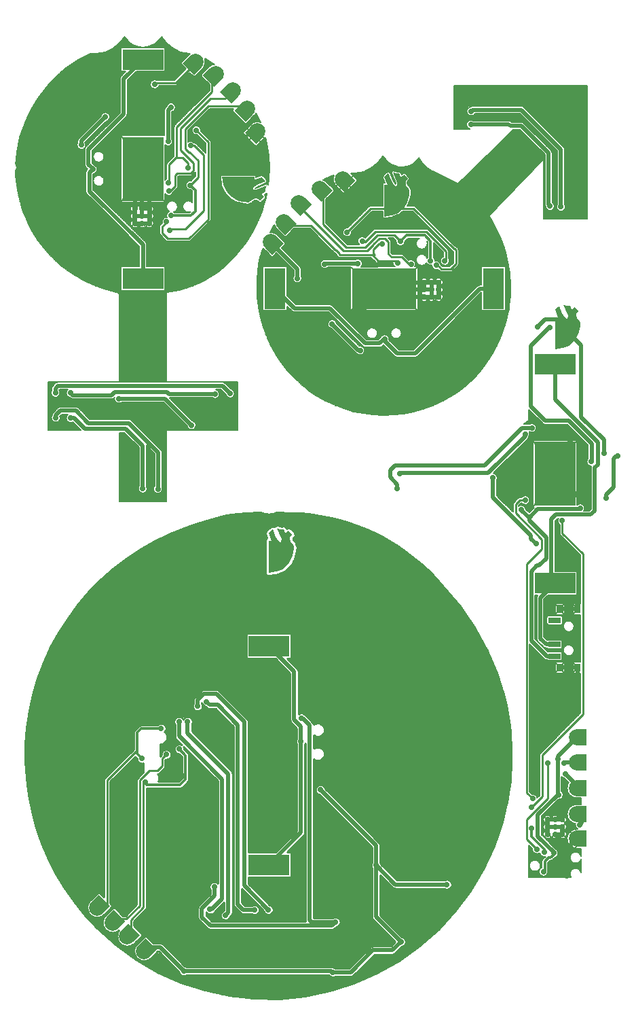
<source format=gbl>
G04 DipTrace 2.4.0.2*
%INfemalemalecrosspeace.gbl*%
%MOMM*%
%ADD13C,0.508*%
%ADD15C,0.254*%
%ADD16C,0.305*%
%ADD18C,0.152*%
%ADD26C,0.711*%
%ADD38R,5.08X2.6*%
%ADD39R,5.08X8.0*%
%ADD44C,2.0*%
%ADD52R,2.6X5.08*%
%ADD53R,8.0X5.08*%
%ADD55R,1.25X2.0*%
%ADD56C,0.711*%
%FSLAX53Y53*%
G04*
G71*
G90*
G75*
G01*
%LNBottom*%
%LPD*%
X18931Y117156D2*
D13*
Y117652D1*
X21927Y120648D1*
X29743Y117597D2*
Y121472D1*
X30114Y121844D1*
X53717Y91545D2*
X53525D1*
X50225Y94845D1*
X53437Y102392D2*
X49364D1*
X49292Y102320D1*
X81150Y71881D2*
Y71763D1*
X75880D1*
X74798Y70681D1*
Y70363D1*
X76900Y68261D1*
Y65653D1*
X75979Y64733D1*
X75740D1*
X75051Y64044D1*
Y55405D1*
X77022Y53435D1*
X77964D1*
X73822Y71704D2*
Y71658D1*
X74798Y70681D1*
X35508Y24708D2*
Y23587D1*
X33966Y22045D1*
Y20922D1*
X34990Y19897D1*
X50191D1*
X50628Y20335D1*
X46370Y45756D2*
X46528D1*
X47401Y44884D1*
Y20597D1*
X47663Y20335D1*
X50628D1*
X23597Y85530D2*
X29377D1*
X32669Y82238D1*
X32741Y127066D2*
X33182Y127508D1*
X32741Y127066D2*
D15*
Y126951D1*
X30678Y124888D1*
X28254D1*
X28073Y124708D1*
X45876Y100531D2*
D13*
Y101726D1*
X43003Y104599D1*
X42561Y105041D1*
X77860Y28916D2*
D16*
Y28721D1*
X77477Y28338D1*
X77208D1*
X76737Y27867D1*
Y26771D1*
X76564Y26598D1*
X84370Y73185D2*
D13*
Y73551D1*
X85362Y74544D1*
Y78063D1*
X85698Y78398D1*
X85848D1*
X78405Y40604D2*
X78353D1*
Y36178D1*
X75867Y33692D1*
Y31029D1*
X77860Y29036D1*
Y28916D1*
X78492Y36178D2*
X78353D1*
X78405Y40604D2*
Y40999D1*
X80723Y43317D1*
X81348D2*
X80723D1*
X26746Y16722D2*
X27188Y17164D1*
X28780D1*
X31721Y14224D1*
X50127D1*
X50288Y14062D1*
X52556D1*
X55303Y16810D1*
X57728D1*
X58784Y17867D1*
X55680Y27397D2*
Y20972D1*
X58784Y17867D1*
X64534Y25015D2*
X58062D1*
X55680Y27397D1*
Y29884D1*
X48736Y36827D1*
X24455Y114824D2*
X24822Y115191D1*
Y114157D1*
X26619D1*
X26499Y108281D2*
Y114037D1*
X26619Y114157D1*
X26499Y108281D2*
Y109181D1*
X27399D1*
Y108281D1*
Y107381D1*
X26499D1*
X25599D1*
Y108281D1*
Y109181D1*
X24443Y117051D2*
Y116332D1*
X26619Y114157D1*
X26053Y111291D2*
Y113591D1*
X26619Y114157D1*
X26499Y109181D2*
Y110846D1*
X26053Y111291D1*
X26499Y108281D2*
X27399D1*
Y113377D1*
X26619Y114157D1*
X25599Y108281D2*
Y113137D1*
X26619Y114157D1*
X25599Y108281D2*
X26499D1*
X24692Y97460D2*
Y97780D1*
X23036Y99437D1*
Y104085D1*
X22288Y104833D1*
X27049Y84647D2*
X23115D1*
X21830Y83362D1*
X27934Y117702D2*
Y115472D1*
X26619Y114157D1*
X40461Y118398D2*
D15*
X35894D1*
X35417Y117921D1*
X40461Y118398D2*
D13*
X40903Y118840D1*
X56120Y97211D2*
X56716Y97807D1*
Y99232D1*
X62592Y99112D2*
X56836D1*
X56716Y99232D1*
X62592Y99112D2*
X61692D1*
Y100012D1*
X62592D1*
X63492D1*
Y99112D1*
Y98212D1*
X62592D1*
X61692D1*
X52262Y96446D2*
X53930D1*
X56716Y99232D1*
X59582Y98667D2*
X57282D1*
X56716Y99232D1*
X61692Y99112D2*
X60028D1*
X59582Y98667D1*
X62592Y99112D2*
Y100012D1*
X57497D1*
X56716Y99232D1*
X62592Y98212D2*
X57736D1*
X56716Y99232D1*
X62592Y98212D2*
Y99112D1*
X53331Y100583D2*
X55366D1*
X56716Y99232D1*
X51984Y112458D2*
X51542Y112900D1*
X51984Y112458D2*
Y108883D1*
X52821Y108046D1*
X79929Y29751D2*
D16*
Y29589D1*
X79802Y29462D1*
Y26360D1*
X79501Y26059D1*
X79929Y29751D2*
D13*
X79524D1*
X78004Y31272D1*
X78904D1*
Y32172D2*
Y31272D1*
Y32172D2*
X78004D1*
X77104D1*
Y31272D1*
Y32172D2*
Y33072D1*
X78004D1*
X78904D1*
Y34804D1*
X79302Y35202D1*
Y36940D1*
X79208Y37034D1*
X78614Y59335D2*
X80814D1*
X78614Y52035D2*
X80814D1*
Y59335D2*
Y59996D1*
X80867Y60049D1*
X80814Y52035D2*
Y51311D1*
X80867Y51258D1*
X82063Y72041D2*
Y72112D1*
X78004Y76172D1*
X79867Y80177D2*
Y78035D1*
X78004Y76172D1*
X79929Y29751D2*
Y29919D1*
X80723Y30714D1*
X81348D2*
X80723D1*
X19161Y24302D2*
Y25796D1*
X16645Y28312D1*
X34430Y45449D2*
Y44549D1*
Y43649D1*
X35330D1*
X36230D1*
Y44549D1*
Y45449D1*
X35330D1*
Y44549D1*
X29352Y42368D2*
Y42533D1*
X29795Y42977D1*
Y45209D1*
X30677Y46090D1*
X32889D1*
X34430Y44549D1*
X19603Y24743D2*
X19161Y24302D1*
X42283Y41084D2*
Y43566D1*
X36183Y49667D1*
X33821D1*
X30889Y46734D1*
Y46302D1*
X30677Y46090D1*
X48523Y39046D2*
Y39186D1*
X49644Y40307D1*
Y37925D1*
X54455Y33115D1*
X35237Y37009D2*
Y35528D1*
X28773Y29064D1*
X32226Y114302D2*
D15*
Y114857D1*
X31525Y115559D1*
X30724D1*
X29899Y114734D1*
Y112520D1*
X29805Y112426D1*
X35238Y125562D2*
Y123791D1*
X30802Y119356D1*
Y115637D1*
X30724Y115559D1*
X35238Y125562D2*
D13*
X35680Y126004D1*
X56461Y104845D2*
D15*
X56022D1*
X55315Y104138D1*
Y103666D1*
Y103338D1*
X55911Y102742D1*
X58079D1*
X58357Y102464D1*
X44632Y107065D2*
X47596D1*
X50614Y104046D1*
X50659D1*
X51089Y103616D1*
Y103487D1*
X55494D1*
X55315Y103666D1*
X44632Y107065D2*
D13*
X44190Y107507D1*
X80723Y40206D2*
X79241D1*
X79163Y40129D1*
X77105Y40165D2*
D15*
Y35733D1*
X74444Y33072D1*
Y30687D1*
X75741Y29390D1*
X81348Y40206D2*
D13*
X80723D1*
X26876Y37727D2*
D16*
Y37674D1*
X27132Y37418D1*
X31252D1*
X31930Y38096D1*
Y41092D1*
X31137Y41884D1*
X25086Y19004D2*
D15*
Y20583D1*
X26679Y22176D1*
Y37775D1*
X26974D1*
Y37418D1*
X27132D1*
X24644Y18562D2*
D13*
X25086Y19004D1*
X30111Y108374D2*
D16*
X32585D1*
X33126Y108916D1*
Y111543D1*
X32529Y112141D1*
X39160Y121187D2*
D15*
Y121990D1*
X34768D1*
X31890Y119113D1*
Y116701D1*
X32325Y116267D1*
X32425D1*
X33495Y115197D1*
Y113107D1*
X32529Y112141D1*
X39160Y121187D2*
D13*
X39602Y121629D1*
X62499Y102725D2*
D16*
Y105198D1*
X61805Y105893D1*
X59482D1*
X58733Y105143D1*
X49117Y111234D2*
D15*
Y107262D1*
X51966Y104413D1*
X54300D1*
X55826Y105939D1*
X57937D1*
X58733Y105143D1*
X49117Y111234D2*
D13*
X48675Y111676D1*
X75086Y32016D2*
D16*
Y30997D1*
X76689Y29394D1*
Y29011D1*
X81348Y33771D2*
D13*
Y32664D1*
X81099Y32415D1*
X81348Y33771D2*
X80723D1*
X28881Y44456D2*
D16*
X26408D1*
X25866Y43914D1*
Y41287D1*
X26464Y40690D1*
X21341Y22580D2*
D15*
X22130D1*
Y37985D1*
X25803Y41657D1*
Y41390D1*
X26111Y41081D1*
Y41042D1*
X26464Y40690D1*
X20899Y22138D2*
D13*
X21341Y22580D1*
X29823Y111419D2*
D15*
X30065D1*
X30629Y111983D1*
Y113354D1*
X30911Y113637D1*
X32539D1*
X32884Y113981D1*
Y114901D1*
X31303Y116482D1*
Y119213D1*
X35003Y122912D1*
X36835D1*
X37400Y123477D1*
D13*
X37842Y123919D1*
X46518Y109473D2*
X46076Y109915D1*
X46518Y109473D2*
D3*
X60055Y102310D2*
D15*
X59808D1*
X58938Y103180D1*
X57612D1*
X57239Y103553D1*
Y105086D1*
X56804Y105521D1*
X56079D1*
X55333Y104776D1*
Y104734D1*
X54566Y103967D1*
X53208D1*
X53187Y103988D1*
X51609D1*
X46518Y109079D1*
Y109473D1*
X80723Y36989D2*
D13*
Y37343D1*
X79270Y38796D1*
X81348Y36989D2*
X80723D1*
X23246Y20711D2*
D15*
X24572D1*
X26208Y22348D1*
Y37982D1*
X27395Y39169D1*
X28405D1*
X28997Y39761D1*
Y40683D1*
X29512Y41197D1*
X22804Y20269D2*
D13*
X23246Y20711D1*
X33430Y47228D2*
Y47997D1*
X34201Y48768D1*
X35764D1*
X39266Y45266D1*
Y24860D1*
X42267Y21859D1*
X40515D2*
X39090D1*
X38404Y22545D1*
Y44906D1*
X35925Y47385D1*
X34951D1*
X34549Y47787D1*
X26619Y100517D2*
Y104713D1*
X20253Y111079D1*
X20201D1*
X19940Y111339D1*
Y113706D1*
X20349Y114114D1*
Y114181D1*
X19809Y114721D1*
Y116574D1*
X24195Y120960D1*
Y125374D1*
X26619Y127797D1*
X70356Y99232D2*
X68637D1*
X60572Y91168D1*
X58336D1*
X56759Y92744D1*
Y92962D1*
X56692D1*
X56152Y92423D1*
X54299D1*
X49913Y96809D1*
X45500D1*
X43076Y99232D1*
X77964Y54935D2*
X76898D1*
X76179Y55653D1*
Y60707D1*
X78004Y62532D1*
X77573D1*
Y70503D1*
X78162Y71092D1*
X82463D1*
X82954Y71583D1*
Y76931D1*
X83362Y77339D1*
Y80115D1*
X78021Y85456D1*
Y89795D1*
X78004Y89812D1*
X46301Y42824D2*
Y31462D1*
X42283Y27444D1*
X46301Y42824D2*
Y44700D1*
X45477Y45524D1*
Y51530D1*
X42283Y54724D1*
X70265Y75690D2*
Y73274D1*
X75029Y68510D1*
Y68095D1*
X75662Y67461D1*
X74295Y81129D2*
Y80880D1*
X69666Y76252D1*
X58722D1*
X58659Y76188D1*
X58288Y74356D2*
Y74885D1*
X57434Y75739D1*
Y76637D1*
X58033Y77236D1*
X69239D1*
X73901Y81898D1*
X75141D1*
X35585Y86114D2*
X29876D1*
X29618Y86373D1*
X23075D1*
X22673Y85971D1*
X17882D1*
X17594Y86260D1*
X31103Y45280D2*
Y43499D1*
X36480Y38122D1*
Y23201D1*
X35198Y21918D1*
X34981D1*
X78928Y70323D2*
D15*
Y68760D1*
X81516Y66173D1*
Y46227D1*
X76405Y41116D1*
Y35943D1*
X75092Y34630D1*
X32189Y45303D2*
D13*
Y43898D1*
X37272Y38815D1*
Y21545D1*
X36901Y21173D1*
X67503Y119695D2*
X72235D1*
X72418Y119511D1*
X73843D1*
X77196Y116158D1*
Y109726D1*
X77380Y109542D1*
X74292Y72899D2*
D15*
X73626D1*
X73091Y72364D1*
Y71254D1*
X76327Y68019D1*
Y66808D1*
X74484Y64965D1*
Y36439D1*
X75218Y35706D1*
X78758Y109450D2*
D13*
Y116617D1*
X73843Y121533D1*
X67732D1*
X67549Y121349D1*
X84131Y78701D2*
Y80401D1*
X81276Y83256D1*
Y92234D1*
X79594Y93916D1*
X78084Y95427D1*
X76742D1*
X75826Y94511D1*
X79584Y94463D2*
Y93916D1*
X15732Y83158D2*
Y83446D1*
X16331Y84044D1*
X18258D1*
X19796Y82506D1*
X24894D1*
X28534Y78866D1*
Y74356D1*
X28468Y74291D1*
X77352Y94402D2*
X77279D1*
X74991Y92113D1*
Y84583D1*
X76809Y82765D1*
X79763D1*
X82595Y79933D1*
Y77702D1*
X82531D1*
X17594Y83122D2*
X18016D1*
X19380Y81758D1*
X24478D1*
X26571Y79665D1*
Y74327D1*
X53964Y105182D2*
D15*
Y105095D1*
X54337D1*
X55603Y106361D1*
X61957D1*
X64406Y103912D1*
Y102847D1*
X64268Y102708D1*
X15696Y86260D2*
D13*
Y86822D1*
X16010Y87135D1*
X36534D1*
X37482Y86187D1*
X63186Y102154D2*
D15*
X63352D1*
X63852Y101655D1*
X64961D1*
X65654Y102348D1*
Y104039D1*
X65488Y104206D1*
X65405D1*
X60385Y109225D1*
X57899D1*
X55035D1*
X52088Y106278D1*
X57899Y109225D2*
D13*
Y110581D1*
X58294Y110976D1*
X32533Y117069D2*
D15*
X33030D1*
X34224Y115875D1*
Y108974D1*
X31913Y106663D1*
X30084D1*
X29946Y106525D1*
X29566Y107594D2*
Y107525D1*
X28980Y106939D1*
Y106214D1*
X29704Y105490D1*
X32361D1*
X34776Y107905D1*
Y117491D1*
X33278Y118990D1*
D56*
X24455Y114824D3*
X56120Y97211D3*
X32226Y114302D3*
X32529Y112141D3*
X30111Y108374D3*
X29805Y112426D3*
X26053Y111291D3*
X21927Y120648D3*
X19866Y120792D3*
X24443Y117051D3*
X18931Y117156D3*
X20349Y114114D3*
X24692Y97460D3*
X22288Y104833D3*
X26571Y74327D3*
X28468Y74291D3*
X17594Y83122D3*
X15732Y83158D3*
X15696Y86260D3*
X17594D3*
X35585Y86114D3*
X37482Y86187D3*
X21830Y83362D3*
X32669Y82238D3*
X23597Y85530D3*
X27049Y84647D3*
X32533Y117069D3*
X33278Y118990D3*
X29743Y117597D3*
X27934Y117702D3*
X30114Y121844D3*
X29946Y106525D3*
X29566Y107594D3*
X29823Y111419D3*
X35417Y117921D3*
X28073Y124708D3*
X60055Y102310D3*
X45876Y100531D3*
X52821Y108046D3*
X56461Y104845D3*
X58733Y105143D3*
X62499Y102725D3*
X58357Y102464D3*
X59582Y98667D3*
X50225Y94845D3*
X50081Y92480D3*
X52262Y96446D3*
X53717Y91545D3*
X56759Y92962D3*
X67549Y121349D3*
X67503Y119695D3*
X77380Y109542D3*
X78758Y109450D3*
X53964Y105182D3*
X52088Y106278D3*
X53437Y102392D3*
X53331Y100583D3*
X64268Y102708D3*
X63186Y102154D3*
X49292Y102320D3*
X80867Y51258D3*
Y60049D3*
X75141Y81898D3*
X74295Y81129D3*
X75086Y32016D3*
X76689Y29011D3*
X79929Y29751D3*
X77860Y28916D3*
X76564Y26598D3*
X79501Y26059D3*
X58288Y74356D3*
X58659Y76188D3*
X77352Y94402D3*
X75826Y94511D3*
X82531Y77702D3*
X84131Y78701D3*
X84370Y73185D3*
X85848Y78398D3*
X81150Y71881D3*
X70265Y75690D3*
X79208Y37034D3*
X78405Y40604D3*
X75662Y67461D3*
X73822Y71704D3*
X82063Y72041D3*
X79867Y80177D3*
X78492Y36178D3*
X74292Y72899D3*
X78928Y70323D3*
X75218Y35706D3*
X75092Y34630D3*
X81099Y32415D3*
X79270Y38796D3*
X79163Y40129D3*
X77105Y40165D3*
X75741Y29390D3*
X26876Y37727D3*
X26464Y40690D3*
X28881Y44456D3*
X31137Y41884D3*
X16645Y28312D3*
X50628Y20335D3*
X46301Y42824D3*
X46370Y45756D3*
X33430Y47228D3*
X34549Y47787D3*
X40515Y21859D3*
X42267D3*
X32189Y45303D3*
X31103Y45280D3*
X29512Y41197D3*
X29352Y42368D3*
X31721Y14224D3*
X50288Y14062D3*
X58784Y17867D3*
X55680Y27397D3*
X64534Y25015D3*
X48736Y36827D3*
X43951Y39759D3*
X48523Y39046D3*
X49644Y40307D3*
X54455Y33115D3*
X28773Y29064D3*
X35237Y37009D3*
X34981Y21918D3*
X36901Y21173D3*
X35508Y24708D3*
X24181Y130465D2*
D18*
X24436D1*
X28801D2*
X29053D1*
X24069Y130316D2*
X24546D1*
X28691D2*
X29165D1*
X23957Y130167D2*
X24672D1*
X28565D2*
X29277D1*
X23848Y130018D2*
X24820D1*
X28417D2*
X29387D1*
X23733Y129869D2*
X24996D1*
X28241D2*
X29499D1*
X23552Y129720D2*
X25208D1*
X28029D2*
X29680D1*
X23371Y129571D2*
X25479D1*
X27758D2*
X29863D1*
X23188Y129422D2*
X25872D1*
X27365D2*
X30044D1*
X23007Y129273D2*
X23855D1*
X29382D2*
X30225D1*
X22771Y129124D2*
X23855D1*
X29382D2*
X30461D1*
X22462Y128975D2*
X23855D1*
X29382D2*
X30773D1*
X22150Y128826D2*
X23855D1*
X29382D2*
X31082D1*
X21723Y128676D2*
X23855D1*
X29382D2*
X31509D1*
X20045Y128527D2*
X20171D1*
X20992D2*
X23855D1*
X29382D2*
X32242D1*
X19742Y128378D2*
X23855D1*
X29382D2*
X32328D1*
X19437Y128229D2*
X23855D1*
X29382D2*
X32180D1*
X19161Y128080D2*
X23855D1*
X29382D2*
X32030D1*
X18899Y127931D2*
X23855D1*
X29382D2*
X31880D1*
X18635Y127782D2*
X23855D1*
X29382D2*
X31732D1*
X34375D2*
X34592D1*
X18390Y127633D2*
X23855D1*
X29382D2*
X31582D1*
X34401D2*
X34826D1*
X18159Y127484D2*
X23855D1*
X29382D2*
X31435D1*
X34406D2*
X35061D1*
X17928Y127335D2*
X23855D1*
X29382D2*
X31368D1*
X34394D2*
X35297D1*
X17699Y127186D2*
X23855D1*
X29382D2*
X31425D1*
X34363D2*
X35409D1*
X17497Y127037D2*
X23855D1*
X29382D2*
X31575D1*
X34311D2*
X35035D1*
X17292Y126888D2*
X23855D1*
X29382D2*
X31725D1*
X34235D2*
X34840D1*
X17090Y126739D2*
X23855D1*
X29382D2*
X31873D1*
X34130D2*
X34690D1*
X16894Y126590D2*
X23855D1*
X29382D2*
X31890D1*
X33989D2*
X34540D1*
X16716Y126440D2*
X23855D1*
X29382D2*
X31740D1*
X33839D2*
X34392D1*
X16537Y126291D2*
X23855D1*
X29382D2*
X31589D1*
X33692D2*
X34242D1*
X16356Y126142D2*
X24293D1*
X25634D2*
X31442D1*
X33542D2*
X34092D1*
X16182Y125993D2*
X24146D1*
X25486D2*
X31292D1*
X32272D2*
X32618D1*
X33394D2*
X33945D1*
X16023Y125844D2*
X23996D1*
X25336D2*
X31144D1*
X32125D2*
X32768D1*
X33244D2*
X33866D1*
X15863Y125695D2*
X23848D1*
X25186D2*
X30994D1*
X31975D2*
X33911D1*
X15701Y125546D2*
X23750D1*
X25038D2*
X30844D1*
X31825D2*
X34059D1*
X15542Y125397D2*
X23717D1*
X24888D2*
X30697D1*
X31677D2*
X34209D1*
X15399Y125248D2*
X23717D1*
X24741D2*
X27894D1*
X28250D2*
X30546D1*
X31527D2*
X34359D1*
X15256Y125099D2*
X23717D1*
X24674D2*
X27651D1*
X31379D2*
X34507D1*
X15116Y124950D2*
X23717D1*
X24674D2*
X27549D1*
X31229D2*
X34657D1*
X14973Y124801D2*
X23717D1*
X24674D2*
X27501D1*
X31079D2*
X34804D1*
X14837Y124652D2*
X23717D1*
X24674D2*
X27496D1*
X30932D2*
X34888D1*
X14708Y124503D2*
X23717D1*
X24674D2*
X27532D1*
X28615D2*
X34888D1*
X14582Y124354D2*
X23717D1*
X24674D2*
X27618D1*
X28529D2*
X34888D1*
X14456Y124204D2*
X23717D1*
X24674D2*
X27801D1*
X28346D2*
X34888D1*
X14330Y124055D2*
X23717D1*
X24674D2*
X34888D1*
X14211Y123906D2*
X23717D1*
X24674D2*
X34864D1*
X14099Y123757D2*
X23717D1*
X24674D2*
X34714D1*
X13987Y123608D2*
X23717D1*
X24674D2*
X34564D1*
X13875Y123459D2*
X23717D1*
X24674D2*
X34416D1*
X13763Y123310D2*
X23717D1*
X24674D2*
X34266D1*
X13656Y123161D2*
X23717D1*
X24674D2*
X34118D1*
X13558Y123012D2*
X23717D1*
X24674D2*
X33968D1*
X13458Y122863D2*
X23717D1*
X24674D2*
X33818D1*
X13361Y122714D2*
X23717D1*
X24674D2*
X33671D1*
X13261Y122565D2*
X23717D1*
X24674D2*
X33521D1*
X13163Y122416D2*
X23717D1*
X24674D2*
X33373D1*
X13077Y122267D2*
X23717D1*
X24674D2*
X29725D1*
X30503D2*
X33223D1*
X12991Y122118D2*
X23717D1*
X24674D2*
X29606D1*
X30622D2*
X33073D1*
X12903Y121968D2*
X23717D1*
X24674D2*
X29549D1*
X30679D2*
X32925D1*
X12818Y121819D2*
X23717D1*
X24674D2*
X29420D1*
X30694D2*
X32775D1*
X12730Y121670D2*
X23717D1*
X24674D2*
X29308D1*
X30667D2*
X32628D1*
X12651Y121521D2*
X23717D1*
X24674D2*
X29268D1*
X30594D2*
X32478D1*
X34789D2*
X37797D1*
X12575Y121372D2*
X23717D1*
X24674D2*
X29265D1*
X30439D2*
X32328D1*
X34639D2*
X37802D1*
X12499Y121223D2*
X23717D1*
X24674D2*
X29265D1*
X30222D2*
X32180D1*
X34492D2*
X37928D1*
X12425Y121074D2*
X21541D1*
X22312D2*
X23638D1*
X24674D2*
X29265D1*
X30222D2*
X32030D1*
X34342D2*
X38078D1*
X12349Y120925D2*
X21419D1*
X22433D2*
X23491D1*
X24671D2*
X29265D1*
X30222D2*
X31882D1*
X34192D2*
X38228D1*
X40600D2*
X40829D1*
X12275Y120776D2*
X21362D1*
X22493D2*
X23341D1*
X24636D2*
X29265D1*
X30222D2*
X31732D1*
X34044D2*
X38376D1*
X40473D2*
X40898D1*
X12208Y120627D2*
X21236D1*
X22507D2*
X23191D1*
X24531D2*
X29265D1*
X30222D2*
X31582D1*
X33894D2*
X38526D1*
X40323D2*
X40967D1*
X12144Y120478D2*
X21086D1*
X22481D2*
X23043D1*
X24383D2*
X29265D1*
X30222D2*
X31435D1*
X33746D2*
X38674D1*
X40176D2*
X41038D1*
X12079Y120329D2*
X20938D1*
X22407D2*
X22893D1*
X24233D2*
X29265D1*
X30222D2*
X31285D1*
X33596D2*
X38824D1*
X40026D2*
X41107D1*
X12015Y120180D2*
X20788D1*
X22257D2*
X22746D1*
X24086D2*
X29265D1*
X30222D2*
X31137D1*
X33446D2*
X38974D1*
X39878D2*
X41176D1*
X11951Y120031D2*
X20640D1*
X21978D2*
X22596D1*
X23936D2*
X29265D1*
X30222D2*
X30987D1*
X33299D2*
X39121D1*
X39728D2*
X40676D1*
X41131D2*
X41229D1*
X11887Y119882D2*
X20490D1*
X21831D2*
X22445D1*
X23786D2*
X29265D1*
X30222D2*
X30837D1*
X33149D2*
X39271D1*
X39578D2*
X40274D1*
X11834Y119732D2*
X20340D1*
X21681D2*
X22298D1*
X23638D2*
X29265D1*
X30222D2*
X30689D1*
X33001D2*
X40071D1*
X11779Y119583D2*
X20193D1*
X21533D2*
X22148D1*
X23488D2*
X29265D1*
X30222D2*
X30539D1*
X32851D2*
X39921D1*
X11725Y119434D2*
X20043D1*
X21383D2*
X22000D1*
X23340D2*
X29265D1*
X30222D2*
X30461D1*
X32701D2*
X32916D1*
X33642D2*
X39771D1*
X11670Y119285D2*
X19895D1*
X21233D2*
X21850D1*
X23190D2*
X29265D1*
X30222D2*
X30451D1*
X32553D2*
X32782D1*
X33773D2*
X39624D1*
X11615Y119136D2*
X19745D1*
X21085D2*
X21700D1*
X23040D2*
X29265D1*
X30222D2*
X30451D1*
X32403D2*
X32718D1*
X33837D2*
X39474D1*
X11563Y118987D2*
X19595D1*
X20935D2*
X21553D1*
X22893D2*
X29265D1*
X30222D2*
X30451D1*
X32256D2*
X32697D1*
X33858D2*
X39326D1*
X11517Y118838D2*
X19447D1*
X20788D2*
X21402D1*
X22743D2*
X29265D1*
X30222D2*
X30451D1*
X32241D2*
X32718D1*
X33920D2*
X39176D1*
X11472Y118689D2*
X19297D1*
X20638D2*
X21255D1*
X22595D2*
X29265D1*
X30222D2*
X30451D1*
X32241D2*
X32785D1*
X34068D2*
X39090D1*
X11427Y118540D2*
X19150D1*
X20488D2*
X21105D1*
X22445D2*
X29265D1*
X30222D2*
X30451D1*
X32241D2*
X32921D1*
X34218D2*
X39129D1*
X11384Y118391D2*
X19000D1*
X20340D2*
X20955D1*
X22295D2*
X29265D1*
X30222D2*
X30451D1*
X32241D2*
X33385D1*
X34366D2*
X39274D1*
X11339Y118242D2*
X18850D1*
X20190D2*
X20807D1*
X22147D2*
X23855D1*
X30222D2*
X30451D1*
X32241D2*
X33535D1*
X34516D2*
X39424D1*
X11294Y118093D2*
X18702D1*
X20042D2*
X20657D1*
X21997D2*
X23855D1*
X30222D2*
X30451D1*
X32241D2*
X33685D1*
X34666D2*
X39571D1*
X11258Y117944D2*
X18557D1*
X19892D2*
X20510D1*
X21850D2*
X23855D1*
X30222D2*
X30451D1*
X32241D2*
X33833D1*
X34813D2*
X39721D1*
X41731D2*
X41888D1*
X11225Y117795D2*
X18476D1*
X19742D2*
X20360D1*
X21700D2*
X23855D1*
X30286D2*
X30451D1*
X32241D2*
X33983D1*
X34963D2*
X39871D1*
X41583D2*
X41926D1*
X11189Y117646D2*
X18452D1*
X19595D2*
X20209D1*
X21550D2*
X23855D1*
X30320D2*
X30451D1*
X32241D2*
X34130D1*
X35089D2*
X40019D1*
X41433D2*
X41962D1*
X11153Y117496D2*
X18452D1*
X19445D2*
X20062D1*
X21402D2*
X23855D1*
X30313D2*
X30451D1*
X32918D2*
X34280D1*
X35128D2*
X40169D1*
X41285D2*
X42000D1*
X11117Y117347D2*
X18385D1*
X19478D2*
X19912D1*
X21252D2*
X23855D1*
X30265D2*
X30451D1*
X33234D2*
X34426D1*
X35128D2*
X40317D1*
X41135D2*
X42038D1*
X11082Y117198D2*
X18352D1*
X19509D2*
X19764D1*
X21104D2*
X23855D1*
X30158D2*
X30451D1*
X33392D2*
X34426D1*
X35128D2*
X40467D1*
X40985D2*
X42065D1*
X11053Y117049D2*
X18362D1*
X19502D2*
X19614D1*
X20954D2*
X23855D1*
X29382D2*
X29589D1*
X29896D2*
X30451D1*
X33542D2*
X34426D1*
X35128D2*
X40650D1*
X40802D2*
X42086D1*
X11029Y116900D2*
X18412D1*
X20804D2*
X23855D1*
X29382D2*
X30451D1*
X33689D2*
X34426D1*
X35128D2*
X42110D1*
X11003Y116751D2*
X18524D1*
X20657D2*
X23855D1*
X29382D2*
X30451D1*
X33839D2*
X34426D1*
X35128D2*
X42131D1*
X10977Y116602D2*
X18807D1*
X19056D2*
X19331D1*
X20507D2*
X23855D1*
X29382D2*
X30451D1*
X33987D2*
X34426D1*
X35128D2*
X42155D1*
X10951Y116453D2*
X19331D1*
X20357D2*
X23855D1*
X29382D2*
X30451D1*
X34137D2*
X34426D1*
X35128D2*
X42177D1*
X10925Y116304D2*
X19331D1*
X20288D2*
X20779D1*
X21407D2*
X23855D1*
X29382D2*
X30451D1*
X34287D2*
X34426D1*
X35128D2*
X42200D1*
X10903Y116155D2*
X19331D1*
X20288D2*
X20576D1*
X21609D2*
X23855D1*
X29382D2*
X30451D1*
X35128D2*
X42222D1*
X10886Y116006D2*
X19331D1*
X20288D2*
X20471D1*
X21714D2*
X23855D1*
X29382D2*
X30451D1*
X35128D2*
X42246D1*
X10867Y115857D2*
X19331D1*
X20288D2*
X20414D1*
X21771D2*
X23855D1*
X29382D2*
X30451D1*
X35128D2*
X42269D1*
X10851Y115708D2*
X19331D1*
X20288D2*
X20392D1*
X21793D2*
X23855D1*
X29382D2*
X30382D1*
X35128D2*
X42279D1*
X10834Y115559D2*
X19331D1*
X20288D2*
X20405D1*
X21781D2*
X23855D1*
X29382D2*
X30232D1*
X35128D2*
X42288D1*
X10817Y115410D2*
X19331D1*
X20288D2*
X20452D1*
X21733D2*
X23855D1*
X29382D2*
X30085D1*
X35128D2*
X42296D1*
X10801Y115260D2*
X19331D1*
X20288D2*
X20543D1*
X21643D2*
X23855D1*
X29382D2*
X29935D1*
X35128D2*
X42305D1*
X10794Y115111D2*
X19331D1*
X20288D2*
X20710D1*
X21476D2*
X23855D1*
X29382D2*
X29787D1*
X35128D2*
X42315D1*
X10784Y114962D2*
X19331D1*
X20288D2*
X23855D1*
X29382D2*
X29637D1*
X35128D2*
X42322D1*
X10777Y114813D2*
X19331D1*
X20388D2*
X23855D1*
X29382D2*
X29558D1*
X35128D2*
X42331D1*
X10832Y114664D2*
X19333D1*
X20535D2*
X23855D1*
X29382D2*
X29549D1*
X35128D2*
X42341D1*
X10875Y114515D2*
X19378D1*
X20761D2*
X23855D1*
X29382D2*
X29549D1*
X35128D2*
X42348D1*
X10889Y114366D2*
X19493D1*
X20869D2*
X23855D1*
X29382D2*
X29549D1*
X35128D2*
X42357D1*
X10877Y114217D2*
X19643D1*
X20919D2*
X23855D1*
X29382D2*
X29549D1*
X35128D2*
X42355D1*
X10839Y114068D2*
X19633D1*
X20926D2*
X23855D1*
X29382D2*
X29549D1*
X35128D2*
X42348D1*
X10772Y113919D2*
X19514D1*
X20892D2*
X23855D1*
X29382D2*
X29549D1*
X35128D2*
X42343D1*
X10765Y113770D2*
X19467D1*
X20811D2*
X23855D1*
X29382D2*
X29549D1*
X35128D2*
X42338D1*
X10770Y113621D2*
X19462D1*
X20638D2*
X23855D1*
X29382D2*
X29549D1*
X33013D2*
X33144D1*
X35128D2*
X42331D1*
X10775Y113472D2*
X19462D1*
X20419D2*
X23855D1*
X29382D2*
X29549D1*
X32865D2*
X33144D1*
X35128D2*
X42327D1*
X10777Y113323D2*
X19462D1*
X20419D2*
X20821D1*
X21364D2*
X23855D1*
X29382D2*
X29549D1*
X32675D2*
X33144D1*
X35128D2*
X36314D1*
X40681D2*
X41200D1*
X41590D2*
X42322D1*
X10789Y113174D2*
X19462D1*
X20419D2*
X20595D1*
X21590D2*
X23855D1*
X29382D2*
X29549D1*
X30979D2*
X33071D1*
X35128D2*
X36247D1*
X41766D2*
X42317D1*
X10803Y113024D2*
X19462D1*
X21704D2*
X23855D1*
X29382D2*
X29549D1*
X30979D2*
X32923D1*
X35128D2*
X36266D1*
X41936D2*
X42310D1*
X10817Y112875D2*
X19462D1*
X21766D2*
X23855D1*
X30979D2*
X32773D1*
X35128D2*
X36288D1*
X42014D2*
X42305D1*
X10832Y112726D2*
X19462D1*
X21790D2*
X23855D1*
X30979D2*
X32625D1*
X35128D2*
X36312D1*
X42088D2*
X42288D1*
X10846Y112577D2*
X19462D1*
X21783D2*
X23855D1*
X30979D2*
X32156D1*
X35128D2*
X36333D1*
X42107D2*
X42269D1*
X10860Y112428D2*
X19462D1*
X21740D2*
X23855D1*
X30979D2*
X32028D1*
X35128D2*
X36357D1*
X42005D2*
X42248D1*
X10875Y112279D2*
X19462D1*
X20419D2*
X20529D1*
X21657D2*
X23855D1*
X30979D2*
X31966D1*
X35128D2*
X36378D1*
X41657D2*
X41872D1*
X10894Y112130D2*
X19462D1*
X20419D2*
X20681D1*
X21504D2*
X23855D1*
X30979D2*
X31949D1*
X35128D2*
X36407D1*
X41297D2*
X41515D1*
X10917Y111981D2*
X19462D1*
X20419D2*
X23855D1*
X30979D2*
X31973D1*
X35128D2*
X36466D1*
X40981D2*
X41160D1*
X10941Y111832D2*
X19462D1*
X20419D2*
X23855D1*
X30944D2*
X32042D1*
X35128D2*
X36526D1*
X40707D2*
X40805D1*
X10967Y111683D2*
X19462D1*
X20419D2*
X23855D1*
X30820D2*
X32182D1*
X35128D2*
X36588D1*
X10991Y111534D2*
X19462D1*
X20419D2*
X23855D1*
X30670D2*
X32609D1*
X35128D2*
X36647D1*
X11015Y111385D2*
X19462D1*
X20616D2*
X23855D1*
X30520D2*
X32749D1*
X35128D2*
X36709D1*
X11039Y111236D2*
X19474D1*
X20766D2*
X23855D1*
X30372D2*
X32749D1*
X35128D2*
X36814D1*
X11070Y111087D2*
X19538D1*
X20914D2*
X23855D1*
X30294D2*
X32749D1*
X35128D2*
X36935D1*
X11103Y110938D2*
X19671D1*
X21064D2*
X23855D1*
X29382D2*
X29513D1*
X30134D2*
X32749D1*
X35128D2*
X37054D1*
X41819D2*
X42007D1*
X11139Y110788D2*
X19821D1*
X21214D2*
X23855D1*
X29382D2*
X32749D1*
X35128D2*
X37188D1*
X11175Y110639D2*
X20021D1*
X21362D2*
X23855D1*
X29382D2*
X32749D1*
X35128D2*
X37338D1*
X11210Y110490D2*
X20171D1*
X21512D2*
X23855D1*
X29382D2*
X32749D1*
X35128D2*
X37488D1*
X11244Y110341D2*
X20321D1*
X21659D2*
X23855D1*
X29382D2*
X32749D1*
X35128D2*
X37709D1*
X41721D2*
X41867D1*
X11279Y110192D2*
X20469D1*
X21809D2*
X23855D1*
X29382D2*
X30111D1*
X30363D2*
X32142D1*
X32394D2*
X32749D1*
X35128D2*
X37974D1*
X40485D2*
X40919D1*
X41543D2*
X41829D1*
X11320Y110043D2*
X20619D1*
X21959D2*
X23855D1*
X29382D2*
X29775D1*
X30698D2*
X31806D1*
X35128D2*
X38274D1*
X40338D2*
X41074D1*
X41359D2*
X41791D1*
X11365Y109894D2*
X20767D1*
X22107D2*
X29637D1*
X30837D2*
X31668D1*
X35128D2*
X38774D1*
X40157D2*
X41750D1*
X11410Y109745D2*
X20917D1*
X22257D2*
X25558D1*
X25639D2*
X26458D1*
X26540D2*
X29558D1*
X30915D2*
X31592D1*
X35128D2*
X41705D1*
X11458Y109596D2*
X21067D1*
X22405D2*
X25201D1*
X25995D2*
X26102D1*
X26896D2*
X27001D1*
X27796D2*
X29520D1*
X30953D2*
X31551D1*
X35128D2*
X41662D1*
X11503Y109447D2*
X21214D1*
X22555D2*
X25086D1*
X27912D2*
X29513D1*
X30960D2*
X31544D1*
X35128D2*
X41617D1*
X11548Y109298D2*
X21364D1*
X22705D2*
X25032D1*
X27967D2*
X29539D1*
X30934D2*
X31570D1*
X35128D2*
X41569D1*
X11594Y109149D2*
X21512D1*
X22852D2*
X25020D1*
X27977D2*
X29601D1*
X30872D2*
X31632D1*
X35128D2*
X41519D1*
X11648Y109000D2*
X21662D1*
X23002D2*
X25048D1*
X27948D2*
X29711D1*
X30763D2*
X31742D1*
X35128D2*
X41472D1*
X11706Y108851D2*
X21812D1*
X23150D2*
X25124D1*
X27872D2*
X29794D1*
X30556D2*
X31949D1*
X35128D2*
X41417D1*
X11763Y108702D2*
X21960D1*
X23300D2*
X25208D1*
X27791D2*
X29637D1*
X35128D2*
X41365D1*
X11820Y108552D2*
X22110D1*
X23450D2*
X25089D1*
X27910D2*
X29561D1*
X35128D2*
X41310D1*
X11877Y108403D2*
X22257D1*
X23598D2*
X25032D1*
X27965D2*
X29532D1*
X35128D2*
X41253D1*
X11934Y108254D2*
X22407D1*
X23748D2*
X25020D1*
X27977D2*
X29544D1*
X35128D2*
X41193D1*
X11991Y108105D2*
X22557D1*
X23895D2*
X25046D1*
X27950D2*
X29311D1*
X35128D2*
X41134D1*
X12058Y107956D2*
X22705D1*
X24045D2*
X25122D1*
X27877D2*
X29118D1*
X35128D2*
X41072D1*
X12127Y107807D2*
X22855D1*
X24195D2*
X25212D1*
X27784D2*
X29027D1*
X35113D2*
X41007D1*
X12196Y107658D2*
X23003D1*
X24343D2*
X25091D1*
X27905D2*
X28989D1*
X35020D2*
X40943D1*
X12265Y107509D2*
X23153D1*
X24493D2*
X25034D1*
X27965D2*
X28994D1*
X34870D2*
X40874D1*
X12337Y107360D2*
X23303D1*
X24641D2*
X25020D1*
X27979D2*
X28911D1*
X34723D2*
X40805D1*
X12406Y107211D2*
X23450D1*
X24791D2*
X25046D1*
X27953D2*
X28761D1*
X34573D2*
X40736D1*
X12479Y107062D2*
X23600D1*
X24941D2*
X25117D1*
X27879D2*
X28651D1*
X34423D2*
X40662D1*
X12560Y106913D2*
X23748D1*
X25088D2*
X25267D1*
X25929D2*
X26167D1*
X26829D2*
X27067D1*
X27729D2*
X28630D1*
X34275D2*
X40586D1*
X12644Y106764D2*
X23898D1*
X25238D2*
X28630D1*
X34125D2*
X40512D1*
X12725Y106615D2*
X24048D1*
X25386D2*
X28630D1*
X33977D2*
X40431D1*
X12808Y106466D2*
X24196D1*
X25536D2*
X28630D1*
X33827D2*
X40350D1*
X12889Y106316D2*
X24346D1*
X25686D2*
X28630D1*
X33677D2*
X40269D1*
X12972Y106167D2*
X24493D1*
X25834D2*
X28632D1*
X33530D2*
X40183D1*
X13068Y106018D2*
X24643D1*
X25984D2*
X28692D1*
X33380D2*
X40098D1*
X13165Y105869D2*
X24793D1*
X26131D2*
X28834D1*
X33232D2*
X40010D1*
X13261Y105720D2*
X24941D1*
X26281D2*
X28984D1*
X33082D2*
X39917D1*
X13356Y105571D2*
X25091D1*
X26431D2*
X29132D1*
X32932D2*
X39826D1*
X13453Y105422D2*
X25239D1*
X26579D2*
X29282D1*
X32784D2*
X39729D1*
X13549Y105273D2*
X25389D1*
X26729D2*
X29430D1*
X32634D2*
X39631D1*
X13661Y105124D2*
X25539D1*
X26877D2*
X39533D1*
X13772Y104975D2*
X25686D1*
X27015D2*
X39429D1*
X13882Y104826D2*
X25836D1*
X27084D2*
X39321D1*
X13994Y104677D2*
X25984D1*
X27096D2*
X39195D1*
X14103Y104528D2*
X26134D1*
X27096D2*
X39069D1*
X14220Y104379D2*
X26141D1*
X27096D2*
X38943D1*
X14346Y104230D2*
X26141D1*
X27096D2*
X38817D1*
X14475Y104080D2*
X26141D1*
X27096D2*
X38690D1*
X14604Y103931D2*
X26141D1*
X27096D2*
X38564D1*
X14730Y103782D2*
X26141D1*
X27096D2*
X38438D1*
X14858Y103633D2*
X26141D1*
X27096D2*
X38312D1*
X15001Y103484D2*
X26141D1*
X27096D2*
X38186D1*
X15149Y103335D2*
X26141D1*
X27096D2*
X38055D1*
X15294Y103186D2*
X26141D1*
X27096D2*
X37921D1*
X15442Y103037D2*
X26141D1*
X27096D2*
X37785D1*
X15589Y102888D2*
X26141D1*
X27096D2*
X37652D1*
X15749Y102739D2*
X26141D1*
X27096D2*
X37516D1*
X15918Y102590D2*
X26141D1*
X27096D2*
X37369D1*
X16087Y102441D2*
X26141D1*
X27096D2*
X37214D1*
X16254Y102292D2*
X26141D1*
X27096D2*
X37057D1*
X16420Y102143D2*
X26141D1*
X27096D2*
X36902D1*
X16613Y101994D2*
X23855D1*
X29382D2*
X36738D1*
X16806Y101844D2*
X23855D1*
X29382D2*
X36559D1*
X16999Y101695D2*
X23855D1*
X29382D2*
X36381D1*
X17192Y101546D2*
X23855D1*
X29382D2*
X36202D1*
X17399Y101397D2*
X23855D1*
X29382D2*
X36011D1*
X17623Y101248D2*
X23855D1*
X29382D2*
X35804D1*
X17844Y101099D2*
X23855D1*
X29382D2*
X35597D1*
X18068Y100950D2*
X23855D1*
X29382D2*
X35390D1*
X18309Y100801D2*
X23855D1*
X29382D2*
X35157D1*
X18568Y100652D2*
X23855D1*
X29382D2*
X34914D1*
X18826Y100503D2*
X23855D1*
X29382D2*
X34673D1*
X19085Y100354D2*
X23855D1*
X29382D2*
X34409D1*
X19390Y100205D2*
X23855D1*
X29382D2*
X34123D1*
X19697Y100056D2*
X23855D1*
X29382D2*
X33837D1*
X20004Y99907D2*
X23855D1*
X29382D2*
X33518D1*
X20359Y99758D2*
X23855D1*
X29382D2*
X33173D1*
X20728Y99608D2*
X23855D1*
X29382D2*
X32823D1*
X21104Y99459D2*
X23855D1*
X29382D2*
X32397D1*
X21559Y99310D2*
X23855D1*
X29382D2*
X31968D1*
X22012Y99161D2*
X23855D1*
X29382D2*
X31423D1*
X22586Y99012D2*
X23855D1*
X29382D2*
X30797D1*
X23174Y98863D2*
X30039D1*
X23674Y98714D2*
X29549D1*
X23686Y98565D2*
X29549D1*
X23686Y98416D2*
X29549D1*
X23686Y98267D2*
X29549D1*
X23686Y98118D2*
X29549D1*
X23686Y97969D2*
X29549D1*
X23686Y97820D2*
X29549D1*
X23686Y97671D2*
X29549D1*
X23686Y97522D2*
X29549D1*
X23686Y97372D2*
X29549D1*
X23686Y97223D2*
X29549D1*
X23686Y97074D2*
X29549D1*
X23686Y96925D2*
X29549D1*
X23686Y96776D2*
X29549D1*
X23686Y96627D2*
X29549D1*
X23686Y96478D2*
X29549D1*
X23686Y96329D2*
X29549D1*
X23686Y96180D2*
X29549D1*
X23686Y96031D2*
X29549D1*
X23686Y95882D2*
X29549D1*
X23686Y95733D2*
X29549D1*
X23686Y95584D2*
X29549D1*
X23686Y95435D2*
X29549D1*
X23686Y95286D2*
X29549D1*
X23686Y95136D2*
X29549D1*
X23686Y94987D2*
X29549D1*
X23686Y94838D2*
X29549D1*
X23686Y94689D2*
X29549D1*
X23686Y94540D2*
X29549D1*
X23686Y94391D2*
X29549D1*
X23686Y94242D2*
X29549D1*
X23686Y94093D2*
X29549D1*
X23686Y93944D2*
X29549D1*
X23686Y93795D2*
X29549D1*
X23686Y93646D2*
X29549D1*
X23686Y93497D2*
X29549D1*
X23686Y93348D2*
X29549D1*
X23686Y93199D2*
X29549D1*
X23686Y93050D2*
X29549D1*
X23686Y92900D2*
X29549D1*
X23686Y92751D2*
X29549D1*
X23686Y92602D2*
X29549D1*
X23686Y92453D2*
X29549D1*
X23686Y92304D2*
X29549D1*
X23686Y92155D2*
X29549D1*
X23686Y92006D2*
X29549D1*
X23686Y91857D2*
X29549D1*
X23686Y91708D2*
X29549D1*
X23686Y91559D2*
X29549D1*
X23686Y91410D2*
X29549D1*
X23686Y91261D2*
X29549D1*
X23686Y91112D2*
X29549D1*
X23686Y90963D2*
X29549D1*
X23686Y90814D2*
X29549D1*
X23686Y90664D2*
X29549D1*
X23686Y90515D2*
X29549D1*
X23686Y90366D2*
X29549D1*
X23686Y90217D2*
X29549D1*
X23686Y90068D2*
X29549D1*
X23686Y89919D2*
X29549D1*
X23686Y89770D2*
X29549D1*
X23686Y89621D2*
X29549D1*
X23686Y89472D2*
X29549D1*
X23686Y89323D2*
X29549D1*
X23686Y89174D2*
X29549D1*
X23686Y89025D2*
X29549D1*
X23686Y88876D2*
X29549D1*
X23686Y88727D2*
X29549D1*
X23686Y88578D2*
X29549D1*
X23686Y88428D2*
X29549D1*
X23686Y88279D2*
X29549D1*
X23686Y88130D2*
X29549D1*
X23686Y87981D2*
X29549D1*
X23686Y87832D2*
X29549D1*
X23674Y87683D2*
X29549D1*
X14794Y87534D2*
X15759D1*
X36785D2*
X38438D1*
X14794Y87385D2*
X15590D1*
X36954D2*
X38438D1*
X14794Y87236D2*
X15440D1*
X37104D2*
X38438D1*
X14794Y87087D2*
X15302D1*
X37252D2*
X38438D1*
X14794Y86938D2*
X15233D1*
X37402D2*
X38438D1*
X14794Y86789D2*
X15218D1*
X37552D2*
X38438D1*
X14794Y86640D2*
X15218D1*
X16185D2*
X17161D1*
X35806D2*
X36359D1*
X37835D2*
X38438D1*
X14794Y86491D2*
X15166D1*
X16228D2*
X17064D1*
X36021D2*
X36509D1*
X37973D2*
X38438D1*
X14794Y86342D2*
X15123D1*
X16270D2*
X17019D1*
X36116D2*
X36657D1*
X38040D2*
X38438D1*
X14794Y86192D2*
X15121D1*
X16273D2*
X17019D1*
X36159D2*
X36807D1*
X38061D2*
X38438D1*
X14794Y86043D2*
X15159D1*
X16232D2*
X17057D1*
X36161D2*
X36921D1*
X38042D2*
X38438D1*
X14794Y85894D2*
X15252D1*
X16142D2*
X17147D1*
X36121D2*
X36983D1*
X37980D2*
X38438D1*
X14794Y85745D2*
X15449D1*
X15942D2*
X17347D1*
X36028D2*
X37116D1*
X37849D2*
X38438D1*
X14794Y85596D2*
X17595D1*
X29982D2*
X35345D1*
X35825D2*
X38438D1*
X14794Y85447D2*
X23022D1*
X30129D2*
X38438D1*
X14794Y85298D2*
X23067D1*
X30279D2*
X38438D1*
X14794Y85149D2*
X23165D1*
X30427D2*
X38438D1*
X14794Y85000D2*
X23386D1*
X23807D2*
X29237D1*
X30577D2*
X38438D1*
X14794Y84851D2*
X29387D1*
X30727D2*
X38438D1*
X14794Y84702D2*
X29534D1*
X30875D2*
X38438D1*
X14794Y84553D2*
X29684D1*
X31025D2*
X38438D1*
X14794Y84404D2*
X16023D1*
X18566D2*
X29832D1*
X31172D2*
X38438D1*
X14794Y84255D2*
X15871D1*
X18718D2*
X29982D1*
X31322D2*
X38438D1*
X14794Y84106D2*
X15723D1*
X18866D2*
X30132D1*
X31472D2*
X38438D1*
X14794Y83956D2*
X15573D1*
X19016D2*
X30280D1*
X31620D2*
X38438D1*
X14794Y83807D2*
X15423D1*
X19164D2*
X30430D1*
X31770D2*
X38438D1*
X14794Y83658D2*
X15306D1*
X19314D2*
X30577D1*
X31918D2*
X38438D1*
X14794Y83509D2*
X15259D1*
X16466D2*
X17169D1*
X19464D2*
X30727D1*
X32068D2*
X38438D1*
X14794Y83360D2*
X15190D1*
X16316D2*
X17066D1*
X19611D2*
X30877D1*
X32218D2*
X38438D1*
X14794Y83211D2*
X15154D1*
X16311D2*
X17021D1*
X19761D2*
X31025D1*
X32365D2*
X38438D1*
X14794Y83062D2*
X15161D1*
X16304D2*
X17016D1*
X19909D2*
X31175D1*
X32515D2*
X38438D1*
X14794Y82913D2*
X15209D1*
X16256D2*
X17054D1*
X25131D2*
X31323D1*
X32663D2*
X38438D1*
X14794Y82764D2*
X15314D1*
X16151D2*
X17142D1*
X25307D2*
X31473D1*
X32889D2*
X38438D1*
X14794Y82615D2*
X15564D1*
X15901D2*
X17331D1*
X25455D2*
X31623D1*
X33103D2*
X38438D1*
X14794Y82466D2*
X18002D1*
X25605D2*
X31770D1*
X33201D2*
X38438D1*
X14794Y82317D2*
X18152D1*
X25753D2*
X31920D1*
X33244D2*
X38438D1*
X14794Y82168D2*
X18300D1*
X25903D2*
X32068D1*
X33244D2*
X38438D1*
X14794Y82019D2*
X18450D1*
X26053D2*
X32132D1*
X33203D2*
X38438D1*
X14794Y81870D2*
X18597D1*
X26200D2*
X32225D1*
X33111D2*
X38438D1*
X14794Y81720D2*
X18747D1*
X26350D2*
X32428D1*
X32911D2*
X38438D1*
X26498Y81571D2*
X29549D1*
X26648Y81422D2*
X29549D1*
X23686Y81273D2*
X24293D1*
X26798D2*
X29549D1*
X23686Y81124D2*
X24441D1*
X26946D2*
X29549D1*
X23686Y80975D2*
X24591D1*
X27096D2*
X29549D1*
X23686Y80826D2*
X24741D1*
X27243D2*
X29549D1*
X23686Y80677D2*
X24889D1*
X27393D2*
X29549D1*
X23686Y80528D2*
X25039D1*
X27543D2*
X29549D1*
X23686Y80379D2*
X25186D1*
X27691D2*
X29549D1*
X23686Y80230D2*
X25336D1*
X27841D2*
X29549D1*
X23686Y80081D2*
X25486D1*
X27989D2*
X29549D1*
X23686Y79932D2*
X25634D1*
X28139D2*
X29549D1*
X23686Y79783D2*
X25784D1*
X28289D2*
X29549D1*
X23686Y79634D2*
X25932D1*
X28436D2*
X29549D1*
X23686Y79484D2*
X26082D1*
X27048D2*
X27246D1*
X28586D2*
X29549D1*
X23686Y79335D2*
X26094D1*
X27048D2*
X27394D1*
X28734D2*
X29549D1*
X23686Y79186D2*
X26094D1*
X27048D2*
X27544D1*
X28884D2*
X29549D1*
X23686Y79037D2*
X26094D1*
X27048D2*
X27694D1*
X28979D2*
X29549D1*
X23686Y78888D2*
X26094D1*
X27048D2*
X27841D1*
X29012D2*
X29549D1*
X23686Y78739D2*
X26094D1*
X27048D2*
X27991D1*
X29012D2*
X29549D1*
X23686Y78590D2*
X26094D1*
X27048D2*
X28056D1*
X29012D2*
X29549D1*
X23686Y78441D2*
X26094D1*
X27048D2*
X28056D1*
X29012D2*
X29549D1*
X23686Y78292D2*
X26094D1*
X27048D2*
X28056D1*
X29012D2*
X29549D1*
X23686Y78143D2*
X26094D1*
X27048D2*
X28056D1*
X29012D2*
X29549D1*
X23686Y77994D2*
X26094D1*
X27048D2*
X28056D1*
X29012D2*
X29549D1*
X23686Y77845D2*
X26094D1*
X27048D2*
X28056D1*
X29012D2*
X29549D1*
X23686Y77696D2*
X26094D1*
X27048D2*
X28056D1*
X29012D2*
X29549D1*
X23686Y77547D2*
X26094D1*
X27048D2*
X28056D1*
X29012D2*
X29549D1*
X23686Y77398D2*
X26094D1*
X27048D2*
X28056D1*
X29012D2*
X29549D1*
X23686Y77248D2*
X26094D1*
X27048D2*
X28056D1*
X29012D2*
X29549D1*
X23686Y77099D2*
X26094D1*
X27048D2*
X28056D1*
X29012D2*
X29549D1*
X23686Y76950D2*
X26094D1*
X27048D2*
X28056D1*
X29012D2*
X29549D1*
X23686Y76801D2*
X26094D1*
X27048D2*
X28056D1*
X29012D2*
X29549D1*
X23686Y76652D2*
X26094D1*
X27048D2*
X28056D1*
X29012D2*
X29549D1*
X23686Y76503D2*
X26094D1*
X27048D2*
X28056D1*
X29012D2*
X29549D1*
X23686Y76354D2*
X26094D1*
X27048D2*
X28056D1*
X29012D2*
X29549D1*
X23686Y76205D2*
X26094D1*
X27048D2*
X28056D1*
X29012D2*
X29549D1*
X23686Y76056D2*
X26094D1*
X27048D2*
X28056D1*
X29012D2*
X29549D1*
X23686Y75907D2*
X26094D1*
X27048D2*
X28056D1*
X29012D2*
X29549D1*
X23686Y75758D2*
X26094D1*
X27048D2*
X28056D1*
X29012D2*
X29549D1*
X23686Y75609D2*
X26094D1*
X27048D2*
X28056D1*
X29012D2*
X29549D1*
X23686Y75460D2*
X26094D1*
X27048D2*
X28056D1*
X29012D2*
X29549D1*
X23686Y75311D2*
X26094D1*
X27048D2*
X28056D1*
X29012D2*
X29549D1*
X23686Y75162D2*
X26094D1*
X27048D2*
X28056D1*
X29012D2*
X29549D1*
X23686Y75012D2*
X26094D1*
X27048D2*
X28056D1*
X29012D2*
X29549D1*
X23686Y74863D2*
X26094D1*
X27048D2*
X28056D1*
X29012D2*
X29549D1*
X23686Y74714D2*
X26094D1*
X27048D2*
X28056D1*
X29012D2*
X29549D1*
X23686Y74565D2*
X26044D1*
X27098D2*
X27960D1*
X29012D2*
X29549D1*
X23686Y74416D2*
X25998D1*
X27143D2*
X27903D1*
X29034D2*
X29549D1*
X23686Y74267D2*
X25994D1*
X27148D2*
X27889D1*
X29048D2*
X29549D1*
X23686Y74118D2*
X26032D1*
X27110D2*
X27915D1*
X29022D2*
X29549D1*
X23686Y73969D2*
X26120D1*
X27022D2*
X27989D1*
X28948D2*
X29549D1*
X23686Y73820D2*
X26308D1*
X26834D2*
X28141D1*
X28796D2*
X29549D1*
X23686Y73671D2*
X29549D1*
X23686Y73522D2*
X29549D1*
X23686Y73373D2*
X29549D1*
X23686Y73224D2*
X29549D1*
X23686Y73075D2*
X29549D1*
X23686Y72926D2*
X29549D1*
X23686Y72776D2*
X29549D1*
X27963Y109166D2*
X27953Y109075D1*
X27929Y108987D1*
X27891Y108904D1*
X27840Y108828D1*
X27777Y108762D1*
X27740Y108731D1*
X27811Y108667D1*
X27868Y108596D1*
X27912Y108516D1*
X27943Y108430D1*
X27960Y108340D1*
X27963Y108251D1*
X27950Y108160D1*
X27924Y108073D1*
X27883Y107991D1*
X27830Y107916D1*
X27766Y107852D1*
X27740Y107831D1*
X27811Y107767D1*
X27868Y107696D1*
X27912Y107616D1*
X27943Y107530D1*
X27960Y107440D1*
X27963Y107351D1*
X27950Y107260D1*
X27924Y107173D1*
X27883Y107091D1*
X27830Y107016D1*
X27766Y106952D1*
X27692Y106898D1*
X27610Y106857D1*
X27523Y106830D1*
X27432Y106817D1*
X27341Y106819D1*
X27251Y106836D1*
X27165Y106867D1*
X27085Y106911D1*
X27014Y106967D1*
X26948Y107040D1*
X26888Y106972D1*
X26817Y106915D1*
X26738Y106869D1*
X26652Y106837D1*
X26563Y106820D1*
X26471Y106817D1*
X26381Y106828D1*
X26293Y106855D1*
X26211Y106895D1*
X26137Y106947D1*
X26071Y107011D1*
X26048Y107040D1*
X25988Y106972D1*
X25917Y106915D1*
X25838Y106869D1*
X25752Y106837D1*
X25663Y106820D1*
X25571Y106817D1*
X25481Y106828D1*
X25393Y106855D1*
X25311Y106895D1*
X25237Y106947D1*
X25171Y107011D1*
X25117Y107085D1*
X25076Y107166D1*
X25048Y107253D1*
X25035Y107344D1*
X25036Y107435D1*
X25052Y107525D1*
X25083Y107611D1*
X25126Y107691D1*
X25183Y107763D1*
X25250Y107825D1*
X25258Y107831D1*
X25203Y107878D1*
X25143Y107947D1*
X25095Y108025D1*
X25060Y108109D1*
X25040Y108198D1*
X25034Y108289D1*
X25042Y108380D1*
X25066Y108469D1*
X25103Y108552D1*
X25153Y108628D1*
X25215Y108696D1*
X25258Y108731D1*
X25203Y108778D1*
X25143Y108847D1*
X25095Y108925D1*
X25060Y109009D1*
X25040Y109098D1*
X25034Y109189D1*
X25042Y109280D1*
X25066Y109369D1*
X25103Y109452D1*
X25153Y109528D1*
X25215Y109596D1*
X25287Y109652D1*
X25367Y109696D1*
X25453Y109727D1*
X25543Y109743D1*
X25634Y109745D1*
X25724Y109732D1*
X25811Y109704D1*
X25893Y109663D1*
X25967Y109609D1*
X26031Y109544D1*
X26049Y109522D1*
X26104Y109585D1*
X26174Y109643D1*
X26253Y109690D1*
X26338Y109723D1*
X26428Y109741D1*
X26519Y109746D1*
X26609Y109735D1*
X26697Y109710D1*
X26780Y109671D1*
X26855Y109619D1*
X26921Y109556D1*
X26949Y109522D1*
X27004Y109585D1*
X27074Y109643D1*
X27153Y109690D1*
X27238Y109723D1*
X27328Y109741D1*
X27419Y109746D1*
X27509Y109735D1*
X27597Y109710D1*
X27680Y109671D1*
X27755Y109619D1*
X27821Y109556D1*
X27876Y109483D1*
X27918Y109402D1*
X27947Y109315D1*
X27962Y109225D1*
X27963Y109166D1*
X32531Y108833D2*
X32466Y108810D1*
X32392Y108793D1*
X32316Y108784D1*
X32240Y108782D1*
X32164Y108790D1*
X32090Y108805D1*
X32017Y108828D1*
X31948Y108859D1*
X31882Y108897D1*
X31820Y108942D1*
X31764Y108993D1*
X31713Y109050D1*
X31669Y109112D1*
X31632Y109178D1*
X31602Y109248D1*
X31580Y109321D1*
X31565Y109396D1*
X31559Y109472D1*
X31561Y109548D1*
X31571Y109623D1*
X31589Y109697D1*
X31615Y109769D1*
X31649Y109837D1*
X31689Y109902D1*
X31737Y109962D1*
X31790Y110016D1*
X31849Y110064D1*
X31913Y110106D1*
X31981Y110140D1*
X32052Y110167D1*
X32126Y110187D1*
X32201Y110198D1*
X32277Y110201D1*
X32353Y110196D1*
X32428Y110183D1*
X32501Y110162D1*
X32572Y110133D1*
X32639Y110097D1*
X32701Y110054D1*
X32764Y109999D1*
X32763Y111395D1*
X32578Y111578D1*
X32502Y111576D1*
X32426Y111585D1*
X32352Y111604D1*
X32282Y111633D1*
X32216Y111670D1*
X32155Y111717D1*
X32102Y111771D1*
X32056Y111832D1*
X32019Y111898D1*
X31991Y111969D1*
X31973Y112043D1*
X31964Y112119D1*
X31967Y112195D1*
X31979Y112270D1*
X32001Y112343D1*
X32033Y112412D1*
X32074Y112476D1*
X32123Y112534D1*
X32180Y112585D1*
X32243Y112628D1*
X32311Y112662D1*
X32383Y112686D1*
X32458Y112701D1*
X32534Y112705D1*
X32614Y112702D1*
X33158Y113246D1*
X33159Y113790D1*
X33122Y113743D1*
X32777Y113399D1*
X32718Y113352D1*
X32649Y113319D1*
X32573Y113302D1*
X32539Y113300D1*
X31051D1*
X30966Y113215D1*
X30965Y111983D1*
X30957Y111908D1*
X30931Y111836D1*
X30889Y111770D1*
X30867Y111746D1*
X30357Y111235D1*
X30307Y111128D1*
X30264Y111066D1*
X30212Y111010D1*
X30154Y110961D1*
X30089Y110921D1*
X30020Y110889D1*
X29947Y110868D1*
X29872Y110856D1*
X29795Y110854D1*
X29720Y110863D1*
X29646Y110882D1*
X29576Y110911D1*
X29509Y110949D1*
X29449Y110995D1*
X29395Y111049D1*
X29368Y111081D1*
Y109947D1*
X23869D1*
Y118366D1*
X29280D1*
Y121472D1*
X29286Y121548D1*
X29304Y121622D1*
X29335Y121692D1*
X29376Y121756D1*
X29415Y121800D1*
X29558Y121943D1*
X29587Y122046D1*
X29619Y122115D1*
X29660Y122179D1*
X29709Y122237D1*
X29765Y122288D1*
X29828Y122331D1*
X29896Y122365D1*
X29968Y122389D1*
X30043Y122404D1*
X30119Y122409D1*
X30195Y122403D1*
X30270Y122387D1*
X30341Y122361D1*
X30409Y122326D1*
X30471Y122282D1*
X30527Y122230D1*
X30575Y122171D1*
X30615Y122106D1*
X30645Y122036D1*
X30666Y121963D1*
X30679Y121844D1*
X30674Y121768D1*
X30659Y121693D1*
X30634Y121621D1*
X30599Y121553D1*
X30555Y121491D1*
X30504Y121435D1*
X30445Y121386D1*
X30381Y121346D1*
X30312Y121314D1*
X30213Y121289D1*
X30206Y121244D1*
Y117917D1*
X30243Y117859D1*
X30274Y117789D1*
X30295Y117716D1*
X30308Y117597D1*
X30303Y117521D1*
X30287Y117446D1*
X30262Y117374D1*
X30228Y117306D1*
X30184Y117244D1*
X30133Y117188D1*
X30074Y117139D1*
X30010Y117099D1*
X29940Y117067D1*
X29867Y117046D1*
X29792Y117034D1*
X29716Y117032D1*
X29640Y117041D1*
X29566Y117060D1*
X29496Y117089D1*
X29430Y117126D1*
X29368Y117174D1*
Y112783D1*
X29456Y112870D1*
X29519Y112913D1*
X29564Y112935D1*
X29563Y114734D1*
X29571Y114810D1*
X29597Y114881D1*
X29639Y114947D1*
X29661Y114972D1*
X30468Y115779D1*
X30466Y116095D1*
Y119356D1*
X30475Y119431D1*
X30500Y119503D1*
X30543Y119569D1*
X30565Y119594D1*
X34904Y123933D1*
X34902Y124172D1*
Y124718D1*
X33941Y125680D1*
X33898Y125742D1*
X33880Y125816D1*
X33889Y125891D1*
X33927Y125959D1*
X34426Y126460D1*
X34862Y126895D1*
X34981Y126991D1*
X35110Y127071D1*
X35249Y127134D1*
X35394Y127179D1*
X35523Y127203D1*
X34381Y127925D1*
X34314Y127934D1*
X34359Y127788D1*
X34385Y127638D1*
X34392Y127508D1*
X34382Y127356D1*
X34354Y127206D1*
X34306Y127061D1*
X34241Y126924D1*
X34160Y126795D1*
X34062Y126678D1*
X33154Y125769D1*
X33091Y125726D1*
X33018Y125708D1*
X32942Y125717D1*
X32874Y125755D1*
X32445Y126181D1*
X30915Y124651D1*
X30856Y124603D1*
X30787Y124570D1*
X30711Y124554D1*
X30678Y124552D1*
X28618D1*
X28592Y124485D1*
X28558Y124417D1*
X28514Y124355D1*
X28463Y124299D1*
X28404Y124250D1*
X28340Y124210D1*
X28270Y124178D1*
X28197Y124156D1*
X28122Y124145D1*
X28046Y124143D1*
X27970Y124152D1*
X27897Y124171D1*
X27826Y124199D1*
X27760Y124237D1*
X27700Y124284D1*
X27646Y124338D1*
X27600Y124399D1*
X27563Y124465D1*
X27535Y124536D1*
X27517Y124610D1*
X27509Y124685D1*
X27511Y124762D1*
X27523Y124837D1*
X27545Y124909D1*
X27577Y124979D1*
X27618Y125043D1*
X27668Y125101D1*
X27724Y125152D1*
X27787Y125195D1*
X27855Y125229D1*
X27927Y125253D1*
X28002Y125268D1*
X28078Y125272D1*
X28154Y125267D1*
X28228Y125251D1*
X28302Y125224D1*
X30538Y125225D1*
X31970Y126657D1*
X31444Y127183D1*
X31401Y127245D1*
X31383Y127319D1*
X31392Y127394D1*
X31429Y127463D1*
X31928Y127964D1*
X32365Y128399D1*
X32483Y128494D1*
X32501Y128506D1*
X32377Y128503D1*
X31315Y128722D1*
X30339Y129192D1*
X29506Y129879D1*
X28913Y130675D1*
X28807Y130497D1*
X28673Y130312D1*
X28524Y130139D1*
X28360Y129980D1*
X28182Y129836D1*
X27993Y129707D1*
X27794Y129596D1*
X27585Y129502D1*
X27369Y129427D1*
X27148Y129371D1*
X26922Y129335D1*
X26694Y129318D1*
X26466Y129322D1*
X26238Y129345D1*
X26014Y129388D1*
X25794Y129450D1*
X25581Y129531D1*
X25375Y129631D1*
X25179Y129748D1*
X24993Y129882D1*
X24820Y130031D1*
X24661Y130195D1*
X24517Y130373D1*
X24389Y130562D1*
X24322Y130673D1*
X23717Y129868D1*
X22880Y129182D1*
X21901Y128716D1*
X20841Y128502D1*
X20043Y128533D1*
X19339Y128189D1*
X18513Y127722D1*
X17714Y127207D1*
X16950Y126647D1*
X16218Y126039D1*
X15523Y125393D1*
X14867Y124706D1*
X14252Y123982D1*
X13681Y123222D1*
X13159Y122432D1*
X12680Y121611D1*
X12253Y120765D1*
X11876Y119892D1*
X11551Y119000D1*
X11278Y118089D1*
X11060Y117167D1*
X10897Y116231D1*
X10787Y115287D1*
X10761Y114785D1*
X10809Y114685D1*
X10845Y114574D1*
X10865Y114478D1*
X10874Y114368D1*
X10868Y114257D1*
X10848Y114149D1*
X10809Y114027D1*
X10761Y113927D1*
X10747Y113903D1*
X10763Y113283D1*
X10865Y112215D1*
X11037Y111159D1*
X11282Y110116D1*
X11597Y109092D1*
X11980Y108092D1*
X12431Y107122D1*
X12948Y106183D1*
X13528Y105283D1*
X14166Y104424D1*
X14861Y103611D1*
X15613Y102847D1*
X16414Y102136D1*
X17261Y101480D1*
X18152Y100883D1*
X19078Y100350D1*
X20041Y99881D1*
X21033Y99478D1*
X22052Y99143D1*
X23612Y98749D1*
X23666Y98697D1*
X23670Y98675D1*
Y87722D1*
X23633Y87658D1*
X23594Y87646D1*
X14780D1*
Y81625D1*
X18859D1*
X17859Y82624D1*
X17791Y82592D1*
X17718Y82571D1*
X17643Y82559D1*
X17567Y82557D1*
X17491Y82566D1*
X17417Y82585D1*
X17347Y82614D1*
X17280Y82652D1*
X17220Y82698D1*
X17166Y82752D1*
X17121Y82813D1*
X17083Y82879D1*
X17055Y82950D1*
X17037Y83024D1*
X17029Y83100D1*
X17031Y83176D1*
X17044Y83251D1*
X17066Y83324D1*
X17098Y83393D1*
X17139Y83457D1*
X17188Y83515D1*
X17266Y83581D1*
X16522D1*
X16270Y83328D1*
X16285Y83278D1*
X16297Y83158D1*
X16292Y83082D1*
X16277Y83008D1*
X16252Y82936D1*
X16217Y82868D1*
X16174Y82805D1*
X16122Y82749D1*
X16064Y82701D1*
X15999Y82660D1*
X15930Y82629D1*
X15857Y82607D1*
X15782Y82595D1*
X15705Y82594D1*
X15630Y82603D1*
X15556Y82622D1*
X15485Y82650D1*
X15419Y82688D1*
X15359Y82734D1*
X15305Y82789D1*
X15260Y82849D1*
X15222Y82916D1*
X15194Y82987D1*
X15176Y83060D1*
X15168Y83136D1*
X15170Y83212D1*
X15183Y83287D1*
X15205Y83360D1*
X15237Y83429D1*
X15271Y83483D1*
X15287Y83572D1*
X15313Y83643D1*
X15351Y83709D1*
X15405Y83774D1*
X16003Y84372D1*
X16061Y84421D1*
X16127Y84460D1*
X16198Y84488D1*
X16272Y84504D1*
X16331Y84508D1*
X18258D1*
X18334Y84501D1*
X18407Y84483D1*
X18477Y84452D1*
X18541Y84411D1*
X18585Y84372D1*
X19988Y82969D1*
X24894D1*
X24970Y82963D1*
X25044Y82944D1*
X25114Y82914D1*
X25178Y82873D1*
X25222Y82834D1*
X28862Y79194D1*
X28911Y79136D1*
X28950Y79070D1*
X28978Y78999D1*
X28994Y78925D1*
X28997Y78866D1*
X28999Y74483D1*
X29021Y74410D1*
X29033Y74291D1*
X29028Y74215D1*
X29013Y74140D1*
X28988Y74068D1*
X28953Y74000D1*
X28910Y73938D1*
X28858Y73882D1*
X28800Y73833D1*
X28735Y73793D1*
X28666Y73761D1*
X28593Y73739D1*
X28517Y73728D1*
X28441Y73726D1*
X28366Y73735D1*
X28292Y73754D1*
X28221Y73782D1*
X28155Y73820D1*
X28095Y73867D1*
X28041Y73921D1*
X27995Y73982D1*
X27958Y74048D1*
X27930Y74119D1*
X27912Y74193D1*
X27904Y74268D1*
X27906Y74345D1*
X27918Y74420D1*
X27941Y74492D1*
X27973Y74562D1*
X28014Y74626D1*
X28072Y74692D1*
X28071Y78471D1*
Y78673D1*
X27030Y79715D1*
X27034Y79589D1*
Y74648D1*
X27071Y74589D1*
X27102Y74520D1*
X27123Y74446D1*
X27136Y74327D1*
X27131Y74251D1*
X27115Y74176D1*
X27090Y74105D1*
X27055Y74037D1*
X27012Y73974D1*
X26961Y73918D1*
X26902Y73869D1*
X26837Y73829D1*
X26768Y73798D1*
X26695Y73776D1*
X26620Y73764D1*
X26544Y73763D1*
X26468Y73772D1*
X26394Y73790D1*
X26324Y73819D1*
X26258Y73857D1*
X26197Y73903D1*
X26144Y73957D1*
X26098Y74018D1*
X26061Y74084D1*
X26033Y74155D1*
X26014Y74229D1*
X26006Y74305D1*
X26008Y74381D1*
X26021Y74456D1*
X26043Y74529D1*
X26075Y74598D1*
X26107Y74648D1*
Y79473D1*
X24285Y81296D1*
X23671Y81295D1*
X23670Y78044D1*
Y72735D1*
X29563D1*
Y81549D1*
X29601Y81613D1*
X29640Y81625D1*
X38453D1*
Y87646D1*
X29640D1*
X29575Y87683D1*
X29563Y87722D1*
Y98704D1*
X29601Y98768D1*
X29625Y98778D1*
X31094Y99068D1*
X31994Y99313D1*
X32873Y99621D1*
X33727Y99991D1*
X34554Y100421D1*
X35347Y100908D1*
X36103Y101452D1*
X36820Y102048D1*
X37491Y102692D1*
X38127Y103397D1*
X39341Y104828D1*
X39568Y105155D1*
X39836Y105565D1*
X40091Y105982D1*
X40334Y106407D1*
X40565Y106839D1*
X40782Y107278D1*
X40986Y107723D1*
X41176Y108174D1*
X41353Y108630D1*
X41516Y109092D1*
X41666Y109558D1*
X41801Y110028D1*
X41930Y110531D1*
X42070Y111137D1*
X42051Y111118D1*
X41991Y111082D1*
X41768Y110991D1*
X41908Y110779D1*
X41939Y110709D1*
X41946Y110634D1*
X41929Y110560D1*
X41897Y110506D1*
X41803Y110420D1*
X41367Y110059D1*
X41301Y110020D1*
X41227Y110005D1*
X41151Y110014D1*
X41081Y110048D1*
X40992Y110139D1*
X40945Y110190D1*
X40768Y110242D1*
X40696Y110256D1*
X40494Y110214D1*
X40228Y109949D1*
X40164Y109904D1*
X40068Y109868D1*
X39815Y109778D1*
X39723Y109765D1*
X39276Y109794D1*
X38554Y109943D1*
X38434Y109985D1*
X38152Y110100D1*
X37582Y110421D1*
X37488Y110506D1*
X37139Y110852D1*
X36759Y111322D1*
X36724Y111381D1*
X36423Y112124D1*
X36398Y112249D1*
X36265Y113124D1*
X36266Y113200D1*
X36291Y113272D1*
X36337Y113332D1*
X36400Y113373D1*
X36476Y113393D1*
X37564Y113394D1*
X40497D1*
X40572Y113382D1*
X40639Y113346D1*
X40691Y113291D1*
X40723Y113223D1*
X40731Y113145D1*
X40737Y113137D1*
X41332Y113368D1*
X41406Y113384D1*
X41481Y113375D1*
X41552Y113341D1*
X41888Y113059D1*
X41948Y112983D1*
X42073Y112728D1*
X42094Y112655D1*
X42092Y112579D1*
X42066Y112508D1*
X42018Y112449D1*
X41952Y112408D1*
X41105Y112056D1*
X40615Y111789D1*
X40704Y111784D1*
X41926Y112296D1*
X42000Y112314D1*
X42075Y112307D1*
X42145Y112276D1*
X42212Y112210D1*
X42230Y112181D1*
X42319Y112841D1*
X42374Y114340D1*
X42288Y115830D1*
X42061Y117318D1*
X41862Y118103D1*
X41773Y118000D1*
X40852Y117081D1*
X40798Y117053D1*
X40739Y117040D1*
X40678Y117046D1*
X40622Y117068D1*
X40574Y117106D1*
X39144Y118539D1*
X39116Y118592D1*
X39103Y118652D1*
X39109Y118712D1*
X39131Y118768D1*
X39169Y118816D1*
X40097Y119741D1*
X40204Y119827D1*
X40320Y119900D1*
X40444Y119959D1*
X40573Y120004D1*
X40707Y120034D1*
X40843Y120048D1*
X40981Y120047D1*
X41117Y120031D1*
X41250Y119999D1*
X41257Y119997D1*
X41192Y120179D1*
X40724Y121182D1*
X40660Y121045D1*
X40579Y120917D1*
X40481Y120800D1*
X39573Y119890D1*
X39510Y119847D1*
X39437Y119829D1*
X39362Y119839D1*
X39293Y119876D1*
X38792Y120375D1*
X37863Y121304D1*
X37820Y121367D1*
X37802Y121440D1*
X37811Y121516D1*
X37848Y121584D1*
X37918Y121656D1*
X37331Y121654D1*
X34904D1*
X34682Y121429D1*
X32226Y118973D1*
Y117543D1*
X32315Y117590D1*
X32387Y117615D1*
X32462Y117630D1*
X32538Y117634D1*
X32614Y117628D1*
X32688Y117612D1*
X32760Y117586D1*
X32827Y117551D1*
X32889Y117507D1*
X32945Y117455D1*
X32990Y117406D1*
X33106Y117397D1*
X33177Y117372D1*
X33243Y117329D1*
X33268Y117307D1*
X34442Y116133D1*
X34440Y116972D1*
Y117351D1*
X33361Y118430D1*
X33251Y118425D1*
X33175Y118434D1*
X33101Y118453D1*
X33031Y118481D1*
X32965Y118519D1*
X32904Y118566D1*
X32851Y118620D1*
X32805Y118681D1*
X32767Y118747D1*
X32739Y118818D1*
X32721Y118892D1*
X32713Y118967D1*
X32715Y119044D1*
X32728Y119119D1*
X32750Y119191D1*
X32782Y119261D1*
X32823Y119325D1*
X32872Y119383D1*
X32929Y119434D1*
X32992Y119477D1*
X33060Y119511D1*
X33132Y119535D1*
X33207Y119550D1*
X33283Y119554D1*
X33359Y119549D1*
X33433Y119533D1*
X33505Y119507D1*
X33572Y119472D1*
X33634Y119428D1*
X33690Y119376D1*
X33738Y119317D1*
X33778Y119252D1*
X33809Y119182D1*
X33830Y119109D1*
X33843Y118990D1*
X33839Y118904D1*
X35014Y117729D1*
X35061Y117669D1*
X35094Y117601D1*
X35110Y117524D1*
X35112Y117491D1*
Y107905D1*
X35104Y107829D1*
X35078Y107757D1*
X35036Y107692D1*
X35014Y107667D1*
X32599Y105252D1*
X32539Y105204D1*
X32471Y105172D1*
X32394Y105155D1*
X32361Y105153D1*
X29704D1*
X29629Y105162D1*
X29557Y105187D1*
X29491Y105230D1*
X29466Y105252D1*
X28742Y105976D1*
X28695Y106036D1*
X28662Y106104D1*
X28645Y106181D1*
X28643Y106214D1*
Y106939D1*
X28652Y107014D1*
X28677Y107086D1*
X28720Y107152D1*
X28742Y107177D1*
X29020Y107454D1*
X29002Y107572D1*
X29004Y107648D1*
X29016Y107723D1*
X29039Y107796D1*
X29071Y107865D1*
X29112Y107930D1*
X29161Y107988D1*
X29217Y108039D1*
X29280Y108081D1*
X29348Y108116D1*
X29421Y108140D1*
X29495Y108155D1*
X29588Y108158D1*
X29555Y108276D1*
X29547Y108352D1*
X29549Y108428D1*
X29561Y108503D1*
X29584Y108576D1*
X29616Y108645D1*
X29657Y108710D1*
X29706Y108768D1*
X29762Y108819D1*
X29825Y108861D1*
X29870Y108884D1*
X29788Y108942D1*
X29732Y108993D1*
X29681Y109050D1*
X29637Y109112D1*
X29600Y109178D1*
X29570Y109248D1*
X29548Y109321D1*
X29533Y109396D1*
X29527Y109472D1*
X29529Y109548D1*
X29539Y109623D1*
X29557Y109697D1*
X29583Y109769D1*
X29617Y109837D1*
X29657Y109902D1*
X29705Y109962D1*
X29758Y110016D1*
X29817Y110064D1*
X29881Y110106D1*
X29949Y110140D1*
X30020Y110167D1*
X30094Y110187D1*
X30169Y110198D1*
X30245Y110201D1*
X30321Y110196D1*
X30396Y110183D1*
X30469Y110162D1*
X30540Y110133D1*
X30607Y110097D1*
X30669Y110054D1*
X30727Y110004D1*
X30779Y109949D1*
X30825Y109888D1*
X30864Y109822D1*
X30896Y109753D1*
X30920Y109681D1*
X30937Y109607D1*
X30946Y109492D1*
X30942Y109416D1*
X30930Y109340D1*
X30910Y109267D1*
X30882Y109196D1*
X30846Y109129D1*
X30804Y109065D1*
X30755Y109007D1*
X30700Y108954D1*
X30640Y108908D1*
X30575Y108868D1*
X30459Y108819D1*
X30523Y108760D1*
X30543Y108736D1*
X32437Y108738D1*
X32533Y108834D1*
X23945Y129306D2*
X29368D1*
Y126287D1*
X25761Y126284D1*
X24658Y125181D1*
X24659Y120960D1*
X24652Y120885D1*
X24634Y120811D1*
X24603Y120741D1*
X24562Y120677D1*
X24523Y120633D1*
X20271Y116381D1*
X20272Y114914D1*
X20539Y114646D1*
X20643Y114596D1*
X20705Y114552D1*
X20761Y114500D1*
X20809Y114441D1*
X20849Y114376D1*
X20880Y114307D1*
X20901Y114234D1*
X20913Y114114D1*
X20908Y114038D1*
X20893Y113964D1*
X20868Y113892D1*
X20833Y113824D1*
X20790Y113761D1*
X20738Y113705D1*
X20680Y113657D1*
X20615Y113616D1*
X20546Y113585D1*
X20447Y113559D1*
X20402Y113512D1*
X20403Y112791D1*
Y111532D1*
X20516Y111460D1*
X20580Y111406D1*
X26946Y105041D1*
X26995Y104983D1*
X27034Y104917D1*
X27062Y104846D1*
X27078Y104772D1*
X27082Y104713D1*
Y102025D1*
X28365Y102026D1*
X29368D1*
Y99007D1*
X23869D1*
Y102026D1*
X26158D1*
X26155Y102193D1*
Y104520D1*
X23920Y106756D1*
X20025Y110651D1*
X19937Y110697D1*
X19873Y110751D1*
X19612Y111012D1*
X19563Y111070D1*
X19524Y111135D1*
X19496Y111206D1*
X19480Y111280D1*
X19477Y111339D1*
Y113706D1*
X19483Y113782D1*
X19502Y113855D1*
X19532Y113925D1*
X19573Y113989D1*
X19612Y114033D1*
X19729Y114149D1*
X19481Y114393D1*
X19432Y114451D1*
X19393Y114517D1*
X19365Y114588D1*
X19349Y114662D1*
X19345Y114721D1*
Y116574D1*
X19352Y116650D1*
X19370Y116724D1*
X19401Y116793D1*
X19442Y116857D1*
X19481Y116902D1*
X23733Y121153D1*
X23732Y125374D1*
X23738Y125449D1*
X23757Y125523D1*
X23787Y125593D1*
X23829Y125657D1*
X23868Y125701D1*
X24455Y126289D1*
X23869Y126287D1*
Y129306D1*
X23945D1*
X21773Y115612D2*
X21760Y115537D1*
X21739Y115464D1*
X21710Y115393D1*
X21674Y115326D1*
X21630Y115264D1*
X21580Y115207D1*
X21523Y115156D1*
X21461Y115111D1*
X21395Y115074D1*
X21325Y115044D1*
X21252Y115022D1*
X21177Y115009D1*
X21101Y115003D1*
X21025Y115007D1*
X20950Y115018D1*
X20876Y115038D1*
X20805Y115066D1*
X20738Y115102D1*
X20675Y115145D1*
X20618Y115195D1*
X20566Y115251D1*
X20520Y115312D1*
X20482Y115378D1*
X20451Y115447D1*
X20429Y115520D1*
X20414Y115595D1*
X20408Y115671D1*
X20410Y115747D1*
X20421Y115822D1*
X20440Y115896D1*
X20467Y115967D1*
X20502Y116035D1*
X20544Y116098D1*
X20593Y116157D1*
X20648Y116209D1*
X20709Y116255D1*
X20774Y116294D1*
X20843Y116326D1*
X20916Y116350D1*
X20990Y116365D1*
X21066Y116372D1*
X21142Y116371D1*
X21218Y116361D1*
X21292Y116343D1*
X21363Y116317D1*
X21432Y116283D1*
X21495Y116242D1*
X21554Y116193D1*
X21608Y116139D1*
X21655Y116079D1*
X21694Y116014D1*
X21727Y115945D1*
X21752Y115873D1*
X21768Y115799D1*
X21777Y115688D1*
X21773Y115612D1*
Y112612D2*
X21760Y112537D1*
X21739Y112464D1*
X21710Y112393D1*
X21674Y112326D1*
X21630Y112264D1*
X21580Y112207D1*
X21523Y112156D1*
X21461Y112111D1*
X21395Y112074D1*
X21325Y112044D1*
X21252Y112022D1*
X21177Y112009D1*
X21101Y112003D1*
X21025Y112007D1*
X20950Y112018D1*
X20876Y112038D1*
X20805Y112066D1*
X20738Y112102D1*
X20675Y112145D1*
X20618Y112195D1*
X20566Y112251D1*
X20520Y112312D1*
X20482Y112378D1*
X20451Y112447D1*
X20429Y112520D1*
X20414Y112595D1*
X20408Y112671D1*
X20410Y112747D1*
X20421Y112822D1*
X20440Y112896D1*
X20467Y112967D1*
X20502Y113035D1*
X20544Y113098D1*
X20593Y113157D1*
X20648Y113209D1*
X20709Y113255D1*
X20774Y113294D1*
X20843Y113326D1*
X20916Y113350D1*
X20990Y113365D1*
X21066Y113372D1*
X21142Y113371D1*
X21218Y113361D1*
X21292Y113343D1*
X21363Y113317D1*
X21432Y113283D1*
X21495Y113242D1*
X21554Y113193D1*
X21608Y113139D1*
X21655Y113079D1*
X21694Y113014D1*
X21727Y112945D1*
X21752Y112873D1*
X21768Y112799D1*
X21777Y112688D1*
X21773Y112612D1*
X22486Y120572D2*
X22471Y120497D1*
X22446Y120425D1*
X22411Y120358D1*
X22368Y120295D1*
X22316Y120239D1*
X22258Y120190D1*
X22193Y120150D1*
X22124Y120118D1*
X22025Y120093D1*
X20368Y118434D1*
X19400Y117466D1*
X19431Y117418D1*
X19462Y117349D1*
X19483Y117275D1*
X19496Y117156D1*
X19491Y117080D1*
X19476Y117005D1*
X19450Y116934D1*
X19416Y116866D1*
X19372Y116803D1*
X19321Y116747D1*
X19262Y116698D1*
X19198Y116658D1*
X19128Y116627D1*
X19055Y116605D1*
X18980Y116593D1*
X18904Y116592D1*
X18828Y116600D1*
X18755Y116619D1*
X18684Y116648D1*
X18618Y116686D1*
X18558Y116732D1*
X18504Y116786D1*
X18458Y116847D1*
X18421Y116913D1*
X18393Y116984D1*
X18375Y117058D1*
X18367Y117134D1*
X18369Y117210D1*
X18381Y117285D1*
X18404Y117358D1*
X18436Y117427D1*
X18468Y117477D1*
Y117652D1*
X18474Y117728D1*
X18493Y117802D1*
X18523Y117872D1*
X18565Y117936D1*
X18604Y117980D1*
X21370Y120746D1*
X21399Y120850D1*
X21431Y120919D1*
X21472Y120983D1*
X21521Y121041D1*
X21578Y121092D1*
X21641Y121135D1*
X21709Y121169D1*
X21781Y121194D1*
X21856Y121208D1*
X21932Y121213D1*
X22008Y121207D1*
X22082Y121191D1*
X22154Y121165D1*
X22221Y121130D1*
X22283Y121086D1*
X22339Y121034D1*
X22387Y120975D1*
X22427Y120910D1*
X22458Y120840D1*
X22479Y120767D1*
X22492Y120648D1*
X22486Y120572D1*
X16256Y86184D2*
X16240Y86110D1*
X16215Y86038D1*
X16181Y85970D1*
X16137Y85907D1*
X16086Y85851D1*
X16027Y85803D1*
X15963Y85762D1*
X15893Y85731D1*
X15820Y85709D1*
X15745Y85697D1*
X15669Y85696D1*
X15593Y85705D1*
X15519Y85724D1*
X15449Y85752D1*
X15383Y85790D1*
X15322Y85836D1*
X15269Y85890D1*
X15223Y85951D1*
X15186Y86018D1*
X15158Y86088D1*
X15140Y86162D1*
X15131Y86238D1*
X15134Y86314D1*
X15146Y86389D1*
X15168Y86462D1*
X15200Y86531D1*
X15232Y86581D1*
X15233Y86822D1*
X15239Y86897D1*
X15257Y86971D1*
X15288Y87041D1*
X15329Y87105D1*
X15368Y87149D1*
X15682Y87463D1*
X15740Y87512D1*
X15806Y87551D1*
X15876Y87579D1*
X15951Y87595D1*
X16010Y87599D1*
X36534D1*
X36610Y87592D1*
X36684Y87574D1*
X36753Y87543D1*
X36817Y87502D1*
X36862Y87463D1*
X37580Y86744D1*
X37709Y86704D1*
X37777Y86669D1*
X37839Y86625D1*
X37894Y86573D1*
X37943Y86514D1*
X37982Y86449D1*
X38013Y86380D1*
X38034Y86307D1*
X38047Y86187D1*
X38042Y86111D1*
X38027Y86037D1*
X38001Y85965D1*
X37967Y85897D1*
X37923Y85834D1*
X37872Y85778D1*
X37813Y85730D1*
X37749Y85689D1*
X37679Y85658D1*
X37606Y85636D1*
X37531Y85624D1*
X37455Y85623D1*
X37379Y85632D1*
X37306Y85651D1*
X37235Y85679D1*
X37169Y85717D1*
X37109Y85763D1*
X37055Y85817D1*
X37009Y85878D1*
X36972Y85945D1*
X36944Y86015D1*
X36926Y86087D1*
X36341Y86673D1*
X35670Y86672D1*
X35740Y86657D1*
X35811Y86631D1*
X35879Y86596D1*
X35941Y86552D1*
X35997Y86500D1*
X36045Y86441D1*
X36085Y86376D1*
X36116Y86307D1*
X36137Y86234D1*
X36149Y86114D1*
X36144Y86038D1*
X36129Y85964D1*
X36104Y85892D1*
X36069Y85824D1*
X36026Y85761D1*
X35974Y85705D1*
X35916Y85657D1*
X35851Y85616D1*
X35782Y85585D1*
X35709Y85563D1*
X35634Y85551D1*
X35557Y85550D1*
X35482Y85559D1*
X35408Y85578D1*
X35337Y85606D1*
X35262Y85651D1*
X29909D1*
X30297Y85265D1*
X32768Y82794D1*
X32896Y82755D1*
X32963Y82720D1*
X33025Y82676D1*
X33081Y82624D1*
X33129Y82565D1*
X33169Y82500D1*
X33200Y82431D1*
X33221Y82357D1*
X33234Y82238D1*
X33229Y82162D1*
X33213Y82087D1*
X33188Y82016D1*
X33153Y81948D1*
X33110Y81885D1*
X33058Y81829D1*
X33000Y81780D1*
X32935Y81740D1*
X32866Y81709D1*
X32793Y81687D1*
X32718Y81675D1*
X32642Y81674D1*
X32566Y81683D1*
X32492Y81701D1*
X32422Y81730D1*
X32356Y81768D1*
X32295Y81814D1*
X32242Y81868D1*
X32196Y81929D1*
X32159Y81996D1*
X32131Y82066D1*
X32113Y82138D1*
X29184Y85068D1*
X27167Y85066D1*
X23917D1*
X23863Y85032D1*
X23794Y85000D1*
X23721Y84979D1*
X23646Y84967D1*
X23570Y84965D1*
X23494Y84974D1*
X23420Y84993D1*
X23350Y85022D1*
X23284Y85060D1*
X23223Y85106D1*
X23170Y85160D1*
X23124Y85221D1*
X23086Y85287D1*
X23058Y85358D1*
X23040Y85432D1*
X23032Y85508D1*
X23034Y85584D1*
X23047Y85659D1*
X23060Y85702D1*
X22943Y85594D1*
X22878Y85555D1*
X22807Y85528D1*
X22732Y85512D1*
X22673Y85508D1*
X17882D1*
X17807Y85514D1*
X17733Y85533D1*
X17663Y85563D1*
X17599Y85605D1*
X17555Y85644D1*
X17491Y85705D1*
X17417Y85724D1*
X17347Y85752D1*
X17280Y85790D1*
X17220Y85836D1*
X17166Y85890D1*
X17121Y85951D1*
X17083Y86018D1*
X17055Y86088D1*
X17037Y86162D1*
X17029Y86238D1*
X17031Y86314D1*
X17044Y86389D1*
X17066Y86462D1*
X17098Y86531D1*
X17139Y86595D1*
X17208Y86671D1*
X16200Y86672D1*
X16161Y86631D1*
X16159Y86581D1*
X16196Y86522D1*
X16227Y86453D1*
X16248Y86380D1*
X16261Y86260D1*
X16256Y86184D1*
X26999Y109580D2*
X27798Y108782D1*
Y109580D2*
X27399Y109181D1*
Y108281D2*
X27798Y107882D1*
Y108680D2*
X27399Y108281D1*
Y107381D2*
X27798Y106982D1*
Y107780D2*
X26999Y106982D1*
X26099Y109580D2*
X26499Y109181D1*
X26898Y109580D2*
X26499Y109181D1*
Y107381D2*
X26898Y106982D1*
X26499Y107381D2*
X26099Y106982D1*
X25199Y109580D2*
X25599Y109181D1*
X25998Y109580D2*
X25199Y108782D1*
Y108680D2*
X25599Y108281D1*
X25199Y107882D1*
Y107780D2*
X25998Y106982D1*
X25599Y107381D2*
X25199Y106982D1*
X23870Y118365D2*
X29367Y109948D1*
X26619Y114157D2*
X23870Y109948D1*
X39607Y119253D2*
X41316Y117544D1*
X40461Y118398D2*
X39872Y117809D1*
X40048Y119695D2*
X41758Y117985D1*
X65467Y124503D2*
X81998D1*
X65467Y124354D2*
X81998D1*
X65467Y124204D2*
X81998D1*
X65467Y124055D2*
X81998D1*
X65467Y123906D2*
X81998D1*
X65467Y123757D2*
X81998D1*
X65467Y123608D2*
X81998D1*
X65467Y123459D2*
X81998D1*
X65467Y123310D2*
X81998D1*
X65467Y123161D2*
X81998D1*
X65467Y123012D2*
X81998D1*
X65467Y122863D2*
X81998D1*
X65467Y122714D2*
X81998D1*
X65467Y122565D2*
X81998D1*
X65467Y122416D2*
X81998D1*
X65467Y122267D2*
X81998D1*
X65467Y122118D2*
X81998D1*
X65467Y121968D2*
X67561D1*
X74013D2*
X81998D1*
X65467Y121819D2*
X67223D1*
X74225D2*
X81998D1*
X65467Y121670D2*
X67070D1*
X74375D2*
X81998D1*
X65467Y121521D2*
X66996D1*
X74523D2*
X81998D1*
X65467Y121372D2*
X66970D1*
X74673D2*
X81998D1*
X65467Y121223D2*
X66982D1*
X74823D2*
X81998D1*
X65467Y121074D2*
X67039D1*
X74971D2*
X81998D1*
X65467Y120925D2*
X67161D1*
X67936D2*
X73780D1*
X75121D2*
X81998D1*
X65467Y120776D2*
X73928D1*
X75268D2*
X81998D1*
X65467Y120627D2*
X74078D1*
X75418D2*
X81998D1*
X65467Y120478D2*
X74228D1*
X75568D2*
X81998D1*
X65467Y120329D2*
X74376D1*
X75716D2*
X81998D1*
X65467Y120180D2*
X67199D1*
X67808D2*
X74526D1*
X75866D2*
X81998D1*
X65467Y120031D2*
X67034D1*
X72568D2*
X74673D1*
X76014D2*
X81998D1*
X65467Y119882D2*
X66956D1*
X74135D2*
X74823D1*
X76164D2*
X81998D1*
X65467Y119732D2*
X66925D1*
X74292D2*
X74973D1*
X76314D2*
X81998D1*
X65467Y119583D2*
X66934D1*
X74440D2*
X75121D1*
X76461D2*
X81998D1*
X65467Y119434D2*
X66987D1*
X74590D2*
X75271D1*
X76611D2*
X81998D1*
X65467Y119285D2*
X67099D1*
X74740D2*
X75419D1*
X76759D2*
X81998D1*
X74887Y119136D2*
X75569D1*
X76909D2*
X81998D1*
X72751Y118987D2*
X73697D1*
X75037D2*
X75719D1*
X77059D2*
X81998D1*
X72599Y118838D2*
X73845D1*
X75185D2*
X75866D1*
X77207D2*
X81998D1*
X72446Y118689D2*
X73995D1*
X75335D2*
X76016D1*
X77357D2*
X81998D1*
X72292Y118540D2*
X74145D1*
X75485D2*
X76164D1*
X77504D2*
X81998D1*
X72139Y118391D2*
X74292D1*
X75633D2*
X76314D1*
X77654D2*
X81998D1*
X71985Y118242D2*
X74442D1*
X75783D2*
X76464D1*
X77804D2*
X81998D1*
X71832Y118093D2*
X74590D1*
X75930D2*
X76612D1*
X77952D2*
X81998D1*
X71677Y117944D2*
X74740D1*
X76080D2*
X76762D1*
X78102D2*
X81998D1*
X71525Y117795D2*
X74890D1*
X76230D2*
X76909D1*
X78250D2*
X81998D1*
X71373Y117646D2*
X75038D1*
X76378D2*
X77059D1*
X78400D2*
X81998D1*
X71218Y117496D2*
X75188D1*
X76528D2*
X77209D1*
X78550D2*
X81998D1*
X71065Y117347D2*
X75335D1*
X76676D2*
X77357D1*
X78697D2*
X81998D1*
X70911Y117198D2*
X75485D1*
X76826D2*
X77507D1*
X78847D2*
X81998D1*
X70758Y117049D2*
X75635D1*
X76976D2*
X77655D1*
X78995D2*
X81998D1*
X70603Y116900D2*
X75783D1*
X77123D2*
X77805D1*
X79140D2*
X81998D1*
X70451Y116751D2*
X75933D1*
X77273D2*
X77955D1*
X79216D2*
X81998D1*
X70299Y116602D2*
X76081D1*
X77421D2*
X78102D1*
X79235D2*
X81998D1*
X70144Y116453D2*
X76231D1*
X77569D2*
X78252D1*
X79235D2*
X81998D1*
X69991Y116304D2*
X76381D1*
X77650D2*
X78281D1*
X79235D2*
X81998D1*
X69837Y116155D2*
X76528D1*
X77673D2*
X78281D1*
X79235D2*
X81998D1*
X69684Y116006D2*
X76678D1*
X77673D2*
X78281D1*
X79235D2*
X81998D1*
X69529Y115857D2*
X76719D1*
X77673D2*
X78281D1*
X79235D2*
X81998D1*
X69377Y115708D2*
X76719D1*
X77673D2*
X78281D1*
X79235D2*
X81998D1*
X56423Y115559D2*
X56681D1*
X69225D2*
X76719D1*
X77673D2*
X78281D1*
X79235D2*
X81998D1*
X56309Y115410D2*
X56788D1*
X60962D2*
X61112D1*
X69070D2*
X76719D1*
X77673D2*
X78281D1*
X79235D2*
X81998D1*
X56194Y115260D2*
X56912D1*
X60838D2*
X61205D1*
X68917D2*
X76450D1*
X76642D2*
X76719D1*
X77673D2*
X78281D1*
X79235D2*
X81998D1*
X56080Y115111D2*
X57057D1*
X60693D2*
X61296D1*
X68763D2*
X76305D1*
X77673D2*
X78281D1*
X79235D2*
X81998D1*
X55963Y114962D2*
X57231D1*
X60521D2*
X61388D1*
X68610D2*
X76162D1*
X77673D2*
X78281D1*
X79235D2*
X81998D1*
X55780Y114813D2*
X57438D1*
X60314D2*
X61512D1*
X68456D2*
X76016D1*
X77673D2*
X78281D1*
X79235D2*
X81998D1*
X55597Y114664D2*
X57700D1*
X60052D2*
X61653D1*
X68303D2*
X75871D1*
X77673D2*
X78281D1*
X79235D2*
X81998D1*
X55413Y114515D2*
X58069D1*
X59681D2*
X61791D1*
X68151D2*
X75726D1*
X77673D2*
X78281D1*
X79235D2*
X81998D1*
X55230Y114366D2*
X61936D1*
X67996D2*
X75581D1*
X77673D2*
X78281D1*
X79235D2*
X81998D1*
X54985Y114217D2*
X62146D1*
X67844D2*
X75435D1*
X77673D2*
X78281D1*
X79235D2*
X81998D1*
X54678Y114068D2*
X62355D1*
X67689D2*
X75293D1*
X77673D2*
X78281D1*
X79235D2*
X81998D1*
X54368Y113919D2*
X57678D1*
X57933D2*
X62589D1*
X67536D2*
X75147D1*
X77673D2*
X78281D1*
X79235D2*
X81998D1*
X53918Y113770D2*
X57143D1*
X57354D2*
X57574D1*
X58735D2*
X62924D1*
X67382D2*
X75002D1*
X77673D2*
X78281D1*
X79235D2*
X81998D1*
X53230Y113621D2*
X56850D1*
X57473D2*
X57600D1*
X58816D2*
X59121D1*
X59328D2*
X63246D1*
X67229D2*
X74857D1*
X77673D2*
X78281D1*
X79235D2*
X81998D1*
X52694Y113472D2*
X56719D1*
X57535D2*
X57664D1*
X59476D2*
X63543D1*
X67077D2*
X74712D1*
X77673D2*
X78281D1*
X79235D2*
X81998D1*
X50301Y113323D2*
X50396D1*
X52844D2*
X56593D1*
X57597D2*
X57726D1*
X59600D2*
X63841D1*
X66922D2*
X74569D1*
X77673D2*
X78281D1*
X79235D2*
X81998D1*
X49877Y113174D2*
X50349D1*
X52994D2*
X56502D1*
X57659D2*
X57788D1*
X59723D2*
X64139D1*
X66770D2*
X74423D1*
X77673D2*
X78281D1*
X79235D2*
X81998D1*
X49529Y113024D2*
X50325D1*
X53142D2*
X56528D1*
X57721D2*
X57850D1*
X59838D2*
X64439D1*
X66615D2*
X74278D1*
X77673D2*
X78281D1*
X79235D2*
X81998D1*
X49210Y112875D2*
X50318D1*
X53292D2*
X56585D1*
X57783D2*
X57912D1*
X59850D2*
X64736D1*
X66462D2*
X74133D1*
X77673D2*
X78281D1*
X79235D2*
X81998D1*
X49289Y112726D2*
X50330D1*
X53356D2*
X56645D1*
X57857D2*
X57976D1*
X59728D2*
X65034D1*
X66308D2*
X73988D1*
X77673D2*
X78281D1*
X79235D2*
X81998D1*
X49496Y112577D2*
X50361D1*
X53299D2*
X56702D1*
X57938D2*
X58039D1*
X59647D2*
X65332D1*
X66155D2*
X73842D1*
X77673D2*
X78281D1*
X79235D2*
X81998D1*
X49648Y112428D2*
X50413D1*
X53149D2*
X56759D1*
X58019D2*
X58100D1*
X59609D2*
X65629D1*
X66003D2*
X73700D1*
X77673D2*
X78281D1*
X79235D2*
X81998D1*
X49796Y112279D2*
X50489D1*
X52999D2*
X56500D1*
X59635D2*
X73554D1*
X77673D2*
X78281D1*
X79235D2*
X81998D1*
X49946Y112130D2*
X50594D1*
X52851D2*
X56490D1*
X59721D2*
X73409D1*
X77673D2*
X78281D1*
X79235D2*
X81998D1*
X50094Y111981D2*
X50735D1*
X52701D2*
X56490D1*
X59869D2*
X73264D1*
X77673D2*
X78281D1*
X79235D2*
X81998D1*
X50244Y111832D2*
X50885D1*
X52554D2*
X56490D1*
X59978D2*
X73118D1*
X77673D2*
X78281D1*
X79235D2*
X81998D1*
X50394Y111683D2*
X51035D1*
X52404D2*
X56490D1*
X60031D2*
X72976D1*
X77673D2*
X78281D1*
X79235D2*
X81998D1*
X50487Y111534D2*
X51182D1*
X52253D2*
X56490D1*
X60083D2*
X72830D1*
X77673D2*
X78281D1*
X79235D2*
X81998D1*
X50456Y111385D2*
X51332D1*
X52106D2*
X56490D1*
X60095D2*
X72685D1*
X77673D2*
X78281D1*
X79235D2*
X81998D1*
X50313Y111236D2*
X51480D1*
X51956D2*
X56490D1*
X60085D2*
X72540D1*
X77673D2*
X78281D1*
X79235D2*
X81998D1*
X50163Y111087D2*
X56490D1*
X60076D2*
X72395D1*
X77673D2*
X78281D1*
X79235D2*
X81998D1*
X50015Y110938D2*
X56490D1*
X60057D2*
X72249D1*
X77673D2*
X78281D1*
X79235D2*
X81998D1*
X49865Y110788D2*
X56490D1*
X60026D2*
X72106D1*
X77673D2*
X78281D1*
X79235D2*
X81998D1*
X49717Y110639D2*
X56490D1*
X59995D2*
X71961D1*
X77673D2*
X78281D1*
X79235D2*
X81998D1*
X49567Y110490D2*
X56490D1*
X59964D2*
X71816D1*
X77673D2*
X78281D1*
X79235D2*
X81998D1*
X49467Y110341D2*
X56490D1*
X59933D2*
X71671D1*
X77673D2*
X78281D1*
X79235D2*
X81998D1*
X49467Y110192D2*
X56490D1*
X59893D2*
X71525D1*
X77673D2*
X78281D1*
X79235D2*
X81998D1*
X49467Y110043D2*
X56490D1*
X59833D2*
X71383D1*
X77673D2*
X78281D1*
X79235D2*
X81998D1*
X49467Y109894D2*
X56490D1*
X59771D2*
X71237D1*
X77838D2*
X78281D1*
X79235D2*
X81998D1*
X49467Y109745D2*
X56490D1*
X59688D2*
X71092D1*
X77921D2*
X78262D1*
X79254D2*
X81998D1*
X49467Y109596D2*
X56490D1*
X59604D2*
X70947D1*
X76645D2*
X76736D1*
X77957D2*
X78198D1*
X79319D2*
X81998D1*
X49467Y109447D2*
X54766D1*
X60655D2*
X70802D1*
X76645D2*
X76809D1*
X77952D2*
X78179D1*
X79338D2*
X81998D1*
X49467Y109298D2*
X54619D1*
X60802D2*
X70656D1*
X76645D2*
X76855D1*
X77904D2*
X78200D1*
X79316D2*
X81998D1*
X49467Y109149D2*
X54469D1*
X60952D2*
X70513D1*
X76645D2*
X76959D1*
X77800D2*
X78267D1*
X79250D2*
X81998D1*
X49467Y109000D2*
X54319D1*
X61102D2*
X70368D1*
X76645D2*
X77209D1*
X77552D2*
X78402D1*
X79114D2*
X81998D1*
X49467Y108851D2*
X54171D1*
X55151D2*
X56490D1*
X58985D2*
X60269D1*
X61250D2*
X70223D1*
X76645D2*
X81998D1*
X49467Y108702D2*
X54021D1*
X55001D2*
X56490D1*
X58802D2*
X60419D1*
X61400D2*
X70078D1*
X76645D2*
X81998D1*
X49467Y108552D2*
X53873D1*
X54854D2*
X56490D1*
X58616D2*
X60567D1*
X61548D2*
X69932D1*
X76645D2*
X81998D1*
X49467Y108403D2*
X53723D1*
X54704D2*
X56490D1*
X58340D2*
X60717D1*
X61698D2*
X69789D1*
X76645D2*
X81998D1*
X49467Y108254D2*
X53573D1*
X54554D2*
X56490D1*
X57971D2*
X60865D1*
X61848D2*
X69825D1*
X76645D2*
X81998D1*
X49467Y108105D2*
X53426D1*
X54406D2*
X56521D1*
X57387D2*
X61015D1*
X61995D2*
X69909D1*
X76645D2*
X81998D1*
X49467Y107956D2*
X53276D1*
X54256D2*
X61165D1*
X62145D2*
X69994D1*
X49467Y107807D2*
X53128D1*
X54108D2*
X61312D1*
X62293D2*
X70078D1*
X49467Y107658D2*
X52978D1*
X53958D2*
X61462D1*
X62443D2*
X70163D1*
X49467Y107509D2*
X52828D1*
X53808D2*
X61610D1*
X62593D2*
X70247D1*
X49510Y107360D2*
X52680D1*
X53661D2*
X61760D1*
X62741D2*
X70332D1*
X49658Y107211D2*
X52530D1*
X53511D2*
X61910D1*
X62891D2*
X70416D1*
X42936Y107062D2*
X43050D1*
X49808D2*
X52383D1*
X53363D2*
X62058D1*
X63038D2*
X70501D1*
X42852Y106913D2*
X43122D1*
X49956D2*
X52233D1*
X53213D2*
X62208D1*
X63188D2*
X70578D1*
X42769Y106764D2*
X43222D1*
X50106D2*
X51785D1*
X53063D2*
X62355D1*
X63338D2*
X70649D1*
X42686Y106615D2*
X43358D1*
X45376D2*
X47556D1*
X50256D2*
X51621D1*
X52915D2*
X55369D1*
X62193D2*
X62505D1*
X63486D2*
X70723D1*
X42607Y106466D2*
X43505D1*
X45226D2*
X47706D1*
X50403D2*
X51540D1*
X52765D2*
X55216D1*
X62343D2*
X62655D1*
X63636D2*
X70797D1*
X42528Y106316D2*
X43655D1*
X45079D2*
X47853D1*
X50553D2*
X51509D1*
X52665D2*
X55069D1*
X62490D2*
X62803D1*
X63784D2*
X70868D1*
X43014Y106167D2*
X43803D1*
X44929D2*
X48003D1*
X50701D2*
X51518D1*
X52656D2*
X54919D1*
X62641D2*
X62953D1*
X63934D2*
X70942D1*
X43288Y106018D2*
X43953D1*
X44779D2*
X48151D1*
X50851D2*
X51571D1*
X52604D2*
X54771D1*
X62791D2*
X63101D1*
X64084D2*
X71006D1*
X43457Y105869D2*
X44103D1*
X44631D2*
X48301D1*
X51001D2*
X51682D1*
X52492D2*
X54621D1*
X62938D2*
X63251D1*
X64231D2*
X71068D1*
X43607Y105720D2*
X44277D1*
X44455D2*
X48451D1*
X51149D2*
X51983D1*
X52192D2*
X53780D1*
X54149D2*
X54471D1*
X63088D2*
X63401D1*
X64381D2*
X71130D1*
X43755Y105571D2*
X48599D1*
X51299D2*
X53540D1*
X57245D2*
X57814D1*
X63236D2*
X63548D1*
X64529D2*
X71192D1*
X43905Y105422D2*
X48749D1*
X51446D2*
X53437D1*
X57395D2*
X57962D1*
X59538D2*
X60905D1*
X63386D2*
X63698D1*
X64679D2*
X71256D1*
X44055Y105273D2*
X48896D1*
X51596D2*
X53392D1*
X57533D2*
X58112D1*
X59390D2*
X60774D1*
X63536D2*
X63846D1*
X64829D2*
X71318D1*
X44202Y105124D2*
X49046D1*
X51746D2*
X53387D1*
X57587D2*
X58152D1*
X59312D2*
X60700D1*
X63683D2*
X63996D1*
X64977D2*
X71373D1*
X44345Y104975D2*
X49196D1*
X51894D2*
X53423D1*
X57590D2*
X58179D1*
X59288D2*
X60662D1*
X63834D2*
X64146D1*
X65127D2*
X71425D1*
X44372Y104826D2*
X49344D1*
X52044D2*
X53511D1*
X57590D2*
X58250D1*
X59214D2*
X60660D1*
X62876D2*
X63001D1*
X63981D2*
X64294D1*
X65274D2*
X71478D1*
X44276Y104677D2*
X49494D1*
X57590D2*
X58398D1*
X59066D2*
X60688D1*
X62876D2*
X63151D1*
X64131D2*
X64444D1*
X65424D2*
X71530D1*
X44126Y104528D2*
X49642D1*
X57590D2*
X60753D1*
X62012D2*
X62122D1*
X62876D2*
X63301D1*
X64281D2*
X64591D1*
X65600D2*
X71583D1*
X43976Y104379D2*
X49792D1*
X57590D2*
X60867D1*
X61895D2*
X62122D1*
X62876D2*
X63448D1*
X64429D2*
X64741D1*
X65805D2*
X71635D1*
X44043Y104230D2*
X49942D1*
X57590D2*
X61088D1*
X61674D2*
X62122D1*
X62876D2*
X63598D1*
X64579D2*
X64891D1*
X65946D2*
X71680D1*
X41550Y104080D2*
X41796D1*
X44191D2*
X50089D1*
X57590D2*
X62122D1*
X62876D2*
X63746D1*
X64712D2*
X65039D1*
X66003D2*
X71723D1*
X41497Y103931D2*
X41946D1*
X44341D2*
X50239D1*
X57590D2*
X62122D1*
X62876D2*
X63896D1*
X64757D2*
X65196D1*
X66005D2*
X71764D1*
X41445Y103782D2*
X42096D1*
X44488D2*
X50392D1*
X57590D2*
X62122D1*
X62876D2*
X64046D1*
X64757D2*
X65303D1*
X66005D2*
X71806D1*
X41395Y103633D2*
X42243D1*
X44638D2*
X50582D1*
X57649D2*
X62122D1*
X62876D2*
X64055D1*
X64757D2*
X65303D1*
X66005D2*
X71849D1*
X41347Y103484D2*
X42393D1*
X43083D2*
X43448D1*
X44788D2*
X50730D1*
X59095D2*
X61048D1*
X61714D2*
X62122D1*
X62876D2*
X64055D1*
X64757D2*
X65303D1*
X66005D2*
X71892D1*
X41300Y103335D2*
X42541D1*
X42933D2*
X43596D1*
X44936D2*
X50775D1*
X59273D2*
X60848D1*
X61914D2*
X62122D1*
X62876D2*
X64055D1*
X64757D2*
X65303D1*
X66005D2*
X71930D1*
X41266Y103186D2*
X43746D1*
X45086D2*
X50925D1*
X59421D2*
X60741D1*
X62021D2*
X62122D1*
X62876D2*
X63951D1*
X64757D2*
X65303D1*
X66005D2*
X71964D1*
X41238Y103037D2*
X43896D1*
X45234D2*
X55126D1*
X59571D2*
X60681D1*
X62986D2*
X63794D1*
X64757D2*
X65303D1*
X66005D2*
X71997D1*
X41204Y102888D2*
X44043D1*
X45384D2*
X53152D1*
X53720D2*
X55273D1*
X59721D2*
X60657D1*
X63055D2*
X63717D1*
X64817D2*
X65303D1*
X66005D2*
X72028D1*
X41174Y102739D2*
X44193D1*
X45534D2*
X48899D1*
X53897D2*
X55423D1*
X60438D2*
X60667D1*
X63079D2*
X63689D1*
X64846D2*
X65303D1*
X66005D2*
X72061D1*
X41143Y102590D2*
X44341D1*
X45681D2*
X48782D1*
X53980D2*
X55571D1*
X60562D2*
X60707D1*
X63560D2*
X63701D1*
X64834D2*
X65303D1*
X66005D2*
X72095D1*
X41112Y102441D2*
X44491D1*
X45831D2*
X48725D1*
X54016D2*
X55745D1*
X60619D2*
X60788D1*
X64779D2*
X65256D1*
X66005D2*
X72126D1*
X41078Y102292D2*
X44641D1*
X45979D2*
X48713D1*
X54008D2*
X57805D1*
X60635D2*
X60929D1*
X61833D2*
X62122D1*
X63748D2*
X63872D1*
X64665D2*
X65108D1*
X66000D2*
X72166D1*
X41054Y102143D2*
X44789D1*
X46129D2*
X48742D1*
X53958D2*
X57878D1*
X60609D2*
X61319D1*
X61442D2*
X62605D1*
X63855D2*
X64958D1*
X65936D2*
X72195D1*
X41033Y101994D2*
X44939D1*
X46269D2*
X48815D1*
X53851D2*
X58029D1*
X60538D2*
X62629D1*
X64003D2*
X64810D1*
X65791D2*
X72221D1*
X41012Y101844D2*
X41553D1*
X44600D2*
X45086D1*
X46338D2*
X48973D1*
X49613D2*
X52492D1*
X60940D2*
X62698D1*
X65641D2*
X68832D1*
X71880D2*
X72245D1*
X40990Y101695D2*
X41553D1*
X44600D2*
X45236D1*
X46353D2*
X52492D1*
X60940D2*
X62841D1*
X65493D2*
X68832D1*
X71880D2*
X72266D1*
X40969Y101546D2*
X41553D1*
X44600D2*
X45386D1*
X46353D2*
X52492D1*
X60940D2*
X63470D1*
X65343D2*
X68832D1*
X71880D2*
X72290D1*
X40947Y101397D2*
X41553D1*
X44600D2*
X45398D1*
X46353D2*
X52492D1*
X60940D2*
X63620D1*
X65193D2*
X68832D1*
X71880D2*
X72309D1*
X40931Y101248D2*
X41553D1*
X44600D2*
X45398D1*
X46353D2*
X52492D1*
X60940D2*
X68832D1*
X71880D2*
X72326D1*
X40919Y101099D2*
X41553D1*
X44600D2*
X45398D1*
X46353D2*
X52492D1*
X60940D2*
X68832D1*
X71880D2*
X72345D1*
X40907Y100950D2*
X41553D1*
X44600D2*
X45398D1*
X46353D2*
X52492D1*
X60940D2*
X68832D1*
X71880D2*
X72359D1*
X40895Y100801D2*
X41553D1*
X44600D2*
X45365D1*
X46386D2*
X52492D1*
X60940D2*
X68832D1*
X71880D2*
X72373D1*
X40883Y100652D2*
X41553D1*
X44600D2*
X45308D1*
X46443D2*
X52492D1*
X60940D2*
X68832D1*
X71880D2*
X72387D1*
X40871Y100503D2*
X41553D1*
X44600D2*
X45296D1*
X46455D2*
X52492D1*
X60940D2*
X61398D1*
X61988D2*
X62298D1*
X62888D2*
X63198D1*
X63788D2*
X68832D1*
X71880D2*
X72397D1*
X40862Y100354D2*
X41553D1*
X44600D2*
X45325D1*
X46427D2*
X52492D1*
X60940D2*
X61227D1*
X63957D2*
X68832D1*
X71880D2*
X72406D1*
X40859Y100205D2*
X41553D1*
X44600D2*
X45398D1*
X46353D2*
X52492D1*
X60940D2*
X61146D1*
X64038D2*
X68832D1*
X71880D2*
X72416D1*
X40859Y100056D2*
X41553D1*
X44600D2*
X45556D1*
X46196D2*
X52492D1*
X60940D2*
X61115D1*
X64069D2*
X68832D1*
X71880D2*
X72423D1*
X40857Y99907D2*
X41553D1*
X44600D2*
X52492D1*
X60940D2*
X61122D1*
X64062D2*
X68832D1*
X71880D2*
X72428D1*
X40854Y99758D2*
X41553D1*
X44600D2*
X52492D1*
X60940D2*
X61174D1*
X64012D2*
X68832D1*
X71880D2*
X72433D1*
X40852Y99608D2*
X41553D1*
X44600D2*
X52492D1*
X60940D2*
X61284D1*
X63903D2*
X68351D1*
X71880D2*
X72437D1*
X40850Y99459D2*
X41553D1*
X44600D2*
X52492D1*
X60940D2*
X61231D1*
X63953D2*
X68194D1*
X71880D2*
X72437D1*
X40854Y99310D2*
X41553D1*
X44600D2*
X52492D1*
X60940D2*
X61148D1*
X64036D2*
X68044D1*
X71880D2*
X72437D1*
X40859Y99161D2*
X41553D1*
X44600D2*
X52492D1*
X60940D2*
X61115D1*
X64069D2*
X67896D1*
X71880D2*
X72437D1*
X40866Y99012D2*
X41553D1*
X44600D2*
X52492D1*
X60940D2*
X61122D1*
X64062D2*
X67746D1*
X71880D2*
X72435D1*
X40871Y98863D2*
X41553D1*
X44600D2*
X52492D1*
X60940D2*
X61169D1*
X64014D2*
X67599D1*
X71880D2*
X72430D1*
X40876Y98714D2*
X41553D1*
X44600D2*
X52492D1*
X60940D2*
X61277D1*
X63907D2*
X67449D1*
X71880D2*
X72426D1*
X40881Y98565D2*
X41553D1*
X44600D2*
X52492D1*
X60940D2*
X61236D1*
X63948D2*
X67299D1*
X68639D2*
X68832D1*
X71880D2*
X72418D1*
X40885Y98416D2*
X41553D1*
X44600D2*
X52492D1*
X60940D2*
X61150D1*
X64034D2*
X67151D1*
X68491D2*
X68832D1*
X71880D2*
X72409D1*
X40893Y98267D2*
X41553D1*
X44712D2*
X52492D1*
X60940D2*
X61115D1*
X64069D2*
X67001D1*
X68341D2*
X68832D1*
X71880D2*
X72402D1*
X40902Y98118D2*
X41553D1*
X44862D2*
X52492D1*
X60940D2*
X61119D1*
X64064D2*
X66853D1*
X68194D2*
X68832D1*
X71880D2*
X72390D1*
X40919Y97969D2*
X41553D1*
X45010D2*
X52492D1*
X60940D2*
X61167D1*
X64017D2*
X66703D1*
X68044D2*
X68832D1*
X71880D2*
X72376D1*
X40935Y97820D2*
X41553D1*
X45160D2*
X52492D1*
X60940D2*
X61272D1*
X63912D2*
X66553D1*
X67894D2*
X68832D1*
X71880D2*
X72364D1*
X40952Y97671D2*
X41553D1*
X45307D2*
X52492D1*
X60940D2*
X61519D1*
X61867D2*
X62420D1*
X62767D2*
X63317D1*
X63667D2*
X66406D1*
X67746D2*
X68832D1*
X71880D2*
X72349D1*
X40969Y97522D2*
X41553D1*
X45457D2*
X52492D1*
X60940D2*
X66256D1*
X67596D2*
X68832D1*
X71880D2*
X72330D1*
X40985Y97372D2*
X41553D1*
X45607D2*
X52492D1*
X60940D2*
X66108D1*
X67448D2*
X68832D1*
X71880D2*
X72314D1*
X41004Y97223D2*
X41553D1*
X50134D2*
X52492D1*
X60940D2*
X65958D1*
X67298D2*
X68832D1*
X71880D2*
X72295D1*
X41021Y97074D2*
X41553D1*
X50318D2*
X52492D1*
X60940D2*
X65808D1*
X67148D2*
X68832D1*
X71880D2*
X72273D1*
X41038Y96925D2*
X41553D1*
X44600D2*
X44713D1*
X50468D2*
X52492D1*
X60940D2*
X65660D1*
X67001D2*
X68832D1*
X71880D2*
X72249D1*
X41069Y96776D2*
X41553D1*
X44600D2*
X44863D1*
X50615D2*
X52492D1*
X60940D2*
X65510D1*
X66851D2*
X68832D1*
X71880D2*
X72228D1*
X41097Y96627D2*
X41553D1*
X44600D2*
X45013D1*
X50765D2*
X52492D1*
X60940D2*
X65363D1*
X66703D2*
X68832D1*
X71880D2*
X72202D1*
X41126Y96478D2*
X45160D1*
X50913D2*
X65213D1*
X66553D2*
X72176D1*
X41157Y96329D2*
X49723D1*
X51063D2*
X65063D1*
X66403D2*
X72142D1*
X41185Y96180D2*
X49873D1*
X51213D2*
X64915D1*
X66255D2*
X72090D1*
X41214Y96031D2*
X50020D1*
X51361D2*
X64765D1*
X66105D2*
X72059D1*
X41245Y95882D2*
X50170D1*
X51511D2*
X64617D1*
X65958D2*
X72028D1*
X41274Y95733D2*
X50320D1*
X51658D2*
X64467D1*
X65808D2*
X71999D1*
X41314Y95584D2*
X50468D1*
X51808D2*
X64317D1*
X65658D2*
X71964D1*
X41355Y95435D2*
X50618D1*
X51958D2*
X64170D1*
X65510D2*
X71923D1*
X41397Y95286D2*
X49858D1*
X50594D2*
X50766D1*
X52106D2*
X64020D1*
X65360D2*
X71883D1*
X41438Y95136D2*
X49727D1*
X50725D2*
X50916D1*
X52256D2*
X63872D1*
X65212D2*
X71845D1*
X41478Y94987D2*
X49663D1*
X50787D2*
X51066D1*
X52404D2*
X63722D1*
X65062D2*
X71804D1*
X41521Y94838D2*
X49647D1*
X50901D2*
X51213D1*
X52554D2*
X63572D1*
X64912D2*
X71766D1*
X41562Y94689D2*
X49668D1*
X51051D2*
X51363D1*
X52704D2*
X63424D1*
X64765D2*
X71723D1*
X41602Y94540D2*
X49735D1*
X51199D2*
X51511D1*
X52851D2*
X63274D1*
X64615D2*
X71673D1*
X41657Y94391D2*
X49873D1*
X51349D2*
X51661D1*
X53001D2*
X63127D1*
X64467D2*
X71625D1*
X41709Y94242D2*
X50158D1*
X51499D2*
X51811D1*
X53149D2*
X54745D1*
X55625D2*
X57745D1*
X58626D2*
X62977D1*
X64317D2*
X71575D1*
X41764Y94093D2*
X50306D1*
X51646D2*
X51959D1*
X53299D2*
X54604D1*
X55766D2*
X57605D1*
X58764D2*
X62827D1*
X64167D2*
X71525D1*
X41819Y93944D2*
X50456D1*
X51796D2*
X52109D1*
X53449D2*
X54528D1*
X55842D2*
X57528D1*
X58842D2*
X62679D1*
X64019D2*
X71478D1*
X41874Y93795D2*
X50606D1*
X51944D2*
X52256D1*
X53597D2*
X54492D1*
X55880D2*
X57490D1*
X58878D2*
X62529D1*
X63869D2*
X71428D1*
X41928Y93646D2*
X50754D1*
X52094D2*
X52406D1*
X53747D2*
X54488D1*
X55883D2*
X57488D1*
X58883D2*
X62381D1*
X63722D2*
X71368D1*
X41983Y93497D2*
X50904D1*
X52244D2*
X52556D1*
X53894D2*
X54519D1*
X55852D2*
X56562D1*
X56956D2*
X57519D1*
X58852D2*
X62231D1*
X63572D2*
X71309D1*
X42038Y93348D2*
X51051D1*
X52392D2*
X52704D1*
X54044D2*
X54588D1*
X55783D2*
X56331D1*
X57187D2*
X57588D1*
X58783D2*
X62081D1*
X63422D2*
X71249D1*
X42105Y93199D2*
X51201D1*
X52542D2*
X52854D1*
X54194D2*
X54711D1*
X55659D2*
X56231D1*
X57287D2*
X57712D1*
X58659D2*
X61934D1*
X63274D2*
X71190D1*
X42174Y93050D2*
X51351D1*
X52689D2*
X53002D1*
X54342D2*
X54978D1*
X55392D2*
X56109D1*
X57333D2*
X57976D1*
X58392D2*
X61784D1*
X63124D2*
X71130D1*
X42240Y92900D2*
X51499D1*
X52839D2*
X53152D1*
X54492D2*
X55959D1*
X57335D2*
X61636D1*
X62976D2*
X71071D1*
X42309Y92751D2*
X51649D1*
X52989D2*
X53302D1*
X57421D2*
X61486D1*
X62826D2*
X71002D1*
X42378Y92602D2*
X51797D1*
X53137D2*
X53449D1*
X57571D2*
X61336D1*
X62676D2*
X70932D1*
X42445Y92453D2*
X51947D1*
X53287D2*
X53599D1*
X57721D2*
X61188D1*
X62529D2*
X70861D1*
X42514Y92304D2*
X52097D1*
X53435D2*
X53747D1*
X57868D2*
X61038D1*
X62379D2*
X70792D1*
X42588Y92155D2*
X52244D1*
X53585D2*
X53897D1*
X56554D2*
X56678D1*
X58019D2*
X60891D1*
X62231D2*
X70723D1*
X42671Y92006D2*
X52394D1*
X56368D2*
X56826D1*
X58166D2*
X60741D1*
X62081D2*
X70652D1*
X42752Y91857D2*
X52542D1*
X54204D2*
X56976D1*
X58316D2*
X60591D1*
X61931D2*
X70571D1*
X42836Y91708D2*
X52692D1*
X54273D2*
X57126D1*
X58466D2*
X60443D1*
X61783D2*
X70490D1*
X42919Y91559D2*
X52842D1*
X54297D2*
X57274D1*
X61633D2*
X70409D1*
X43000Y91410D2*
X52990D1*
X54280D2*
X57424D1*
X61486D2*
X70328D1*
X43083Y91261D2*
X53140D1*
X54220D2*
X57571D1*
X61336D2*
X70247D1*
X43169Y91112D2*
X53340D1*
X54094D2*
X57721D1*
X61186D2*
X70161D1*
X43267Y90963D2*
X57871D1*
X61038D2*
X70068D1*
X43367Y90814D2*
X58021D1*
X60886D2*
X69975D1*
X43464Y90664D2*
X69882D1*
X43562Y90515D2*
X69792D1*
X43660Y90366D2*
X69699D1*
X43760Y90217D2*
X69594D1*
X43860Y90068D2*
X69487D1*
X43976Y89919D2*
X69382D1*
X44093Y89770D2*
X69275D1*
X44210Y89621D2*
X69170D1*
X44326Y89472D2*
X69056D1*
X44443Y89323D2*
X68937D1*
X44557Y89174D2*
X68818D1*
X44686Y89025D2*
X68699D1*
X44822Y88876D2*
X68580D1*
X44960Y88727D2*
X68454D1*
X45095Y88578D2*
X68318D1*
X45234Y88428D2*
X68185D1*
X45369Y88279D2*
X68049D1*
X45517Y88130D2*
X67913D1*
X45676Y87981D2*
X67761D1*
X45836Y87832D2*
X67596D1*
X45996Y87683D2*
X67434D1*
X46155Y87534D2*
X67270D1*
X46315Y87385D2*
X67108D1*
X46493Y87236D2*
X66944D1*
X46681Y87087D2*
X66753D1*
X46867Y86938D2*
X66563D1*
X47055Y86789D2*
X66370D1*
X47243Y86640D2*
X66180D1*
X47446Y86491D2*
X65989D1*
X47667Y86342D2*
X65768D1*
X47889Y86192D2*
X65541D1*
X48108Y86043D2*
X65318D1*
X48329Y85894D2*
X65091D1*
X48586Y85745D2*
X64856D1*
X48851Y85596D2*
X64584D1*
X49115Y85447D2*
X64315D1*
X49379Y85298D2*
X64046D1*
X49679Y85149D2*
X63763D1*
X49998Y85000D2*
X63434D1*
X50315Y84851D2*
X63105D1*
X50646Y84702D2*
X62777D1*
X51049Y84553D2*
X62386D1*
X51449Y84404D2*
X61979D1*
X51877Y84255D2*
X61569D1*
X52394Y84106D2*
X61038D1*
X52913Y83956D2*
X60495D1*
X53625Y83807D2*
X59800D1*
X54480Y83658D2*
X58983D1*
X56216Y83509D2*
X57202D1*
X61351Y99562D2*
X61286Y99620D1*
X61228Y99691D1*
X61182Y99770D1*
X61150Y99855D1*
X61131Y99945D1*
X61128Y100036D1*
X61139Y100127D1*
X61165Y100214D1*
X61204Y100297D1*
X61256Y100372D1*
X61320Y100437D1*
X61393Y100492D1*
X61474Y100534D1*
X61561Y100562D1*
X61652Y100576D1*
X61743Y100575D1*
X61833Y100560D1*
X61919Y100530D1*
X62000Y100486D1*
X62072Y100431D1*
X62134Y100364D1*
X62142Y100354D1*
X62198Y100417D1*
X62268Y100475D1*
X62347Y100521D1*
X62432Y100554D1*
X62521Y100573D1*
X62612Y100577D1*
X62703Y100566D1*
X62791Y100541D1*
X62874Y100502D1*
X62949Y100451D1*
X63015Y100387D1*
X63042Y100354D1*
X63098Y100417D1*
X63168Y100475D1*
X63247Y100521D1*
X63332Y100554D1*
X63421Y100573D1*
X63512Y100577D1*
X63603Y100566D1*
X63691Y100541D1*
X63774Y100502D1*
X63849Y100451D1*
X63915Y100387D1*
X63970Y100314D1*
X64012Y100233D1*
X64041Y100147D1*
X64055Y100057D1*
Y99967D1*
X64041Y99877D1*
X64011Y99790D1*
X63969Y99709D1*
X63914Y99636D1*
X63848Y99573D1*
X63834Y99563D1*
X63905Y99499D1*
X63961Y99427D1*
X64006Y99347D1*
X64037Y99261D1*
X64054Y99172D1*
X64056Y99082D1*
X64044Y98991D1*
X64017Y98904D1*
X63977Y98822D1*
X63924Y98748D1*
X63859Y98683D1*
X63834Y98663D1*
X63905Y98599D1*
X63961Y98527D1*
X64006Y98447D1*
X64037Y98361D1*
X64054Y98272D1*
X64056Y98182D1*
X64044Y98091D1*
X64017Y98004D1*
X63977Y97922D1*
X63924Y97848D1*
X63859Y97783D1*
X63785Y97730D1*
X63704Y97689D1*
X63617Y97661D1*
X63526Y97649D1*
X63435Y97650D1*
X63345Y97667D1*
X63259Y97698D1*
X63179Y97742D1*
X63107Y97799D1*
X63042Y97871D1*
X62982Y97804D1*
X62911Y97746D1*
X62832Y97701D1*
X62746Y97669D1*
X62656Y97651D1*
X62565Y97648D1*
X62475Y97660D1*
X62387Y97686D1*
X62305Y97726D1*
X62230Y97779D1*
X62165Y97843D1*
X62142Y97871D1*
X62082Y97804D1*
X62011Y97746D1*
X61932Y97701D1*
X61846Y97669D1*
X61756Y97651D1*
X61665Y97648D1*
X61575Y97660D1*
X61487Y97686D1*
X61405Y97726D1*
X61330Y97779D1*
X61265Y97843D1*
X61211Y97916D1*
X61170Y97998D1*
X61142Y98085D1*
X61129Y98175D1*
X61130Y98266D1*
X61146Y98356D1*
X61176Y98443D1*
X61220Y98523D1*
X61276Y98595D1*
X61343Y98657D1*
X61351Y98663D1*
X61296Y98709D1*
X61237Y98778D1*
X61189Y98856D1*
X61154Y98941D1*
X61133Y99030D1*
X61127Y99121D1*
X61136Y99212D1*
X61159Y99300D1*
X61197Y99384D1*
X61247Y99460D1*
X61309Y99527D1*
X61351Y99563D1*
X62087Y104806D2*
X62075Y104731D1*
X62055Y104658D1*
X62027Y104587D1*
X61991Y104519D1*
X61949Y104456D1*
X61900Y104398D1*
X61845Y104345D1*
X61785Y104298D1*
X61720Y104259D1*
X61651Y104226D1*
X61579Y104201D1*
X61505Y104184D1*
X61430Y104174D1*
X61353Y104173D1*
X61278Y104180D1*
X61203Y104196D1*
X61130Y104219D1*
X61061Y104249D1*
X60995Y104287D1*
X60933Y104332D1*
X60877Y104384D1*
X60826Y104441D1*
X60782Y104503D1*
X60745Y104569D1*
X60715Y104639D1*
X60693Y104712D1*
X60678Y104787D1*
X60672Y104863D1*
X60674Y104939D1*
X60684Y105014D1*
X60702Y105088D1*
X60728Y105160D1*
X60762Y105228D1*
X60803Y105293D1*
X60850Y105352D1*
X60903Y105407D1*
X60962Y105455D1*
X61026Y105497D1*
X61096Y105532D1*
X59631Y105531D1*
X59295Y105194D1*
X59292Y105067D1*
X59277Y104992D1*
X59252Y104920D1*
X59217Y104853D1*
X59174Y104790D1*
X59122Y104734D1*
X59064Y104685D1*
X58999Y104645D1*
X58930Y104613D1*
X58857Y104592D1*
X58782Y104580D1*
X58706Y104579D1*
X58630Y104587D1*
X58556Y104606D1*
X58486Y104635D1*
X58419Y104673D1*
X58359Y104719D1*
X58305Y104773D1*
X58260Y104834D1*
X58222Y104900D1*
X58194Y104971D1*
X58176Y105045D1*
X58168Y105121D1*
X58175Y105227D1*
X58010Y105390D1*
X57796Y105604D1*
X57251Y105602D1*
X57196D1*
X57477Y105324D1*
X57524Y105265D1*
X57557Y105196D1*
X57573Y105119D1*
X57575Y105086D1*
Y103693D1*
X57751Y103516D1*
X58938D1*
X59013Y103508D1*
X59085Y103483D1*
X59151Y103440D1*
X59176Y103418D1*
X59787Y102807D1*
X59910Y102855D1*
X59984Y102870D1*
X60060Y102874D1*
X60136Y102869D1*
X60211Y102853D1*
X60282Y102827D1*
X60350Y102792D1*
X60412Y102748D1*
X60468Y102696D1*
X60516Y102637D1*
X60556Y102572D1*
X60586Y102502D1*
X60607Y102429D1*
X60620Y102310D1*
X60615Y102234D1*
X60600Y102159D1*
X60575Y102087D1*
X60540Y102019D1*
X60514Y101982D1*
X60926D1*
Y96483D1*
X52507D1*
Y101929D1*
X49701D1*
X49623Y101862D1*
X49559Y101822D1*
X49489Y101791D1*
X49417Y101769D1*
X49341Y101757D1*
X49265Y101756D1*
X49190Y101765D1*
X49116Y101783D1*
X49045Y101812D1*
X48979Y101850D1*
X48919Y101896D1*
X48865Y101950D1*
X48819Y102011D1*
X48782Y102078D1*
X48754Y102148D1*
X48736Y102222D1*
X48728Y102298D1*
X48730Y102374D1*
X48742Y102449D1*
X48765Y102522D1*
X48797Y102591D1*
X48838Y102655D1*
X48887Y102713D1*
X48943Y102764D1*
X49006Y102807D1*
X49074Y102841D1*
X49146Y102866D1*
X49221Y102880D1*
X49297Y102885D1*
X49373Y102879D1*
X49472Y102854D1*
X53114Y102855D1*
X53219Y102913D1*
X53291Y102938D1*
X53366Y102952D1*
X53442Y102957D1*
X53518Y102951D1*
X53592Y102935D1*
X53664Y102909D1*
X53731Y102874D1*
X53793Y102830D1*
X53849Y102778D1*
X53897Y102719D1*
X53937Y102654D1*
X53968Y102584D1*
X53989Y102511D1*
X54002Y102392D1*
X53997Y102316D1*
X53981Y102241D1*
X53956Y102169D1*
X53921Y102102D1*
X53878Y102039D1*
X53825Y101981D1*
X58064Y101982D1*
X57983Y102040D1*
X57929Y102095D1*
X57884Y102155D1*
X57846Y102222D1*
X57818Y102293D1*
X57796Y102407D1*
X57089Y102405D1*
X55911D1*
X55835Y102414D1*
X55763Y102439D1*
X55698Y102482D1*
X55673Y102504D1*
X55045Y103136D1*
X54961Y103151D1*
X51089D1*
X51014Y103159D1*
X50942Y103185D1*
X50878Y103225D1*
X50824Y103280D1*
X50785Y103344D1*
X50744Y103486D1*
X50499Y103730D1*
X50445Y103755D1*
X50397Y103789D1*
X49946Y104239D1*
X47455Y106730D1*
X46605Y106728D1*
X45474D1*
X44514Y105768D1*
X44452Y105725D1*
X44378Y105707D1*
X44303Y105716D1*
X44235Y105753D1*
X43734Y106253D1*
X43303Y106685D1*
X43206Y106803D1*
X43126Y106932D1*
X43062Y107070D1*
X43014Y107223D1*
X42921Y107064D1*
X42653Y106580D1*
X42476Y106245D1*
X42577Y106250D1*
X42729Y106238D1*
X42878Y106208D1*
X43022Y106159D1*
X43159Y106092D1*
X43287Y106008D1*
X43402Y105909D1*
X44300Y105012D1*
X44343Y104950D1*
X44361Y104876D1*
X44351Y104801D1*
X44314Y104732D1*
X43921Y104337D1*
X45809Y102448D1*
X46203Y102054D1*
X46252Y101996D1*
X46291Y101930D1*
X46319Y101860D1*
X46335Y101785D1*
X46339Y101726D1*
Y100852D1*
X46376Y100793D1*
X46407Y100723D1*
X46428Y100650D1*
X46440Y100531D1*
X46435Y100455D1*
X46420Y100380D1*
X46395Y100308D1*
X46360Y100240D1*
X46317Y100178D1*
X46265Y100122D1*
X46207Y100073D1*
X46142Y100033D1*
X46073Y100001D1*
X46000Y99980D1*
X45925Y99968D1*
X45848Y99966D1*
X45773Y99975D1*
X45699Y99994D1*
X45629Y100023D1*
X45562Y100061D1*
X45502Y100107D1*
X45448Y100161D1*
X45403Y100222D1*
X45365Y100288D1*
X45337Y100359D1*
X45319Y100433D1*
X45311Y100509D1*
X45313Y100585D1*
X45326Y100660D1*
X45348Y100733D1*
X45380Y100802D1*
X45412Y100852D1*
Y101533D1*
X43266Y103680D1*
X42886Y103302D1*
X42823Y103259D1*
X42750Y103241D1*
X42674Y103250D1*
X42606Y103288D1*
X42105Y103787D1*
X41674Y104219D1*
X41614Y104290D1*
X41495Y103967D1*
X41341Y103515D1*
X41248Y103208D1*
X41251Y103169D1*
X41058Y102266D1*
X40923Y101330D1*
X40848Y100390D1*
X40835Y99441D1*
X40879Y98186D1*
X41020Y96948D1*
X41260Y95725D1*
X41592Y94526D1*
X42019Y93356D1*
X42536Y92221D1*
X43140Y91131D1*
X43827Y90092D1*
X44593Y89109D1*
X45436Y88192D1*
X46346Y87341D1*
X47322Y86565D1*
X48353Y85868D1*
X49438Y85256D1*
X50567Y84727D1*
X51734Y84292D1*
X52931Y83947D1*
X54151Y83697D1*
X55389Y83546D1*
X56633Y83490D1*
X57878Y83531D1*
X59115Y83671D1*
X60340Y83909D1*
X61541Y84239D1*
X62713Y84666D1*
X63847Y85181D1*
X64937Y85782D1*
X65976Y86469D1*
X66960Y87236D1*
X67880Y88076D1*
X68521Y88784D1*
X69131Y89546D1*
X69695Y90338D1*
X70211Y91166D1*
X70675Y92021D1*
X71088Y92904D1*
X71448Y93807D1*
X71752Y94734D1*
X72003Y95674D1*
X72125Y96280D1*
X72149Y96322D1*
X72162Y96333D1*
X72240Y96759D1*
X72321Y97310D1*
X72375Y97788D1*
X72416Y98267D1*
X72442Y98747D1*
X72453Y99228D1*
X72450Y99709D1*
X72432Y100189D1*
X72400Y100669D1*
X72354Y101148D1*
X72293Y101625D1*
X72218Y102100D1*
X72179Y102301D1*
X72154Y102360D1*
X72141Y102448D1*
X71933Y103394D1*
X71666Y104331D1*
X71343Y105250D1*
X70966Y106150D1*
X70539Y107022D1*
X69801Y108322D1*
X69802Y108396D1*
X69813Y108413D1*
X76498Y115294D1*
X76568Y115316D1*
X76623Y115266D1*
X76629Y115241D1*
Y107975D1*
X82014D1*
Y124536D1*
X65453D1*
Y119151D1*
X67351D1*
X67256Y119187D1*
X67190Y119225D1*
X67129Y119271D1*
X67076Y119325D1*
X67030Y119386D1*
X66993Y119452D1*
X66965Y119523D1*
X66946Y119597D1*
X66938Y119673D1*
X66940Y119749D1*
X66953Y119824D1*
X66975Y119897D1*
X67007Y119966D1*
X67048Y120030D1*
X67097Y120088D1*
X67154Y120139D1*
X67217Y120182D1*
X67285Y120216D1*
X67357Y120241D1*
X67432Y120255D1*
X67508Y120260D1*
X67584Y120254D1*
X67658Y120238D1*
X67730Y120212D1*
X67823Y120159D1*
X72235Y120158D1*
X72310Y120152D1*
X72384Y120133D1*
X72454Y120103D1*
X72518Y120062D1*
X72562Y120023D1*
X72611Y119974D1*
X73843Y119975D1*
X73918Y119968D1*
X73992Y119950D1*
X74062Y119919D1*
X74126Y119878D1*
X74170Y119839D1*
X77524Y116485D1*
X77573Y116427D1*
X77612Y116362D1*
X77640Y116291D1*
X77656Y116217D1*
X77659Y116158D1*
Y110031D1*
X77737Y109980D1*
X77792Y109928D1*
X77840Y109869D1*
X77880Y109805D1*
X77911Y109735D1*
X77932Y109662D1*
X77945Y109542D1*
X77940Y109466D1*
X77924Y109392D1*
X77899Y109320D1*
X77865Y109252D1*
X77821Y109189D1*
X77770Y109133D1*
X77711Y109085D1*
X77647Y109044D1*
X77577Y109013D1*
X77504Y108991D1*
X77429Y108979D1*
X77353Y108978D1*
X77277Y108987D1*
X77203Y109006D1*
X77133Y109034D1*
X77067Y109072D1*
X77006Y109118D1*
X76953Y109173D1*
X76907Y109233D1*
X76870Y109300D1*
X76842Y109371D1*
X76819Y109456D1*
X76780Y109522D1*
X76752Y109593D1*
X76737Y109667D1*
X76733Y109726D1*
Y115967D1*
X75090Y117608D1*
X73651Y119048D1*
X72788D1*
X72779Y119028D1*
X67252Y113657D1*
X65910Y112353D1*
X65832Y112336D1*
X63131Y113685D1*
X62540Y113948D1*
X61938Y114376D1*
X61876Y114440D1*
X61424Y114928D1*
X61045Y115545D1*
X60930Y115387D1*
X60781Y115215D1*
X60617Y115055D1*
X60440Y114911D1*
X60250Y114783D1*
X60051Y114671D1*
X59842Y114578D1*
X59627Y114503D1*
X59405Y114447D1*
X59179Y114410D1*
X58951Y114394D1*
X58723Y114397D1*
X58496Y114420D1*
X58271Y114463D1*
X58051Y114526D1*
X57838Y114607D1*
X57632Y114707D1*
X57436Y114824D1*
X57251Y114957D1*
X57078Y115107D1*
X56918Y115271D1*
X56774Y115448D1*
X56646Y115637D1*
X56568Y115771D1*
X55960Y114975D1*
X55889Y114914D1*
X55117Y114288D1*
X54152Y113823D1*
X53104Y113598D1*
X52548Y113604D1*
X53301Y112848D1*
X53330Y112795D1*
X53342Y112735D1*
X53336Y112675D1*
X53314Y112618D1*
X53276Y112571D1*
X51844Y111141D1*
X51790Y111112D1*
X51731Y111100D1*
X51670Y111105D1*
X51614Y111128D1*
X51566Y111166D1*
X50644Y112089D1*
X50559Y112196D1*
X50485Y112312D1*
X50425Y112435D1*
X50380Y112565D1*
X50350Y112698D1*
X50334Y112835D1*
X50335Y112972D1*
X50351Y113108D1*
X50382Y113241D1*
X50424Y113362D1*
X50333Y113339D1*
X49756Y113136D1*
X49201Y112879D1*
X49090Y112813D1*
X49206Y112763D1*
X49338Y112687D1*
X49460Y112596D1*
X49584Y112477D1*
X50414Y111647D1*
X50457Y111585D1*
X50475Y111511D1*
X50465Y111436D1*
X50428Y111368D1*
X49929Y110866D1*
X49452Y110390D1*
X49453Y107403D1*
X51618Y105237D1*
X52104Y104750D1*
X53602Y104749D1*
X53537Y104812D1*
X53491Y104873D1*
X53454Y104939D1*
X53426Y105010D1*
X53408Y105084D1*
X53400Y105160D1*
X53402Y105236D1*
X53414Y105311D1*
X53437Y105384D1*
X53469Y105453D1*
X53510Y105517D1*
X53559Y105575D1*
X53615Y105626D1*
X53678Y105669D1*
X53746Y105703D1*
X53818Y105727D1*
X53893Y105742D1*
X53969Y105746D1*
X54045Y105741D1*
X54120Y105725D1*
X54191Y105699D1*
X54259Y105664D1*
X54321Y105620D1*
X54354Y105589D1*
X55365Y106598D1*
X55424Y106646D1*
X55493Y106678D1*
X55570Y106695D1*
X55603Y106697D1*
X61957D1*
X62033Y106688D1*
X62104Y106663D1*
X62170Y106620D1*
X62195Y106598D1*
X64644Y104149D1*
X64691Y104090D1*
X64724Y104021D1*
X64741Y103945D1*
X64742Y103912D1*
Y103014D1*
X64799Y102901D1*
X64820Y102828D1*
X64832Y102708D1*
X64827Y102632D1*
X64812Y102558D1*
X64787Y102486D1*
X64752Y102418D1*
X64709Y102356D1*
X64657Y102299D1*
X64599Y102251D1*
X64534Y102210D1*
X64465Y102179D1*
X64392Y102157D1*
X64317Y102146D1*
X64240Y102144D1*
X64165Y102153D1*
X64091Y102172D1*
X64020Y102200D1*
X63954Y102238D1*
X63894Y102284D1*
X63840Y102339D1*
X63795Y102399D1*
X63757Y102466D1*
X63729Y102537D1*
X63711Y102611D1*
X63703Y102686D1*
X63705Y102762D1*
X63718Y102837D1*
X63740Y102910D1*
X63772Y102979D1*
X63813Y103044D1*
X63862Y103102D1*
X63919Y103153D1*
X63982Y103195D1*
X64070Y103236D1*
Y103773D1*
X62860Y104982D1*
X62861Y103158D1*
X62911Y103111D1*
X62959Y103052D1*
X62999Y102987D1*
X63030Y102918D1*
X63051Y102845D1*
X63064Y102725D1*
X63062Y102704D1*
X63115Y102714D1*
X63191Y102719D1*
X63267Y102713D1*
X63341Y102697D1*
X63413Y102671D1*
X63480Y102636D1*
X63543Y102592D1*
X63598Y102540D1*
X63646Y102481D1*
X63686Y102416D1*
X63717Y102346D1*
X63743Y102238D1*
X63993Y101989D1*
X64385Y101991D1*
X64821D1*
X65317Y102487D1*
X65318Y103879D1*
X65245Y103910D1*
X65198Y103940D1*
X65113Y104022D1*
X60245Y108890D1*
X59016Y108889D1*
X58709Y108639D1*
X58525Y108490D1*
X58412Y108439D1*
X57742Y108167D1*
X57620Y108143D1*
X56746Y108009D1*
X56670Y108012D1*
X56600Y108041D1*
X56545Y108093D1*
X56510Y108169D1*
X56505Y108292D1*
Y108890D1*
X55172Y108889D1*
X54896Y108610D1*
X52645Y106359D1*
X52653Y106278D1*
X52648Y106202D1*
X52632Y106127D1*
X52607Y106055D1*
X52572Y105987D1*
X52529Y105925D1*
X52478Y105869D1*
X52419Y105820D1*
X52354Y105780D1*
X52285Y105748D1*
X52212Y105727D1*
X52137Y105715D1*
X52061Y105713D1*
X51985Y105722D1*
X51911Y105741D1*
X51841Y105770D1*
X51775Y105807D1*
X51714Y105854D1*
X51661Y105908D1*
X51615Y105969D1*
X51578Y106035D1*
X51550Y106106D1*
X51531Y106180D1*
X51523Y106256D1*
X51525Y106332D1*
X51538Y106407D1*
X51560Y106480D1*
X51592Y106549D1*
X51633Y106613D1*
X51682Y106671D1*
X51739Y106722D1*
X51802Y106765D1*
X51870Y106799D1*
X51942Y106823D1*
X52017Y106838D1*
X52093Y106843D1*
X52173Y106839D1*
X54798Y109463D1*
X54857Y109510D1*
X54926Y109543D1*
X55002Y109560D1*
X55035Y109562D1*
X56505D1*
Y112216D1*
X56518Y112291D1*
X56558Y112355D1*
X56618Y112402D1*
X56692Y112424D1*
X56778Y112425D1*
X56595Y112891D1*
X56529Y113060D1*
X56515Y113135D1*
X56528Y113209D1*
X56564Y113271D1*
X56834Y113591D1*
X56902Y113644D1*
X57157Y113769D1*
X57230Y113790D1*
X57305Y113783D1*
X57373Y113749D1*
X57419Y113703D1*
X57471Y113591D1*
X57794Y112813D1*
X58066Y112313D1*
X58108Y112297D1*
X58057Y112330D1*
X58115Y112387D1*
Y112428D1*
X57601Y113655D1*
X57585Y113729D1*
X57596Y113804D1*
X57633Y113870D1*
X57692Y113919D1*
X57763Y113943D1*
X57850Y113938D1*
X58321Y113807D1*
X58555Y113830D1*
X58630Y113823D1*
X58699Y113789D1*
X58745Y113742D1*
X58797Y113630D1*
X58871Y113447D1*
X59109Y113606D1*
X59179Y113636D1*
X59254Y113638D1*
X59326Y113614D1*
X59385Y113565D1*
X59795Y113070D1*
X59832Y113004D1*
X59843Y112929D1*
X59827Y112855D1*
X59774Y112781D1*
X59663Y112680D1*
X59606Y112493D1*
X59592Y112416D1*
X59637Y112199D1*
X59907Y111929D1*
X59956Y111851D1*
X60071Y111526D1*
X60083Y111444D1*
X60054Y111000D1*
X59906Y110280D1*
X59865Y110163D1*
X59751Y109884D1*
X59570Y109562D1*
X60385D1*
X60461Y109553D1*
X60532Y109528D1*
X60598Y109485D1*
X60623Y109463D1*
X65551Y104535D1*
X65597Y104524D1*
X65647Y104502D1*
X65694Y104472D1*
X65779Y104390D1*
X65892Y104277D1*
X65939Y104218D1*
X65972Y104149D1*
X65989Y104073D1*
X65990Y104039D1*
Y102348D1*
X65982Y102272D1*
X65956Y102201D1*
X65914Y102135D1*
X65892Y102110D1*
X65199Y101417D1*
X65139Y101369D1*
X65070Y101337D1*
X64994Y101320D1*
X64961Y101318D1*
X63852D1*
X63776Y101327D1*
X63704Y101352D1*
X63638Y101395D1*
X63614Y101417D1*
X63400Y101631D1*
X63310Y101603D1*
X63235Y101591D1*
X63159Y101589D1*
X63083Y101598D1*
X63009Y101617D1*
X62939Y101646D1*
X62873Y101683D1*
X62812Y101730D1*
X62759Y101784D1*
X62713Y101845D1*
X62676Y101911D1*
X62648Y101982D1*
X62630Y102056D1*
X62623Y102172D1*
X62548Y102162D1*
X62472Y102161D1*
X62396Y102170D1*
X62322Y102188D1*
X62252Y102217D1*
X62186Y102255D1*
X62125Y102301D1*
X62072Y102355D1*
X62026Y102416D1*
X61988Y102485D1*
X61949Y102424D1*
X61900Y102366D1*
X61845Y102313D1*
X61785Y102266D1*
X61720Y102227D1*
X61651Y102194D1*
X61579Y102169D1*
X61505Y102152D1*
X61430Y102142D1*
X61353Y102141D1*
X61278Y102148D1*
X61203Y102164D1*
X61130Y102187D1*
X61061Y102217D1*
X60995Y102255D1*
X60933Y102300D1*
X60877Y102352D1*
X60826Y102409D1*
X60782Y102471D1*
X60745Y102537D1*
X60715Y102607D1*
X60693Y102680D1*
X60678Y102755D1*
X60672Y102831D1*
X60674Y102907D1*
X60684Y102982D1*
X60702Y103056D1*
X60728Y103128D1*
X60762Y103196D1*
X60803Y103261D1*
X60850Y103320D1*
X60903Y103375D1*
X60962Y103423D1*
X61026Y103465D1*
X61094Y103499D1*
X61165Y103526D1*
X61239Y103546D1*
X61314Y103557D1*
X61390Y103560D1*
X61466Y103555D1*
X61541Y103542D1*
X61614Y103521D1*
X61685Y103492D1*
X61752Y103456D1*
X61815Y103413D1*
X61872Y103363D1*
X61925Y103307D1*
X61970Y103247D1*
X62009Y103181D1*
X62054Y103074D1*
X62138Y103158D1*
X62135Y105050D1*
X62041Y105144D1*
X62066Y105072D1*
X62082Y104998D1*
X62091Y104882D1*
X62087Y104806D1*
X41643Y101982D2*
X44586D1*
X44589Y98375D1*
X45692Y97272D1*
X49913Y97273D1*
X49989Y97266D1*
X50062Y97248D1*
X50132Y97217D1*
X50196Y97176D1*
X50240Y97137D1*
X54492Y92885D1*
X55959Y92886D1*
X56227Y93153D1*
X56263Y93233D1*
X56304Y93298D1*
X56354Y93356D1*
X56410Y93407D1*
X56473Y93450D1*
X56541Y93484D1*
X56613Y93508D1*
X56688Y93523D1*
X56764Y93527D1*
X56840Y93521D1*
X56914Y93506D1*
X56986Y93480D1*
X57053Y93444D1*
X57116Y93400D1*
X57171Y93349D1*
X57220Y93290D1*
X57259Y93225D1*
X57290Y93155D1*
X57311Y93082D1*
X57324Y92962D1*
X57311Y92847D1*
X58526Y91632D1*
X60381Y91631D1*
X68310Y99560D1*
X68368Y99609D1*
X68433Y99648D1*
X68504Y99676D1*
X68578Y99692D1*
X68637Y99696D1*
X68849D1*
X68847Y100369D1*
Y101982D1*
X71866D1*
Y96483D1*
X68847D1*
Y98771D1*
X68830Y98769D1*
X60900Y90840D1*
X60842Y90791D1*
X60777Y90752D1*
X60706Y90724D1*
X60631Y90708D1*
X60572Y90704D1*
X58336D1*
X58260Y90711D1*
X58186Y90729D1*
X58116Y90760D1*
X58052Y90801D1*
X58008Y90840D1*
X56615Y92233D1*
X56480Y92095D1*
X56422Y92046D1*
X56356Y92007D1*
X56286Y91979D1*
X56211Y91963D1*
X56152Y91959D1*
X54299D1*
X54223Y91966D1*
X54150Y91984D1*
X54080Y92015D1*
X54016Y92056D1*
X53972Y92095D1*
X49720Y96347D1*
X45500Y96346D1*
X45424Y96352D1*
X45350Y96371D1*
X45280Y96401D1*
X45216Y96443D1*
X45172Y96482D1*
X44584Y97069D1*
X44586Y96483D1*
X41567D1*
Y101982D1*
X41643D1*
X55866Y93630D2*
X55853Y93555D1*
X55832Y93482D1*
X55803Y93411D1*
X55767Y93345D1*
X55723Y93282D1*
X55672Y93225D1*
X55616Y93174D1*
X55554Y93129D1*
X55488Y93092D1*
X55418Y93062D1*
X55345Y93040D1*
X55270Y93027D1*
X55194Y93022D1*
X55118Y93025D1*
X55043Y93037D1*
X54969Y93057D1*
X54898Y93085D1*
X54831Y93120D1*
X54768Y93163D1*
X54710Y93213D1*
X54658Y93269D1*
X54613Y93330D1*
X54575Y93396D1*
X54544Y93465D1*
X54521Y93538D1*
X54507Y93613D1*
X54501Y93689D1*
X54503Y93765D1*
X54514Y93840D1*
X54533Y93914D1*
X54560Y93985D1*
X54595Y94053D1*
X54637Y94116D1*
X54686Y94175D1*
X54741Y94227D1*
X54802Y94273D1*
X54867Y94312D1*
X54936Y94344D1*
X55009Y94368D1*
X55083Y94383D1*
X55159Y94390D1*
X55235Y94389D1*
X55311Y94379D1*
X55385Y94361D1*
X55456Y94335D1*
X55524Y94301D1*
X55588Y94260D1*
X55647Y94211D1*
X55700Y94157D1*
X55747Y94097D1*
X55787Y94032D1*
X55820Y93963D1*
X55844Y93891D1*
X55861Y93817D1*
X55870Y93706D1*
X55866Y93630D1*
X58866D2*
X58853Y93555D1*
X58832Y93482D1*
X58803Y93411D1*
X58767Y93345D1*
X58723Y93282D1*
X58672Y93225D1*
X58616Y93174D1*
X58554Y93129D1*
X58488Y93092D1*
X58418Y93062D1*
X58345Y93040D1*
X58270Y93027D1*
X58194Y93022D1*
X58118Y93025D1*
X58043Y93037D1*
X57969Y93057D1*
X57898Y93085D1*
X57831Y93120D1*
X57768Y93163D1*
X57710Y93213D1*
X57658Y93269D1*
X57613Y93330D1*
X57575Y93396D1*
X57544Y93465D1*
X57521Y93538D1*
X57507Y93613D1*
X57501Y93689D1*
X57503Y93765D1*
X57514Y93840D1*
X57533Y93914D1*
X57560Y93985D1*
X57595Y94053D1*
X57637Y94116D1*
X57686Y94175D1*
X57741Y94227D1*
X57802Y94273D1*
X57867Y94312D1*
X57936Y94344D1*
X58009Y94368D1*
X58083Y94383D1*
X58159Y94390D1*
X58235Y94389D1*
X58311Y94379D1*
X58385Y94361D1*
X58456Y94335D1*
X58524Y94301D1*
X58588Y94260D1*
X58647Y94211D1*
X58700Y94157D1*
X58747Y94097D1*
X58787Y94032D1*
X58820Y93963D1*
X58844Y93891D1*
X58861Y93817D1*
X58870Y93706D1*
X58866Y93630D1*
X50125Y94289D2*
X50049Y94308D1*
X49978Y94337D1*
X49912Y94374D1*
X49852Y94421D1*
X49798Y94475D1*
X49752Y94536D1*
X49715Y94602D1*
X49687Y94673D1*
X49669Y94747D1*
X49661Y94822D1*
X49663Y94899D1*
X49675Y94974D1*
X49698Y95046D1*
X49730Y95116D1*
X49771Y95180D1*
X49820Y95238D1*
X49877Y95289D1*
X49939Y95332D1*
X50008Y95366D1*
X50080Y95390D1*
X50154Y95405D1*
X50230Y95409D1*
X50306Y95404D1*
X50381Y95388D1*
X50452Y95362D1*
X50520Y95327D1*
X50582Y95283D1*
X50638Y95231D1*
X50686Y95172D1*
X50726Y95107D1*
X50756Y95037D1*
X50781Y94943D1*
X52331Y93394D1*
X53623Y92103D1*
X53722Y92110D1*
X53798Y92104D1*
X53873Y92088D1*
X53944Y92062D1*
X54012Y92027D1*
X54074Y91983D1*
X54130Y91931D1*
X54178Y91872D1*
X54218Y91807D1*
X54248Y91738D1*
X54269Y91665D1*
X54282Y91545D1*
X54277Y91469D1*
X54262Y91395D1*
X54237Y91323D1*
X54202Y91255D1*
X54158Y91192D1*
X54107Y91136D1*
X54048Y91087D1*
X53984Y91047D1*
X53915Y91016D1*
X53842Y90994D1*
X53766Y90982D1*
X53690Y90981D1*
X53615Y90990D1*
X53541Y91008D1*
X53470Y91037D1*
X53404Y91075D1*
X53349Y91117D1*
X53262Y91164D1*
X53197Y91217D1*
X50124Y94290D1*
X68039Y121069D2*
X67990Y120996D1*
X67938Y120940D1*
X67880Y120891D1*
X67815Y120851D1*
X67746Y120820D1*
X67673Y120798D1*
X67598Y120786D1*
X67522Y120785D1*
X67446Y120793D1*
X67372Y120812D1*
X67302Y120841D1*
X67236Y120879D1*
X67175Y120925D1*
X67122Y120979D1*
X67076Y121040D1*
X67039Y121106D1*
X67011Y121177D1*
X66992Y121251D1*
X66984Y121327D1*
X66986Y121403D1*
X66999Y121478D1*
X67021Y121551D1*
X67053Y121620D1*
X67094Y121684D1*
X67143Y121742D1*
X67200Y121793D1*
X67263Y121836D1*
X67331Y121870D1*
X67403Y121895D1*
X67463Y121909D1*
X67528Y121948D1*
X67599Y121976D1*
X67674Y121992D1*
X67732Y121996D1*
X73843D1*
X73918Y121990D1*
X73992Y121971D1*
X74062Y121941D1*
X74126Y121899D1*
X74170Y121860D1*
X79086Y116945D1*
X79135Y116887D1*
X79174Y116821D1*
X79202Y116750D1*
X79218Y116676D1*
X79221Y116617D1*
Y109771D1*
X79258Y109713D1*
X79289Y109643D1*
X79310Y109570D1*
X79323Y109450D1*
X79318Y109374D1*
X79303Y109300D1*
X79277Y109228D1*
X79243Y109160D1*
X79199Y109098D1*
X79148Y109041D1*
X79089Y108993D1*
X79025Y108952D1*
X78955Y108921D1*
X78882Y108899D1*
X78807Y108888D1*
X78731Y108886D1*
X78655Y108895D1*
X78582Y108914D1*
X78511Y108942D1*
X78445Y108980D1*
X78385Y109027D1*
X78331Y109081D1*
X78285Y109141D1*
X78248Y109208D1*
X78220Y109279D1*
X78202Y109353D1*
X78194Y109428D1*
X78196Y109504D1*
X78208Y109580D1*
X78231Y109652D1*
X78263Y109721D1*
X78295Y109772D1*
Y116425D1*
X73650Y121070D1*
X68039Y121069D1*
X61293Y100412D2*
X61692Y100012D1*
X62091Y100412D2*
X61293Y99613D1*
X62193Y100412D2*
X62592Y100012D1*
X62991Y100412D2*
X62592Y100012D1*
X63093Y100412D2*
X63891Y99613D1*
Y100412D2*
X63492Y100012D1*
X61293Y99512D2*
X61692Y99112D1*
X61293Y98713D1*
X63492Y99112D2*
X63891Y98713D1*
Y99512D2*
X63492Y99112D1*
X61293Y98612D2*
X62091Y97813D1*
X61692Y98212D2*
X61293Y97813D1*
X62592Y98212D2*
X62991Y97813D1*
X62592Y98212D2*
X62193Y97813D1*
X63492Y98212D2*
X63891Y97813D1*
Y98612D2*
X63093Y97813D1*
X52508Y101981D2*
X60925Y96484D1*
Y101981D2*
X52508Y96484D1*
X51984Y112458D2*
X52573Y111868D1*
X52839Y113313D2*
X51129Y111603D1*
X51542Y112900D2*
X50687Y112045D1*
X74754Y83956D2*
X74947D1*
X74754Y83807D2*
X75097D1*
X74754Y83658D2*
X75245D1*
X74754Y83509D2*
X75395D1*
X74754Y83360D2*
X75543D1*
X74754Y83211D2*
X75693D1*
X74754Y83062D2*
X75843D1*
X74754Y82913D2*
X75990D1*
X74694Y82764D2*
X76140D1*
X74494Y82615D2*
X76288D1*
X74297Y82466D2*
X76438D1*
X75535Y82317D2*
X76676D1*
X75652Y82168D2*
X79688D1*
X75709Y82019D2*
X79838D1*
X75721Y81870D2*
X79988D1*
X75692Y81720D2*
X80136D1*
X75616Y81571D2*
X80286D1*
X75461Y81422D2*
X80434D1*
X74856Y81273D2*
X80584D1*
X74875Y81124D2*
X80734D1*
X74854Y80975D2*
X80881D1*
X74787Y80826D2*
X81031D1*
X74725Y80677D2*
X81179D1*
X74611Y80528D2*
X81329D1*
X74463Y80379D2*
X75240D1*
X80769D2*
X81479D1*
X74313Y80230D2*
X75240D1*
X80769D2*
X81627D1*
X74166Y80081D2*
X75240D1*
X80769D2*
X81777D1*
X74016Y79932D2*
X75240D1*
X80769D2*
X81924D1*
X73866Y79783D2*
X75240D1*
X80769D2*
X82074D1*
X73718Y79634D2*
X75240D1*
X80769D2*
X82117D1*
X73568Y79484D2*
X75240D1*
X80769D2*
X82117D1*
X73420Y79335D2*
X75240D1*
X80769D2*
X82117D1*
X73270Y79186D2*
X75240D1*
X80769D2*
X82117D1*
X73120Y79037D2*
X75240D1*
X80769D2*
X82117D1*
X72973Y78888D2*
X75240D1*
X80769D2*
X82117D1*
X72823Y78739D2*
X75240D1*
X80769D2*
X82117D1*
X72675Y78590D2*
X75240D1*
X80769D2*
X82117D1*
X72525Y78441D2*
X75240D1*
X80769D2*
X82117D1*
X72375Y78292D2*
X75240D1*
X80769D2*
X82117D1*
X72227Y78143D2*
X75240D1*
X80769D2*
X82117D1*
X72077Y77994D2*
X75240D1*
X80769D2*
X82032D1*
X71930Y77845D2*
X75240D1*
X80769D2*
X81970D1*
X71780Y77696D2*
X75240D1*
X80769D2*
X81951D1*
X71630Y77547D2*
X75240D1*
X80769D2*
X81972D1*
X71482Y77398D2*
X75240D1*
X80769D2*
X82039D1*
X71332Y77248D2*
X75240D1*
X80769D2*
X82179D1*
X71184Y77099D2*
X75240D1*
X80769D2*
X82508D1*
X71034Y76950D2*
X75240D1*
X80769D2*
X82477D1*
X70884Y76801D2*
X75240D1*
X80769D2*
X82477D1*
X70737Y76652D2*
X75240D1*
X80769D2*
X82477D1*
X70587Y76503D2*
X75240D1*
X80769D2*
X82477D1*
X70439Y76354D2*
X75240D1*
X80769D2*
X82477D1*
X70511Y76205D2*
X75240D1*
X80769D2*
X82477D1*
X70711Y76056D2*
X75240D1*
X80769D2*
X82477D1*
X70801Y75907D2*
X75240D1*
X80769D2*
X82477D1*
X70842Y75758D2*
X75240D1*
X80769D2*
X82477D1*
X70839Y75609D2*
X75240D1*
X80769D2*
X82477D1*
X70796Y75460D2*
X75240D1*
X80769D2*
X82477D1*
X70744Y75311D2*
X75240D1*
X80769D2*
X82477D1*
X70744Y75162D2*
X75240D1*
X80769D2*
X82477D1*
X70744Y75012D2*
X75240D1*
X80769D2*
X82477D1*
X70744Y74863D2*
X75240D1*
X80769D2*
X82477D1*
X70744Y74714D2*
X75240D1*
X80769D2*
X82477D1*
X70744Y74565D2*
X75240D1*
X80769D2*
X82477D1*
X70744Y74416D2*
X75240D1*
X80769D2*
X82477D1*
X70744Y74267D2*
X75240D1*
X80769D2*
X82477D1*
X70744Y74118D2*
X75240D1*
X80769D2*
X82477D1*
X70744Y73969D2*
X75240D1*
X80769D2*
X82477D1*
X70744Y73820D2*
X75240D1*
X80769D2*
X82477D1*
X70744Y73671D2*
X75240D1*
X80769D2*
X82477D1*
X70744Y73522D2*
X75240D1*
X80769D2*
X82477D1*
X70837Y73373D2*
X73969D1*
X74613D2*
X75240D1*
X80769D2*
X82477D1*
X70984Y73224D2*
X73526D1*
X74768D2*
X75240D1*
X80769D2*
X82477D1*
X71134Y73075D2*
X73311D1*
X74844D2*
X75240D1*
X80769D2*
X82477D1*
X71284Y72926D2*
X73164D1*
X74871D2*
X75240D1*
X80769D2*
X82477D1*
X71432Y72776D2*
X73014D1*
X74859D2*
X75240D1*
X80769D2*
X82477D1*
X71582Y72627D2*
X72864D1*
X74802D2*
X75240D1*
X80769D2*
X82477D1*
X71730Y72478D2*
X72761D1*
X73697D2*
X73900D1*
X74685D2*
X75240D1*
X80769D2*
X82477D1*
X71880Y72329D2*
X72740D1*
X73547D2*
X75240D1*
X81510D2*
X82477D1*
X72030Y72180D2*
X72740D1*
X74140D2*
X75240D1*
X81643D2*
X82477D1*
X72177Y72031D2*
X72740D1*
X74297D2*
X75240D1*
X81710D2*
X82477D1*
X72327Y71882D2*
X72740D1*
X74373D2*
X75328D1*
X81729D2*
X82477D1*
X72475Y71733D2*
X72740D1*
X74416D2*
X75181D1*
X81710D2*
X82434D1*
X72625Y71584D2*
X72740D1*
X74566D2*
X75031D1*
X81645D2*
X82284D1*
X74716Y71435D2*
X74883D1*
X78281Y70540D2*
X78393D1*
X78133Y70391D2*
X78352D1*
X78052Y70242D2*
X78355D1*
X78052Y70093D2*
X78398D1*
X78052Y69944D2*
X78495D1*
X78052Y69795D2*
X78576D1*
X78052Y69646D2*
X78576D1*
X78052Y69497D2*
X78576D1*
X78052Y69348D2*
X78576D1*
X78052Y69199D2*
X78576D1*
X78052Y69050D2*
X78576D1*
X78052Y68901D2*
X78576D1*
X78052Y68752D2*
X78576D1*
X78052Y68603D2*
X78617D1*
X78052Y68454D2*
X78745D1*
X78052Y68304D2*
X78893D1*
X78052Y68155D2*
X79043D1*
X78052Y68006D2*
X79193D1*
X78052Y67857D2*
X79341D1*
X78052Y67708D2*
X79491D1*
X78052Y67559D2*
X79638D1*
X78052Y67410D2*
X79788D1*
X78052Y67261D2*
X79938D1*
X78052Y67112D2*
X80086D1*
X78052Y66963D2*
X80236D1*
X78052Y66814D2*
X80384D1*
X78052Y66665D2*
X80534D1*
X78052Y66516D2*
X80684D1*
X78052Y66367D2*
X80831D1*
X78052Y66218D2*
X80981D1*
X78052Y66068D2*
X81129D1*
X78052Y65919D2*
X81165D1*
X78052Y65770D2*
X81165D1*
X78052Y65621D2*
X81165D1*
X78052Y65472D2*
X81165D1*
X78052Y65323D2*
X81165D1*
X78052Y65174D2*
X81165D1*
X78052Y65025D2*
X81165D1*
X78052Y64876D2*
X81165D1*
X78052Y64727D2*
X81165D1*
X78052Y64578D2*
X81165D1*
X78052Y64429D2*
X81165D1*
X78052Y64280D2*
X81165D1*
X78052Y64131D2*
X81165D1*
X80769Y63982D2*
X81165D1*
X80769Y63832D2*
X81165D1*
X80769Y63683D2*
X81165D1*
X80769Y63534D2*
X81165D1*
X80769Y63385D2*
X81165D1*
X80769Y63236D2*
X81165D1*
X80769Y63087D2*
X81165D1*
X80769Y62938D2*
X81165D1*
X80769Y62789D2*
X81165D1*
X80769Y62640D2*
X81165D1*
X80769Y62491D2*
X81165D1*
X80769Y62342D2*
X81165D1*
X80769Y62193D2*
X81165D1*
X80769Y62044D2*
X81165D1*
X80769Y61895D2*
X81165D1*
X80769Y61746D2*
X81165D1*
X80769Y61596D2*
X81165D1*
X80769Y61447D2*
X81165D1*
X80769Y61298D2*
X81165D1*
X80769Y61149D2*
X81165D1*
X75530Y61000D2*
X75805D1*
X77142D2*
X81165D1*
X75530Y60851D2*
X75724D1*
X76992D2*
X81165D1*
X75530Y60702D2*
X75700D1*
X76845D2*
X81165D1*
X75530Y60553D2*
X75700D1*
X76695D2*
X81165D1*
X75530Y60404D2*
X75700D1*
X76657D2*
X81165D1*
X75530Y60255D2*
X75700D1*
X76657D2*
X81165D1*
X75530Y60106D2*
X75700D1*
X76657D2*
X81165D1*
X75530Y59957D2*
X75700D1*
X76657D2*
X78029D1*
X79200D2*
X80229D1*
X75530Y59808D2*
X75700D1*
X76657D2*
X77991D1*
X79238D2*
X80191D1*
X75530Y59659D2*
X75700D1*
X76657D2*
X77991D1*
X79238D2*
X80191D1*
X75530Y59510D2*
X75700D1*
X76657D2*
X77991D1*
X79238D2*
X80191D1*
X75530Y59360D2*
X75700D1*
X76657D2*
X77991D1*
X79238D2*
X80191D1*
X75530Y59211D2*
X75700D1*
X76657D2*
X77991D1*
X79238D2*
X80191D1*
X75530Y59062D2*
X75700D1*
X76657D2*
X77991D1*
X79238D2*
X80191D1*
X75530Y58913D2*
X75700D1*
X76657D2*
X77991D1*
X79238D2*
X80191D1*
X75530Y58764D2*
X75700D1*
X76657D2*
X78002D1*
X79226D2*
X80203D1*
X75530Y58615D2*
X75700D1*
X76657D2*
X81165D1*
X75530Y58466D2*
X75700D1*
X76657D2*
X77050D1*
X78878D2*
X81165D1*
X75530Y58317D2*
X75700D1*
X76657D2*
X76967D1*
X78962D2*
X81165D1*
X75530Y58168D2*
X75700D1*
X76657D2*
X76964D1*
X78964D2*
X81165D1*
X75530Y58019D2*
X75700D1*
X76657D2*
X76964D1*
X78964D2*
X81165D1*
X75530Y57870D2*
X75700D1*
X76657D2*
X76964D1*
X78964D2*
X81165D1*
X75530Y57721D2*
X75700D1*
X76657D2*
X76964D1*
X78964D2*
X79274D1*
X80155D2*
X81165D1*
X75530Y57572D2*
X75700D1*
X76657D2*
X76964D1*
X78964D2*
X79134D1*
X80293D2*
X81165D1*
X75530Y57423D2*
X75700D1*
X76657D2*
X77028D1*
X78900D2*
X79057D1*
X80371D2*
X81165D1*
X75530Y57274D2*
X75700D1*
X76657D2*
X79019D1*
X80407D2*
X81165D1*
X75530Y57124D2*
X75700D1*
X76657D2*
X79017D1*
X80412D2*
X81165D1*
X75530Y56975D2*
X75700D1*
X76657D2*
X79048D1*
X80381D2*
X81165D1*
X75530Y56826D2*
X75700D1*
X76657D2*
X79117D1*
X80312D2*
X81165D1*
X75530Y56677D2*
X75700D1*
X76657D2*
X79241D1*
X80188D2*
X81165D1*
X75530Y56528D2*
X75700D1*
X76657D2*
X79505D1*
X79924D2*
X81165D1*
X75530Y56379D2*
X75700D1*
X76657D2*
X81165D1*
X75530Y56230D2*
X75700D1*
X76657D2*
X81165D1*
X75530Y56081D2*
X75700D1*
X76657D2*
X81165D1*
X75530Y55932D2*
X75700D1*
X76657D2*
X81165D1*
X75530Y55783D2*
X75700D1*
X76718D2*
X81165D1*
X75530Y55634D2*
X75702D1*
X76868D2*
X81165D1*
X75642Y55485D2*
X75733D1*
X77018D2*
X77138D1*
X78790D2*
X81165D1*
X78933Y55336D2*
X81165D1*
X78938Y55187D2*
X81165D1*
X78938Y55038D2*
X81165D1*
X78938Y54888D2*
X81165D1*
X74835Y54739D2*
X75047D1*
X78938D2*
X79298D1*
X80131D2*
X81165D1*
X74835Y54590D2*
X75195D1*
X78938D2*
X79148D1*
X80281D2*
X81165D1*
X74835Y54441D2*
X75345D1*
X76685D2*
X77048D1*
X78881D2*
X79064D1*
X80364D2*
X81165D1*
X74835Y54292D2*
X75495D1*
X76835D2*
X79024D1*
X80405D2*
X81165D1*
X74835Y54143D2*
X75643D1*
X76983D2*
X79017D1*
X80412D2*
X81165D1*
X74835Y53994D2*
X75793D1*
X77133D2*
X79041D1*
X80386D2*
X81165D1*
X74835Y53845D2*
X75940D1*
X78931D2*
X79105D1*
X80324D2*
X81165D1*
X74835Y53696D2*
X76090D1*
X78938D2*
X79219D1*
X80209D2*
X81165D1*
X74835Y53547D2*
X76240D1*
X78938D2*
X79450D1*
X79978D2*
X81165D1*
X74835Y53398D2*
X76388D1*
X78938D2*
X81165D1*
X74835Y53249D2*
X76538D1*
X78938D2*
X81165D1*
X74835Y53100D2*
X76688D1*
X78938D2*
X81165D1*
X74835Y52951D2*
X77038D1*
X78890D2*
X81165D1*
X74835Y52802D2*
X81165D1*
X74835Y52652D2*
X78026D1*
X79202D2*
X80227D1*
X74835Y52503D2*
X77991D1*
X79238D2*
X80191D1*
X74835Y52354D2*
X77991D1*
X79238D2*
X80191D1*
X74835Y52205D2*
X77991D1*
X79238D2*
X80191D1*
X74835Y52056D2*
X77991D1*
X79238D2*
X80191D1*
X74835Y51907D2*
X77991D1*
X79238D2*
X80191D1*
X74835Y51758D2*
X77991D1*
X79238D2*
X80191D1*
X74835Y51609D2*
X77991D1*
X79238D2*
X80191D1*
X74835Y51460D2*
X78005D1*
X79224D2*
X80203D1*
X74835Y51311D2*
X81165D1*
X74835Y51162D2*
X81165D1*
X74835Y51013D2*
X81165D1*
X74835Y50864D2*
X81165D1*
X74835Y50715D2*
X81165D1*
X74835Y50566D2*
X81165D1*
X74835Y50416D2*
X81165D1*
X74835Y50267D2*
X81165D1*
X74835Y50118D2*
X81165D1*
X74835Y49969D2*
X81165D1*
X74835Y49820D2*
X81165D1*
X74835Y49671D2*
X81165D1*
X74835Y49522D2*
X81165D1*
X74835Y49373D2*
X81165D1*
X74835Y49224D2*
X81165D1*
X74835Y49075D2*
X81165D1*
X74835Y48926D2*
X81165D1*
X74835Y48777D2*
X81165D1*
X74835Y48628D2*
X81165D1*
X74835Y48479D2*
X81165D1*
X74835Y48330D2*
X81165D1*
X74835Y48180D2*
X81165D1*
X74835Y48031D2*
X81165D1*
X74835Y47882D2*
X81165D1*
X74835Y47733D2*
X81165D1*
X74835Y47584D2*
X81165D1*
X74835Y47435D2*
X81165D1*
X74835Y47286D2*
X81165D1*
X74835Y47137D2*
X81165D1*
X74835Y46988D2*
X81165D1*
X74835Y46839D2*
X81165D1*
X74835Y46690D2*
X81165D1*
X74835Y46541D2*
X81165D1*
X74835Y46392D2*
X81165D1*
X74835Y46243D2*
X81041D1*
X74835Y46094D2*
X80891D1*
X74835Y45944D2*
X80743D1*
X74835Y45795D2*
X80593D1*
X74835Y45646D2*
X80446D1*
X74835Y45497D2*
X80296D1*
X74835Y45348D2*
X80146D1*
X74835Y45199D2*
X79998D1*
X74835Y45050D2*
X79848D1*
X74835Y44901D2*
X79700D1*
X74835Y44752D2*
X79550D1*
X74835Y44603D2*
X79400D1*
X74835Y44454D2*
X79253D1*
X74835Y44305D2*
X79103D1*
X74835Y44156D2*
X78955D1*
X74835Y44007D2*
X78805D1*
X74835Y43858D2*
X78655D1*
X74835Y43708D2*
X78507D1*
X74835Y43559D2*
X78357D1*
X74835Y43410D2*
X78210D1*
X74835Y43261D2*
X78060D1*
X74835Y43112D2*
X77910D1*
X74835Y42963D2*
X77762D1*
X74835Y42814D2*
X77612D1*
X74835Y42665D2*
X77464D1*
X74835Y42516D2*
X77314D1*
X74835Y42367D2*
X77164D1*
X74835Y42218D2*
X77017D1*
X74835Y42069D2*
X76867D1*
X74835Y41920D2*
X76719D1*
X74835Y41771D2*
X76569D1*
X74835Y41622D2*
X76419D1*
X74835Y41472D2*
X76271D1*
X74835Y41323D2*
X76126D1*
X74835Y41174D2*
X76059D1*
X74835Y41025D2*
X76055D1*
X74835Y40876D2*
X76055D1*
X74835Y40727D2*
X76055D1*
X74835Y40578D2*
X76055D1*
X74835Y40429D2*
X76055D1*
X74835Y40280D2*
X76055D1*
X74835Y40131D2*
X76055D1*
X74835Y39982D2*
X76055D1*
X74835Y39833D2*
X76055D1*
X74835Y39684D2*
X76055D1*
X74835Y39535D2*
X76055D1*
X74835Y39386D2*
X76055D1*
X74835Y39236D2*
X76055D1*
X74835Y39087D2*
X76055D1*
X74835Y38938D2*
X76055D1*
X74835Y38789D2*
X76055D1*
X74835Y38640D2*
X76055D1*
X74835Y38491D2*
X76055D1*
X74835Y38342D2*
X76055D1*
X78831D2*
X78919D1*
X74835Y38193D2*
X76055D1*
X78831D2*
X79203D1*
X74835Y38044D2*
X76055D1*
X78831D2*
X79353D1*
X74835Y37895D2*
X76055D1*
X78831D2*
X79503D1*
X74835Y37746D2*
X76055D1*
X78831D2*
X79650D1*
X74835Y37597D2*
X76055D1*
X78831D2*
X79662D1*
X74835Y37448D2*
X76055D1*
X78831D2*
X79591D1*
X74835Y37299D2*
X76055D1*
X78831D2*
X79541D1*
X74835Y37150D2*
X76055D1*
X78831D2*
X79510D1*
X74835Y37000D2*
X76055D1*
X78831D2*
X79500D1*
X74835Y36851D2*
X76055D1*
X78831D2*
X79507D1*
X74835Y36702D2*
X76055D1*
X78831D2*
X79534D1*
X74861Y36553D2*
X76055D1*
X78928D2*
X79581D1*
X75009Y36404D2*
X76055D1*
X79024D2*
X79650D1*
X75361Y36255D2*
X76055D1*
X79066D2*
X79748D1*
X75630Y36106D2*
X76055D1*
X79066D2*
X79881D1*
X75737Y35957D2*
X75928D1*
X79026D2*
X80079D1*
X78933Y35808D2*
X80448D1*
X78731Y35659D2*
X81253D1*
X78354Y35510D2*
X81253D1*
X78207Y35361D2*
X81253D1*
X78057Y35212D2*
X81253D1*
X77907Y35063D2*
X81253D1*
X77759Y34914D2*
X80312D1*
X77609Y34764D2*
X80019D1*
X77461Y34615D2*
X79843D1*
X77311Y34466D2*
X79719D1*
X77161Y34317D2*
X79629D1*
X77014Y34168D2*
X79567D1*
X76864Y34019D2*
X79524D1*
X76716Y33870D2*
X79503D1*
X76566Y33721D2*
X79500D1*
X76416Y33572D2*
X76826D1*
X77380D2*
X77726D1*
X78281D2*
X78626D1*
X79181D2*
X79517D1*
X76345Y33423D2*
X76647D1*
X79362D2*
X79550D1*
X76345Y33274D2*
X76562D1*
X79445D2*
X79607D1*
X76345Y33125D2*
X76526D1*
X79481D2*
X79686D1*
X76345Y32976D2*
X76533D1*
X79476D2*
X79798D1*
X76345Y32827D2*
X76581D1*
X79428D2*
X79953D1*
X76345Y32678D2*
X76683D1*
X79324D2*
X80193D1*
X76345Y32528D2*
X76650D1*
X79357D2*
X80531D1*
X76345Y32379D2*
X76564D1*
X79445D2*
X80522D1*
X76345Y32230D2*
X76526D1*
X79481D2*
X80550D1*
X76345Y32081D2*
X76531D1*
X79476D2*
X80629D1*
X76345Y31932D2*
X76576D1*
X79431D2*
X80791D1*
X76345Y31783D2*
X76678D1*
X79328D2*
X80146D1*
X76345Y31634D2*
X76655D1*
X79352D2*
X79924D1*
X76345Y31485D2*
X76567D1*
X79443D2*
X79776D1*
X76345Y31336D2*
X76528D1*
X79481D2*
X79672D1*
X76378Y31187D2*
X76531D1*
X79476D2*
X79595D1*
X79433Y31038D2*
X79543D1*
X79333Y30889D2*
X79512D1*
X77307Y30740D2*
X77800D1*
X78207D2*
X78700D1*
X79107D2*
X79500D1*
X76976Y30591D2*
X79505D1*
X77123Y30442D2*
X79531D1*
X77273Y30292D2*
X79574D1*
X77423Y30143D2*
X79643D1*
X77571Y29994D2*
X79736D1*
X77721Y29845D2*
X79867D1*
X74754Y29696D2*
X74945D1*
X77869D2*
X80055D1*
X74754Y29547D2*
X75093D1*
X78019D2*
X80391D1*
X74754Y29398D2*
X75162D1*
X78169D2*
X81253D1*
X74754Y29249D2*
X75178D1*
X78331D2*
X81253D1*
X74754Y29100D2*
X75243D1*
X78409D2*
X81253D1*
X74754Y28951D2*
X75371D1*
X78440D2*
X80177D1*
X80990D2*
X81253D1*
X74754Y28802D2*
X76150D1*
X78428D2*
X80015D1*
X81155D2*
X81253D1*
X74754Y28653D2*
X76238D1*
X78376D2*
X79922D1*
X74754Y28504D2*
X76426D1*
X78262D2*
X79874D1*
X74754Y28355D2*
X76698D1*
X78021D2*
X79860D1*
X74754Y28206D2*
X76550D1*
X77871D2*
X79876D1*
X74754Y28056D2*
X76414D1*
X77719D2*
X79926D1*
X74754Y27907D2*
X75057D1*
X75949D2*
X76362D1*
X77304D2*
X80022D1*
X81145D2*
X81253D1*
X74754Y27758D2*
X74914D1*
X76095D2*
X76359D1*
X77154D2*
X80193D1*
X80976D2*
X81253D1*
X74754Y27609D2*
X74831D1*
X76176D2*
X76359D1*
X77114D2*
X81253D1*
X76218Y27460D2*
X76359D1*
X77114D2*
X81253D1*
X76228Y27311D2*
X76359D1*
X77114D2*
X81253D1*
X76204Y27162D2*
X76359D1*
X77114D2*
X81253D1*
X74754Y27013D2*
X74862D1*
X77114D2*
X80386D1*
X80783D2*
X81253D1*
X74754Y26864D2*
X74966D1*
X77114D2*
X80105D1*
X81064D2*
X81253D1*
X74754Y26715D2*
X75159D1*
X75847D2*
X75995D1*
X77130D2*
X79974D1*
X74754Y26566D2*
X75986D1*
X77142D2*
X79900D1*
X74754Y26417D2*
X76014D1*
X77114D2*
X79865D1*
X74754Y26268D2*
X76090D1*
X77038D2*
X79862D1*
X74754Y26119D2*
X76250D1*
X76876D2*
X79891D1*
X74754Y25970D2*
X79955D1*
X77554Y30931D2*
X77493Y30863D1*
X77422Y30805D1*
X77343Y30760D1*
X77258Y30728D1*
X77168Y30711D1*
X77077Y30707D1*
X76986Y30719D1*
X76899Y30745D1*
X76816Y30785D1*
X76742Y30838D1*
X76677Y30902D1*
X76623Y30976D1*
X76581Y31057D1*
X76553Y31144D1*
X76540Y31234D1*
X76541Y31326D1*
X76557Y31416D1*
X76588Y31502D1*
X76632Y31582D1*
X76688Y31654D1*
X76755Y31716D1*
X76763Y31722D1*
X76708Y31769D1*
X76648Y31838D1*
X76600Y31916D1*
X76566Y32000D1*
X76545Y32089D1*
X76539Y32180D1*
X76548Y32271D1*
X76571Y32359D1*
X76608Y32443D1*
X76658Y32519D1*
X76720Y32586D1*
X76763Y32622D1*
X76708Y32669D1*
X76648Y32738D1*
X76600Y32816D1*
X76566Y32900D1*
X76545Y32989D1*
X76539Y33080D1*
X76548Y33171D1*
X76571Y33259D1*
X76608Y33343D1*
X76658Y33419D1*
X76720Y33486D1*
X76792Y33543D1*
X76872Y33587D1*
X76958Y33618D1*
X77048Y33634D1*
X77139Y33636D1*
X77230Y33622D1*
X77317Y33595D1*
X77398Y33554D1*
X77472Y33500D1*
X77536Y33435D1*
X77554Y33413D1*
X77609Y33476D1*
X77679Y33534D1*
X77758Y33580D1*
X77843Y33613D1*
X77933Y33632D1*
X78024Y33636D1*
X78115Y33626D1*
X78202Y33601D1*
X78285Y33562D1*
X78360Y33510D1*
X78426Y33447D1*
X78454Y33413D1*
X78509Y33476D1*
X78579Y33534D1*
X78658Y33580D1*
X78743Y33613D1*
X78833Y33632D1*
X78924Y33636D1*
X79015Y33626D1*
X79102Y33601D1*
X79185Y33562D1*
X79260Y33510D1*
X79326Y33447D1*
X79381Y33374D1*
X79424Y33293D1*
X79452Y33206D1*
X79467Y33116D1*
Y33026D1*
X79452Y32936D1*
X79423Y32849D1*
X79380Y32769D1*
X79325Y32696D1*
X79259Y32633D1*
X79245Y32622D1*
X79316Y32558D1*
X79373Y32486D1*
X79417Y32407D1*
X79449Y32321D1*
X79465Y32231D1*
X79468Y32141D1*
X79455Y32051D1*
X79429Y31963D1*
X79388Y31882D1*
X79335Y31807D1*
X79271Y31742D1*
X79245Y31722D1*
X79316Y31658D1*
X79373Y31586D1*
X79417Y31507D1*
X79449Y31421D1*
X79465Y31331D1*
X79468Y31241D1*
X79455Y31151D1*
X79429Y31063D1*
X79388Y30982D1*
X79335Y30907D1*
X79271Y30842D1*
X79197Y30789D1*
X79115Y30748D1*
X79028Y30721D1*
X78938Y30708D1*
X78846Y30710D1*
X78756Y30726D1*
X78670Y30757D1*
X78591Y30802D1*
X78519Y30858D1*
X78454Y30931D1*
X78393Y30863D1*
X78322Y30805D1*
X78243Y30760D1*
X78158Y30728D1*
X78068Y30711D1*
X77977Y30707D1*
X77886Y30719D1*
X77799Y30745D1*
X77716Y30785D1*
X77642Y30838D1*
X77577Y30902D1*
X77554Y30931D1*
X76209Y27268D2*
X76197Y27193D1*
X76177Y27119D1*
X76149Y27048D1*
X76114Y26981D1*
X76071Y26918D1*
X76022Y26859D1*
X75967Y26806D1*
X75907Y26760D1*
X75842Y26720D1*
X75773Y26687D1*
X75701Y26662D1*
X75627Y26645D1*
X75552Y26636D1*
X75475Y26635D1*
X75400Y26642D1*
X75325Y26657D1*
X75252Y26680D1*
X75183Y26711D1*
X75117Y26749D1*
X75055Y26794D1*
X74999Y26845D1*
X74948Y26902D1*
X74904Y26964D1*
X74867Y27030D1*
X74837Y27100D1*
X74815Y27173D1*
X74800Y27248D1*
X74794Y27324D1*
X74796Y27400D1*
X74806Y27476D1*
X74825Y27550D1*
X74850Y27621D1*
X74884Y27690D1*
X74925Y27754D1*
X74972Y27814D1*
X75025Y27868D1*
X75084Y27916D1*
X75148Y27958D1*
X75216Y27992D1*
X75287Y28020D1*
X75361Y28039D1*
X75436Y28050D1*
X75512Y28053D1*
X75588Y28048D1*
X75663Y28035D1*
X75736Y28014D1*
X75807Y27985D1*
X75874Y27949D1*
X75937Y27906D1*
X75994Y27856D1*
X76047Y27801D1*
X76092Y27740D1*
X76131Y27675D1*
X76163Y27605D1*
X76188Y27533D1*
X76204Y27459D1*
X76213Y27344D1*
X76209Y27268D1*
X81268Y28174D2*
X81229Y28064D1*
X81194Y27997D1*
X81151Y27934D1*
X81102Y27875D1*
X81047Y27822D1*
X80987Y27776D1*
X80922Y27736D1*
X80853Y27703D1*
X80781Y27678D1*
X80707Y27661D1*
X80632Y27652D1*
X80555Y27651D1*
X80480Y27658D1*
X80405Y27673D1*
X80332Y27696D1*
X80263Y27727D1*
X80197Y27765D1*
X80135Y27810D1*
X80079Y27861D1*
X80028Y27918D1*
X79984Y27980D1*
X79947Y28046D1*
X79917Y28116D1*
X79895Y28189D1*
X79880Y28264D1*
X79874Y28340D1*
X79876Y28416D1*
X79886Y28492D1*
X79905Y28566D1*
X79930Y28637D1*
X79964Y28706D1*
X80005Y28770D1*
X80052Y28830D1*
X80105Y28884D1*
X80164Y28932D1*
X80228Y28974D1*
X80296Y29008D1*
X80367Y29036D1*
X80441Y29055D1*
X80516Y29066D1*
X80592Y29069D1*
X80668Y29064D1*
X80743Y29051D1*
X80816Y29030D1*
X80887Y29001D1*
X80954Y28965D1*
X81017Y28922D1*
X81074Y28872D1*
X81127Y28817D1*
X81172Y28756D1*
X81211Y28691D1*
X81243Y28621D1*
X81268Y28547D1*
Y29506D1*
X80514Y29504D1*
Y29521D1*
X80373Y29556D1*
X80244Y29603D1*
X80121Y29665D1*
X80007Y29740D1*
X79901Y29827D1*
X79806Y29926D1*
X79723Y30035D1*
X79652Y30153D1*
X79596Y30277D1*
X79553Y30408D1*
X79526Y30542D1*
X79515Y30679D1*
X79519Y30816D1*
X79538Y30952D1*
X79572Y31084D1*
X79622Y31212D1*
X79685Y31334D1*
X79762Y31447D1*
X79851Y31551D1*
X79952Y31645D1*
X80062Y31726D1*
X80181Y31794D1*
X80307Y31849D1*
X80438Y31889D1*
X80515Y31905D1*
X80514Y31923D1*
X80821D1*
X80726Y31991D1*
X80672Y32045D1*
X80626Y32106D1*
X80589Y32172D1*
X80561Y32243D1*
X80543Y32317D1*
X80535Y32393D1*
X80537Y32469D1*
X80556Y32564D1*
X80514Y32562D1*
Y32579D1*
X80344Y32623D1*
X80202Y32680D1*
X80069Y32754D1*
X79947Y32845D1*
X79836Y32950D1*
X79740Y33068D1*
X79659Y33197D1*
X79596Y33335D1*
X79550Y33480D1*
X79522Y33630D1*
X79514Y33782D1*
X79525Y33934D1*
X79555Y34083D1*
X79604Y34228D1*
X79670Y34365D1*
X79753Y34493D1*
X79851Y34609D1*
X79963Y34712D1*
X80088Y34800D1*
X80222Y34872D1*
X80364Y34926D1*
X80515Y34962D1*
X80514Y34981D1*
X81268D1*
Y35778D1*
X80514Y35779D1*
Y35796D1*
X80344Y35841D1*
X80202Y35897D1*
X80069Y35972D1*
X79947Y36062D1*
X79836Y36167D1*
X79740Y36285D1*
X79659Y36414D1*
X79596Y36552D1*
X79550Y36698D1*
X79522Y36847D1*
X79514Y37000D1*
X79525Y37151D1*
X79555Y37301D1*
X79604Y37445D1*
X79670Y37582D1*
X79732Y37681D1*
X79172Y38239D1*
X79094Y38260D1*
X79023Y38288D1*
X78957Y38326D1*
X78897Y38373D1*
X78843Y38427D1*
X78816Y38463D1*
Y36640D1*
X78904Y36564D1*
X78953Y36505D1*
X78992Y36440D1*
X79023Y36370D1*
X79044Y36297D1*
X79057Y36178D1*
X79052Y36102D1*
X79037Y36027D1*
X79011Y35955D1*
X78977Y35888D1*
X78933Y35825D1*
X78882Y35769D1*
X78823Y35720D1*
X78759Y35680D1*
X78689Y35648D1*
X78616Y35627D1*
X78541Y35615D1*
X78444Y35616D1*
X77980Y35150D1*
X76331Y33501D1*
X76330Y32244D1*
Y31222D1*
X78153Y29399D1*
X78217Y29354D1*
X78273Y29302D1*
X78321Y29243D1*
X78361Y29178D1*
X78391Y29109D1*
X78412Y29036D1*
X78425Y28916D1*
X78420Y28840D1*
X78405Y28766D1*
X78379Y28694D1*
X78345Y28626D1*
X78301Y28563D1*
X78250Y28507D1*
X78191Y28459D1*
X78127Y28418D1*
X78028Y28378D1*
X77733Y28082D1*
X77674Y28034D1*
X77606Y28000D1*
X77547Y27983D1*
X77401Y27976D1*
X77356Y27974D1*
X77099Y27715D1*
X77098Y26783D1*
X77116Y26718D1*
X77128Y26598D1*
X77123Y26522D1*
X77108Y26448D1*
X77083Y26376D1*
X77048Y26308D1*
X77005Y26245D1*
X76953Y26189D1*
X76895Y26141D1*
X76830Y26100D1*
X76761Y26069D1*
X76688Y26047D1*
X76613Y26035D1*
X76536Y26034D1*
X76461Y26043D1*
X76387Y26061D1*
X76317Y26090D1*
X76250Y26128D1*
X76190Y26174D1*
X76136Y26228D1*
X76091Y26289D1*
X76053Y26356D1*
X76025Y26426D1*
X76007Y26500D1*
X75999Y26576D1*
X76001Y26652D1*
X76014Y26727D1*
X76036Y26800D1*
X76068Y26869D1*
X76109Y26933D1*
X76158Y26991D1*
X76215Y27042D1*
X76278Y27085D1*
X76375Y27129D1*
Y27867D1*
X76383Y27943D1*
X76407Y28015D1*
X76437Y28069D1*
X76535Y28177D1*
X76814Y28460D1*
X76739Y28448D1*
X76662Y28447D1*
X76587Y28455D1*
X76513Y28474D1*
X76442Y28503D1*
X76376Y28541D1*
X76316Y28587D1*
X76262Y28641D1*
X76217Y28702D1*
X76179Y28768D1*
X76151Y28839D1*
X76133Y28913D1*
X76126Y28977D1*
X76073Y28932D1*
X76008Y28892D1*
X75939Y28860D1*
X75866Y28839D1*
X75790Y28827D1*
X75714Y28825D1*
X75639Y28834D1*
X75565Y28853D1*
X75494Y28882D1*
X75428Y28919D1*
X75368Y28966D1*
X75314Y29020D1*
X75268Y29081D1*
X75231Y29147D1*
X75203Y29218D1*
X75185Y29292D1*
X75177Y29368D1*
X75184Y29474D1*
X75019Y29637D1*
X74737Y29918D1*
X74739Y29343D1*
Y25913D1*
X80009D1*
X79947Y26014D1*
X79917Y26084D1*
X79895Y26157D1*
X79880Y26232D1*
X79874Y26308D1*
X79876Y26384D1*
X79886Y26460D1*
X79905Y26534D1*
X79930Y26605D1*
X79964Y26674D1*
X80005Y26738D1*
X80052Y26798D1*
X80105Y26852D1*
X80164Y26900D1*
X80228Y26942D1*
X80296Y26976D1*
X80367Y27004D1*
X80441Y27023D1*
X80516Y27034D1*
X80592Y27037D1*
X80668Y27032D1*
X80743Y27019D1*
X80816Y26998D1*
X80887Y26969D1*
X80954Y26933D1*
X81017Y26890D1*
X81074Y26840D1*
X81127Y26785D1*
X81172Y26724D1*
X81211Y26659D1*
X81243Y26589D1*
X81268Y26522D1*
Y28173D1*
X78038Y64041D2*
X80753D1*
Y61022D1*
X77146Y61019D1*
X76642Y60515D1*
Y55847D1*
X77061Y55427D1*
X77097Y55458D1*
X77167Y55489D1*
X77290Y55494D1*
X78714D1*
X78789Y55480D1*
X78853Y55441D1*
X78900Y55381D1*
X78922Y55306D1*
X78923Y54585D1*
X78910Y54510D1*
X78870Y54445D1*
X78811Y54399D1*
X78736Y54377D1*
X78028Y54375D1*
X77214D1*
X77140Y54389D1*
X77073Y54430D1*
X77094Y54414D1*
X77040Y54470D1*
X76898Y54471D1*
X76822Y54478D1*
X76748Y54496D1*
X76678Y54527D1*
X76615Y54568D1*
X76570Y54607D1*
X75851Y55326D1*
X75802Y55384D1*
X75763Y55449D1*
X75735Y55520D1*
X75719Y55595D1*
X75716Y55653D1*
Y60707D1*
X75722Y60783D1*
X75741Y60857D1*
X75771Y60927D1*
X75799Y60972D1*
X75800Y61022D1*
X75517D1*
X75515Y60539D1*
Y55598D1*
X77135Y53976D1*
X77167Y53989D1*
X77290Y53994D1*
X78714D1*
X78789Y53980D1*
X78853Y53941D1*
X78900Y53881D1*
X78922Y53806D1*
X78923Y53085D1*
X78910Y53010D1*
X78870Y52945D1*
X78811Y52899D1*
X78736Y52877D1*
X78028Y52875D1*
X77214D1*
X77140Y52889D1*
X77073Y52930D1*
X77094Y52914D1*
X77040Y52970D1*
X76946Y52978D1*
X76872Y52996D1*
X76802Y53027D1*
X76738Y53068D1*
X76694Y53107D1*
X74820Y54981D1*
Y36578D1*
X75134Y36265D1*
X75223Y36270D1*
X75299Y36265D1*
X75373Y36249D1*
X75445Y36223D1*
X75512Y36188D1*
X75575Y36144D1*
X75630Y36092D1*
X75678Y36033D1*
X75718Y35968D1*
X75749Y35898D1*
X75775Y35790D1*
X76068Y36081D1*
X76069Y41116D1*
X76077Y41192D1*
X76103Y41263D1*
X76145Y41329D1*
X76167Y41354D1*
X81180Y46367D1*
X81179Y51325D1*
X80384Y51328D1*
X80326Y51345D1*
X80275Y51378D1*
X80236Y51425D1*
X80212Y51481D1*
X80205Y51541D1*
X80207Y52565D1*
X80225Y52623D1*
X80258Y52674D1*
X80305Y52713D1*
X80360Y52737D1*
X80421Y52744D1*
X81180D1*
X81179Y58626D1*
X80414Y58625D1*
X80354Y58634D1*
X80299Y58660D1*
X80254Y58700D1*
X80222Y58752D1*
X80206Y58811D1*
X80205Y59155D1*
X80207Y59865D1*
X80225Y59923D1*
X80258Y59974D1*
X80305Y60013D1*
X80360Y60037D1*
X80421Y60044D1*
X81180D1*
X81179Y66032D1*
X80039Y67174D1*
X78691Y68522D1*
X78643Y68582D1*
X78610Y68651D1*
X78594Y68727D1*
X78592Y68760D1*
Y69868D1*
X78501Y69954D1*
X78455Y70014D1*
X78418Y70081D1*
X78390Y70152D1*
X78372Y70226D1*
X78364Y70301D1*
X78366Y70377D1*
X78378Y70452D1*
X78401Y70525D1*
X78455Y70628D1*
X78355Y70629D1*
X78037Y70311D1*
Y64043D1*
X75270Y80381D2*
X80753D1*
Y72282D1*
X80801Y72325D1*
X80864Y72368D1*
X80932Y72402D1*
X81004Y72427D1*
X81079Y72442D1*
X81155Y72446D1*
X81231Y72440D1*
X81305Y72424D1*
X81377Y72398D1*
X81444Y72363D1*
X81506Y72319D1*
X81562Y72267D1*
X81610Y72208D1*
X81650Y72143D1*
X81681Y72074D1*
X81702Y72001D1*
X81715Y71881D1*
X81710Y71805D1*
X81694Y71731D1*
X81669Y71659D1*
X81634Y71591D1*
X81609Y71554D1*
X82270Y71555D1*
X82491Y71775D1*
Y76931D1*
X82497Y77007D1*
X82508Y77057D1*
X82536Y77130D1*
X82428Y77146D1*
X82354Y77165D1*
X82284Y77194D1*
X82218Y77232D1*
X82157Y77278D1*
X82104Y77332D1*
X82058Y77393D1*
X82020Y77459D1*
X81992Y77530D1*
X81974Y77604D1*
X81966Y77680D1*
X81968Y77756D1*
X81981Y77831D1*
X82003Y77904D1*
X82035Y77973D1*
X82076Y78037D1*
X82130Y78100D1*
X82131Y79743D1*
X81189Y80683D1*
X79571Y82301D1*
X76809D1*
X76733Y82307D1*
X76660Y82326D1*
X76590Y82357D1*
X76526Y82398D1*
X76482Y82437D1*
X74739Y84180D1*
Y82847D1*
X74702Y82783D1*
X74343Y82512D1*
X74143Y82362D1*
X74817Y82361D1*
X74923Y82419D1*
X74995Y82444D1*
X75070Y82458D1*
X75146Y82463D1*
X75222Y82457D1*
X75296Y82441D1*
X75368Y82415D1*
X75435Y82380D1*
X75498Y82336D1*
X75553Y82284D1*
X75601Y82225D1*
X75641Y82160D1*
X75672Y82090D1*
X75693Y82017D1*
X75706Y81898D1*
X75701Y81822D1*
X75685Y81747D1*
X75660Y81675D1*
X75626Y81608D1*
X75582Y81545D1*
X75531Y81489D1*
X75472Y81440D1*
X75408Y81400D1*
X75338Y81368D1*
X75265Y81347D1*
X75190Y81335D1*
X75114Y81334D1*
X75038Y81342D1*
X74965Y81361D1*
X74894Y81390D1*
X74818Y81435D1*
X74795Y81391D1*
X74826Y81321D1*
X74847Y81248D1*
X74860Y81129D1*
X74854Y81053D1*
X74839Y80978D1*
X74814Y80906D1*
X74779Y80839D1*
X74751Y80798D1*
X74714Y80683D1*
X74676Y80617D1*
X74622Y80553D1*
X70320Y76251D1*
X70420Y76233D1*
X70492Y76207D1*
X70560Y76172D1*
X70622Y76128D1*
X70677Y76076D1*
X70726Y76017D1*
X70765Y75952D1*
X70796Y75882D1*
X70817Y75809D1*
X70830Y75690D1*
X70825Y75614D1*
X70810Y75539D1*
X70784Y75467D1*
X70729Y75370D1*
X70728Y73463D1*
X71024Y73171D1*
X72756Y71438D1*
X72755Y72364D1*
X72764Y72439D1*
X72789Y72511D1*
X72832Y72577D1*
X72854Y72602D1*
X73388Y73137D1*
X73448Y73184D1*
X73517Y73217D1*
X73593Y73233D1*
X73626Y73235D1*
X73838D1*
X73886Y73292D1*
X73943Y73343D1*
X74006Y73386D1*
X74074Y73420D1*
X74146Y73445D1*
X74221Y73459D1*
X74297Y73464D1*
X74373Y73458D1*
X74447Y73442D1*
X74519Y73416D1*
X74586Y73381D1*
X74648Y73337D1*
X74704Y73285D1*
X74752Y73226D1*
X74792Y73161D1*
X74823Y73091D1*
X74844Y73018D1*
X74857Y72899D1*
X74852Y72823D1*
X74836Y72748D1*
X74811Y72676D1*
X74776Y72609D1*
X74733Y72546D1*
X74681Y72490D1*
X74623Y72441D1*
X74558Y72401D1*
X74489Y72369D1*
X74416Y72348D1*
X74341Y72336D1*
X74265Y72335D1*
X74189Y72343D1*
X74115Y72362D1*
X74045Y72391D1*
X73979Y72429D1*
X73918Y72475D1*
X73840Y72561D1*
X73765Y72563D1*
X73428Y72225D1*
Y72109D1*
X73536Y72191D1*
X73604Y72225D1*
X73676Y72250D1*
X73751Y72264D1*
X73827Y72269D1*
X73903Y72263D1*
X73978Y72247D1*
X74049Y72221D1*
X74117Y72186D1*
X74179Y72142D1*
X74234Y72090D1*
X74283Y72031D1*
X74322Y71966D1*
X74353Y71897D1*
X74374Y71823D1*
X74385Y71750D1*
X74798Y71337D1*
X75426Y71964D1*
X75254Y71962D1*
Y80381D1*
X75270D1*
X78999Y58625D2*
X78184Y58628D1*
X78126Y58645D1*
X78075Y58678D1*
X78036Y58725D1*
X78012Y58781D1*
X78005Y58841D1*
X78007Y59865D1*
X78025Y59923D1*
X78058Y59974D1*
X78105Y60013D1*
X78160Y60037D1*
X78221Y60044D1*
X79045Y60042D1*
X79103Y60024D1*
X79153Y59991D1*
X79192Y59944D1*
X79216Y59889D1*
X79223Y59828D1*
X79221Y58804D1*
X79204Y58746D1*
X79170Y58695D1*
X79124Y58656D1*
X79068Y58632D1*
X79008Y58625D1*
X78999D1*
Y51325D2*
X78184Y51328D1*
X78126Y51345D1*
X78075Y51378D1*
X78036Y51425D1*
X78012Y51481D1*
X78005Y51541D1*
X78007Y52565D1*
X78025Y52623D1*
X78058Y52674D1*
X78105Y52713D1*
X78160Y52737D1*
X78221Y52744D1*
X79045Y52742D1*
X79103Y52724D1*
X79153Y52691D1*
X79192Y52644D1*
X79216Y52589D1*
X79223Y52528D1*
X79221Y51504D1*
X79204Y51446D1*
X79170Y51395D1*
X79124Y51356D1*
X79068Y51332D1*
X79008Y51325D1*
X78999D1*
X78638Y57350D2*
X77214D1*
X77139Y57362D1*
X77072Y57398D1*
X77020Y57453D1*
X76988Y57522D1*
X76979Y57585D1*
Y58285D1*
X76992Y58360D1*
X77027Y58427D1*
X77082Y58479D1*
X77151Y58511D1*
X77214Y58519D1*
X78714D1*
X78789Y58507D1*
X78856Y58472D1*
X78908Y58417D1*
X78940Y58348D1*
X78949Y58285D1*
Y57585D1*
X78937Y57510D1*
X78901Y57443D1*
X78846Y57391D1*
X78777Y57359D1*
X78714Y57350D1*
X78638D1*
X80395Y54109D2*
X80382Y54034D1*
X80361Y53960D1*
X80332Y53890D1*
X80296Y53823D1*
X80252Y53761D1*
X80201Y53704D1*
X80145Y53652D1*
X80083Y53608D1*
X80017Y53571D1*
X79947Y53541D1*
X79874Y53519D1*
X79799Y53505D1*
X79723Y53500D1*
X79647Y53503D1*
X79572Y53515D1*
X79498Y53535D1*
X79427Y53563D1*
X79360Y53599D1*
X79297Y53642D1*
X79239Y53691D1*
X79188Y53747D1*
X79142Y53808D1*
X79104Y53874D1*
X79073Y53944D1*
X79050Y54017D1*
X79036Y54091D1*
X79030Y54167D1*
X79032Y54243D1*
X79043Y54319D1*
X79062Y54393D1*
X79089Y54464D1*
X79124Y54531D1*
X79166Y54595D1*
X79215Y54653D1*
X79270Y54706D1*
X79331Y54752D1*
X79396Y54791D1*
X79465Y54823D1*
X79538Y54846D1*
X79612Y54862D1*
X79688Y54869D1*
X79764Y54868D1*
X79840Y54858D1*
X79914Y54840D1*
X79985Y54813D1*
X80053Y54779D1*
X80117Y54738D1*
X80176Y54690D1*
X80230Y54635D1*
X80276Y54575D1*
X80316Y54511D1*
X80349Y54442D1*
X80373Y54370D1*
X80390Y54295D1*
X80399Y54185D1*
X80395Y54109D1*
Y57109D2*
X80382Y57034D1*
X80361Y56960D1*
X80332Y56890D1*
X80296Y56823D1*
X80252Y56761D1*
X80201Y56704D1*
X80145Y56652D1*
X80083Y56608D1*
X80017Y56571D1*
X79947Y56541D1*
X79874Y56519D1*
X79799Y56505D1*
X79723Y56500D1*
X79647Y56503D1*
X79572Y56515D1*
X79498Y56535D1*
X79427Y56563D1*
X79360Y56599D1*
X79297Y56642D1*
X79239Y56691D1*
X79188Y56747D1*
X79142Y56808D1*
X79104Y56874D1*
X79073Y56944D1*
X79050Y57017D1*
X79036Y57091D1*
X79030Y57167D1*
X79032Y57243D1*
X79043Y57319D1*
X79062Y57393D1*
X79089Y57464D1*
X79124Y57531D1*
X79166Y57595D1*
X79215Y57653D1*
X79270Y57706D1*
X79331Y57752D1*
X79396Y57791D1*
X79465Y57823D1*
X79538Y57846D1*
X79612Y57862D1*
X79688Y57869D1*
X79764Y57868D1*
X79840Y57858D1*
X79914Y57840D1*
X79985Y57813D1*
X80053Y57779D1*
X80117Y57738D1*
X80176Y57690D1*
X80230Y57635D1*
X80276Y57575D1*
X80316Y57511D1*
X80349Y57442D1*
X80373Y57370D1*
X80390Y57295D1*
X80399Y57185D1*
X80395Y57109D1*
X76704Y31671D2*
X77503Y30873D1*
X77104Y31272D2*
X76704Y30873D1*
Y32571D2*
X77104Y32172D1*
X76704Y31773D1*
Y33471D2*
X77104Y33072D1*
X77503Y33471D2*
X76704Y32673D1*
X78004Y31272D2*
X78403Y30873D1*
X78004Y31272D2*
X77604Y30873D1*
Y33471D2*
X78004Y33072D1*
X78403Y33471D2*
X78004Y33072D1*
X78904Y31272D2*
X79303Y30873D1*
Y31671D2*
X78504Y30873D1*
X78904Y32172D2*
X79303Y31773D1*
Y32571D2*
X78904Y32172D1*
X78504Y33471D2*
X79303Y32673D1*
Y33471D2*
X78904Y33072D1*
X75255Y80380D2*
X78004Y76172D1*
X80752Y80380D2*
X75255Y71963D1*
X78052Y59966D2*
X79177Y58703D1*
Y59966D2*
X78052Y58703D1*
X80252Y59966D2*
X80814Y59335D1*
X80252Y58703D1*
Y52666D2*
X80814Y52035D1*
X80252Y51403D1*
X78052Y52666D2*
X79177Y51403D1*
Y52666D2*
X78052Y51403D1*
X80514Y31923D2*
X81348Y30714D1*
X80514Y29505D1*
X79869Y31569D2*
X80723Y30714D1*
X79869Y29859D1*
X39287Y71278D2*
D15*
X41450D1*
X43116D2*
X46042D1*
X37247Y71027D2*
X48368D1*
X36032Y70777D2*
X49733D1*
X35084Y70526D2*
X50805D1*
X34282Y70275D2*
X51710D1*
X33500Y70025D2*
X52499D1*
X32714Y69774D2*
X53218D1*
X31940Y69523D2*
X42518D1*
X44458D2*
X53884D1*
X31309Y69273D2*
X42177D1*
X45160D2*
X54480D1*
X30674Y69022D2*
X41962D1*
X45367D2*
X55047D1*
X30043Y68771D2*
X41879D1*
X45569D2*
X55583D1*
X29520Y68521D2*
X41946D1*
X45617D2*
X56075D1*
X28996Y68270D2*
X42046D1*
X45470D2*
X56559D1*
X28472Y68019D2*
X41903D1*
X45379D2*
X57004D1*
X27980Y67769D2*
X41867D1*
X45561D2*
X57444D1*
X27539Y67518D2*
X41867D1*
X45736D2*
X57853D1*
X27099Y67267D2*
X41867D1*
X45823D2*
X58258D1*
X26658Y67017D2*
X41867D1*
X45855D2*
X58631D1*
X26233Y66766D2*
X41867D1*
X45839D2*
X59000D1*
X25856Y66515D2*
X41867D1*
X45807D2*
X59349D1*
X25479Y66265D2*
X41867D1*
X45760D2*
X59695D1*
X25102Y66014D2*
X41867D1*
X45704D2*
X60020D1*
X24725Y65763D2*
X41867D1*
X45641D2*
X60338D1*
X24376Y65513D2*
X41867D1*
X45537D2*
X60651D1*
X24051Y65262D2*
X41867D1*
X45406D2*
X60945D1*
X23721Y65011D2*
X41867D1*
X45268D2*
X61239D1*
X23396Y64761D2*
X41867D1*
X45097D2*
X61520D1*
X23070Y64510D2*
X41867D1*
X44847D2*
X61790D1*
X22765Y64259D2*
X41867D1*
X44569D2*
X62060D1*
X22483Y64009D2*
X41867D1*
X44256D2*
X62310D1*
X22201Y63758D2*
X41879D1*
X43696D2*
X62560D1*
X21919Y63507D2*
X42085D1*
X42608D2*
X62810D1*
X21638Y63257D2*
X63040D1*
X21356Y63006D2*
X63275D1*
X21106Y62755D2*
X63505D1*
X20860Y62505D2*
X63715D1*
X20614Y62254D2*
X63929D1*
X20368Y62003D2*
X64144D1*
X20122Y61753D2*
X64362D1*
X19875Y61502D2*
X64580D1*
X19657Y61251D2*
X64795D1*
X19443Y61001D2*
X65013D1*
X19233Y60750D2*
X65231D1*
X19018Y60499D2*
X65445D1*
X18804Y60249D2*
X65664D1*
X18590Y59998D2*
X65878D1*
X18391Y59747D2*
X66096D1*
X18205Y59497D2*
X66287D1*
X18022Y59246D2*
X66461D1*
X17836Y58995D2*
X66636D1*
X17653Y58745D2*
X66811D1*
X17466Y58494D2*
X66985D1*
X17280Y58243D2*
X67160D1*
X17117Y57993D2*
X67335D1*
X16954Y57742D2*
X67509D1*
X16796Y57491D2*
X67684D1*
X16637Y57241D2*
X67862D1*
X16474Y56990D2*
X68025D1*
X16316Y56739D2*
X68164D1*
X16157Y56489D2*
X68299D1*
X16014Y56238D2*
X39454D1*
X45113D2*
X68438D1*
X15879Y55987D2*
X39454D1*
X45113D2*
X68577D1*
X15744Y55737D2*
X39454D1*
X45113D2*
X68716D1*
X15605Y55486D2*
X39454D1*
X45113D2*
X68855D1*
X15470Y55235D2*
X39454D1*
X45113D2*
X68994D1*
X15335Y54985D2*
X39454D1*
X45113D2*
X69128D1*
X15200Y54734D2*
X39454D1*
X45113D2*
X69267D1*
X15069Y54483D2*
X39454D1*
X45113D2*
X69406D1*
X14958Y54233D2*
X39454D1*
X45113D2*
X69537D1*
X14843Y53982D2*
X39454D1*
X45113D2*
X69640D1*
X14728Y53731D2*
X39454D1*
X45113D2*
X69748D1*
X14613Y53481D2*
X39454D1*
X45113D2*
X69855D1*
X14498Y53230D2*
X39454D1*
X45113D2*
X69962D1*
X14387Y52979D2*
X43272D1*
X44787D2*
X70069D1*
X14272Y52729D2*
X43522D1*
X45037D2*
X70172D1*
X14172Y52478D2*
X43772D1*
X45287D2*
X70279D1*
X14077Y52227D2*
X44022D1*
X45537D2*
X70387D1*
X13982Y51977D2*
X44272D1*
X45787D2*
X70494D1*
X13891Y51726D2*
X44522D1*
X45982D2*
X70597D1*
X13795Y51475D2*
X44776D1*
X46022D2*
X70704D1*
X13700Y51225D2*
X44935D1*
X46022D2*
X70791D1*
X13609Y50974D2*
X44935D1*
X46022D2*
X70867D1*
X13514Y50723D2*
X44935D1*
X46022D2*
X70942D1*
X13438Y50473D2*
X44935D1*
X46022D2*
X71022D1*
X13363Y50222D2*
X44935D1*
X46022D2*
X71097D1*
X13287Y49971D2*
X44935D1*
X46022D2*
X71172D1*
X13216Y49721D2*
X44935D1*
X46022D2*
X71252D1*
X13141Y49470D2*
X44935D1*
X46022D2*
X71327D1*
X13065Y49219D2*
X33922D1*
X36044D2*
X44935D1*
X46022D2*
X71403D1*
X12990Y48969D2*
X33644D1*
X36322D2*
X44935D1*
X46022D2*
X71526D1*
X12918Y48718D2*
X33394D1*
X36572D2*
X44935D1*
X46022D2*
X71593D1*
X12859Y48467D2*
X33144D1*
X36822D2*
X44935D1*
X46022D2*
X71653D1*
X12803Y48217D2*
X32933D1*
X37072D2*
X44935D1*
X46022D2*
X71716D1*
X12748Y47966D2*
X32886D1*
X37322D2*
X44935D1*
X46022D2*
X71772D1*
X12692Y47715D2*
X32886D1*
X37576D2*
X44935D1*
X46022D2*
X71827D1*
X12633Y47465D2*
X32830D1*
X37826D2*
X44935D1*
X46022D2*
X71883D1*
X12577Y47214D2*
X32787D1*
X34076D2*
X34287D1*
X38076D2*
X44935D1*
X46022D2*
X71934D1*
X12521Y46963D2*
X32846D1*
X34016D2*
X34624D1*
X38326D2*
X44935D1*
X46022D2*
X71986D1*
X12466Y46713D2*
X33060D1*
X33798D2*
X35839D1*
X38576D2*
X44935D1*
X46022D2*
X72030D1*
X12422Y46462D2*
X36089D1*
X38826D2*
X44935D1*
X46022D2*
X72077D1*
X12386Y46211D2*
X36343D1*
X39080D2*
X44935D1*
X46815D2*
X72121D1*
X12347Y45961D2*
X36593D1*
X39330D2*
X44935D1*
X47081D2*
X72161D1*
X12311Y45710D2*
X30632D1*
X32683D2*
X36843D1*
X39580D2*
X44935D1*
X47331D2*
X72200D1*
X12271Y45459D2*
X30485D1*
X32814D2*
X37093D1*
X39771D2*
X44939D1*
X47581D2*
X72236D1*
X12236Y45209D2*
X30461D1*
X32826D2*
X37343D1*
X39811D2*
X45042D1*
X47831D2*
X72272D1*
X12196Y44958D2*
X28492D1*
X29270D2*
X30548D1*
X32734D2*
X37593D1*
X39811D2*
X45284D1*
X48939D2*
X72303D1*
X12160Y44707D2*
X26044D1*
X29472D2*
X30560D1*
X32734D2*
X37847D1*
X39811D2*
X45534D1*
X49165D2*
X72335D1*
X12128Y44457D2*
X25794D1*
X29527D2*
X30560D1*
X32734D2*
X37859D1*
X39811D2*
X45756D1*
X49260D2*
X72363D1*
X12109Y44206D2*
X25544D1*
X29472D2*
X30560D1*
X32734D2*
X37859D1*
X39811D2*
X45756D1*
X49276D2*
X72391D1*
X12089Y43955D2*
X25429D1*
X29389D2*
X30560D1*
X32889D2*
X37859D1*
X39811D2*
X45756D1*
X49212D2*
X72415D1*
X12069Y43705D2*
X25425D1*
X29567D2*
X30560D1*
X33139D2*
X37859D1*
X39811D2*
X45756D1*
X49050D2*
X72434D1*
X12049Y43454D2*
X25425D1*
X29639D2*
X30560D1*
X33389D2*
X37859D1*
X39811D2*
X45756D1*
X47942D2*
X48245D1*
X48581D2*
X72458D1*
X12025Y43203D2*
X25425D1*
X29635D2*
X30651D1*
X33643D2*
X37859D1*
X39811D2*
X45756D1*
X47942D2*
X72474D1*
X12005Y42953D2*
X25425D1*
X29555D2*
X30894D1*
X33893D2*
X37859D1*
X39811D2*
X45669D1*
X47942D2*
X72490D1*
X11986Y42702D2*
X25425D1*
X29369D2*
X31144D1*
X34143D2*
X37859D1*
X39811D2*
X45669D1*
X47942D2*
X72506D1*
X11966Y42451D2*
X25425D1*
X28797D2*
X30862D1*
X34393D2*
X37859D1*
X39811D2*
X45756D1*
X47942D2*
X72518D1*
X11966Y42201D2*
X25425D1*
X28797D2*
X30580D1*
X34643D2*
X37859D1*
X39811D2*
X45756D1*
X47942D2*
X72526D1*
X11962Y41950D2*
X25425D1*
X28797D2*
X30497D1*
X34893D2*
X37859D1*
X39811D2*
X45756D1*
X48951D2*
X72538D1*
X11958Y41699D2*
X25266D1*
X28797D2*
X29123D1*
X29901D2*
X30520D1*
X31937D2*
X32144D1*
X35147D2*
X37859D1*
X39811D2*
X45756D1*
X49169D2*
X72542D1*
X11958Y41449D2*
X25016D1*
X30103D2*
X30671D1*
X32187D2*
X32398D1*
X35397D2*
X37859D1*
X39811D2*
X45756D1*
X49264D2*
X72546D1*
X11954Y41198D2*
X24766D1*
X30159D2*
X31211D1*
X32357D2*
X32648D1*
X35647D2*
X37859D1*
X39811D2*
X45756D1*
X49276D2*
X72546D1*
X11950Y40947D2*
X24516D1*
X30103D2*
X31461D1*
X32373D2*
X32898D1*
X35897D2*
X37859D1*
X39811D2*
X45756D1*
X49209D2*
X72550D1*
X11950Y40697D2*
X24266D1*
X25420D2*
X25817D1*
X29901D2*
X31489D1*
X32373D2*
X33148D1*
X36147D2*
X37859D1*
X39811D2*
X45756D1*
X49042D2*
X72546D1*
X11946Y40446D2*
X24012D1*
X25170D2*
X25869D1*
X29412D2*
X31489D1*
X32373D2*
X33398D1*
X36397D2*
X37859D1*
X39811D2*
X45756D1*
X47942D2*
X48300D1*
X48523D2*
X72542D1*
X11954Y40195D2*
X23762D1*
X24920D2*
X26064D1*
X29412D2*
X31489D1*
X32373D2*
X33648D1*
X36651D2*
X37859D1*
X39811D2*
X45756D1*
X47942D2*
X72534D1*
X11970Y39945D2*
X23512D1*
X24670D2*
X26599D1*
X29412D2*
X31489D1*
X32373D2*
X33898D1*
X36901D2*
X37859D1*
X39811D2*
X45756D1*
X47942D2*
X72530D1*
X11986Y39694D2*
X23262D1*
X24416D2*
X26599D1*
X29408D2*
X31489D1*
X32373D2*
X34152D1*
X37151D2*
X37859D1*
X39811D2*
X45756D1*
X47942D2*
X72518D1*
X11998Y39443D2*
X23012D1*
X24166D2*
X26599D1*
X29258D2*
X31489D1*
X32373D2*
X34402D1*
X37401D2*
X37859D1*
X39811D2*
X45756D1*
X47942D2*
X72506D1*
X12013Y39193D2*
X22762D1*
X23916D2*
X26599D1*
X29008D2*
X31489D1*
X32373D2*
X34652D1*
X37652D2*
X37859D1*
X39811D2*
X45756D1*
X47942D2*
X72490D1*
X12029Y38942D2*
X22508D1*
X23666D2*
X26591D1*
X28758D2*
X31489D1*
X32373D2*
X34902D1*
X39811D2*
X45756D1*
X47942D2*
X72474D1*
X12045Y38691D2*
X22258D1*
X23416D2*
X26337D1*
X28515D2*
X31489D1*
X32373D2*
X35152D1*
X39811D2*
X45756D1*
X47942D2*
X72454D1*
X12057Y38441D2*
X22007D1*
X23166D2*
X26087D1*
X28611D2*
X31489D1*
X32373D2*
X35402D1*
X39811D2*
X45756D1*
X47942D2*
X72434D1*
X12077Y38190D2*
X21773D1*
X22916D2*
X25853D1*
X28627D2*
X31409D1*
X32373D2*
X35656D1*
X39811D2*
X45756D1*
X47942D2*
X72415D1*
X12113Y37939D2*
X21714D1*
X22662D2*
X25794D1*
X28571D2*
X31159D1*
X32341D2*
X35906D1*
X39811D2*
X45756D1*
X47942D2*
X72387D1*
X12144Y37689D2*
X21714D1*
X22546D2*
X25794D1*
X32135D2*
X35938D1*
X39811D2*
X45756D1*
X47942D2*
X72363D1*
X12176Y37438D2*
X21714D1*
X22546D2*
X25794D1*
X31885D2*
X35938D1*
X39811D2*
X45756D1*
X47942D2*
X48610D1*
X48862D2*
X72335D1*
X12208Y37187D2*
X21714D1*
X22546D2*
X25794D1*
X31635D2*
X35938D1*
X39811D2*
X45756D1*
X47942D2*
X48205D1*
X49264D2*
X72303D1*
X12240Y36937D2*
X21714D1*
X22546D2*
X25794D1*
X27095D2*
X35938D1*
X39811D2*
X45756D1*
X47942D2*
X48102D1*
X49383D2*
X72272D1*
X12271Y36686D2*
X21714D1*
X22546D2*
X25794D1*
X27095D2*
X35938D1*
X39811D2*
X45756D1*
X47942D2*
X48106D1*
X49633D2*
X72236D1*
X12307Y36435D2*
X21714D1*
X22546D2*
X25794D1*
X27095D2*
X35938D1*
X39811D2*
X45756D1*
X47942D2*
X48233D1*
X49887D2*
X72196D1*
X12339Y36185D2*
X21714D1*
X22546D2*
X25794D1*
X27095D2*
X35938D1*
X39811D2*
X45756D1*
X47942D2*
X48622D1*
X50137D2*
X72157D1*
X12386Y35934D2*
X21714D1*
X22546D2*
X25794D1*
X27095D2*
X35938D1*
X39811D2*
X45756D1*
X47942D2*
X48872D1*
X50387D2*
X72117D1*
X12438Y35683D2*
X21714D1*
X22546D2*
X25794D1*
X27095D2*
X35938D1*
X39811D2*
X45756D1*
X47942D2*
X49122D1*
X50637D2*
X72073D1*
X12490Y35433D2*
X21714D1*
X22546D2*
X25794D1*
X27095D2*
X35938D1*
X39811D2*
X45756D1*
X47942D2*
X49372D1*
X50887D2*
X72030D1*
X12537Y35182D2*
X21714D1*
X22546D2*
X25794D1*
X27095D2*
X35938D1*
X39811D2*
X45756D1*
X47942D2*
X49622D1*
X51137D2*
X71982D1*
X12589Y34931D2*
X21714D1*
X22546D2*
X25794D1*
X27095D2*
X35938D1*
X39811D2*
X45756D1*
X47942D2*
X49876D1*
X51391D2*
X71895D1*
X12636Y34681D2*
X21714D1*
X22546D2*
X25794D1*
X27095D2*
X35938D1*
X39811D2*
X45756D1*
X47942D2*
X50126D1*
X51641D2*
X71839D1*
X12688Y34430D2*
X21714D1*
X22546D2*
X25794D1*
X27095D2*
X35938D1*
X39811D2*
X45756D1*
X47942D2*
X50376D1*
X51891D2*
X71784D1*
X12740Y34179D2*
X21714D1*
X22546D2*
X25794D1*
X27095D2*
X35938D1*
X39811D2*
X45756D1*
X47942D2*
X50626D1*
X52141D2*
X71724D1*
X12803Y33929D2*
X21714D1*
X22546D2*
X25794D1*
X27095D2*
X35938D1*
X39811D2*
X45756D1*
X47942D2*
X50876D1*
X52391D2*
X71668D1*
X12871Y33678D2*
X21714D1*
X22546D2*
X25794D1*
X27095D2*
X35938D1*
X39811D2*
X45756D1*
X47942D2*
X51126D1*
X52641D2*
X71613D1*
X12942Y33427D2*
X21714D1*
X22546D2*
X25794D1*
X27095D2*
X35938D1*
X39811D2*
X45756D1*
X47942D2*
X51380D1*
X52895D2*
X71553D1*
X13010Y33177D2*
X21714D1*
X22546D2*
X25794D1*
X27095D2*
X35938D1*
X39811D2*
X45756D1*
X47942D2*
X51630D1*
X53146D2*
X71498D1*
X13077Y32926D2*
X21714D1*
X22546D2*
X25794D1*
X27095D2*
X35938D1*
X39811D2*
X45756D1*
X47942D2*
X51880D1*
X53396D2*
X71442D1*
X13148Y32675D2*
X21714D1*
X22546D2*
X25794D1*
X27095D2*
X35938D1*
X39811D2*
X45756D1*
X47942D2*
X52130D1*
X53646D2*
X71371D1*
X13216Y32425D2*
X21714D1*
X22546D2*
X25794D1*
X27095D2*
X35938D1*
X39811D2*
X45756D1*
X47942D2*
X52380D1*
X53896D2*
X71283D1*
X13283Y32174D2*
X21714D1*
X22546D2*
X25794D1*
X27095D2*
X35938D1*
X39811D2*
X45756D1*
X47942D2*
X52630D1*
X54146D2*
X71200D1*
X13367Y31923D2*
X21714D1*
X22546D2*
X25794D1*
X27095D2*
X35938D1*
X39811D2*
X45756D1*
X47942D2*
X52880D1*
X54400D2*
X71113D1*
X13454Y31673D2*
X21714D1*
X22546D2*
X25794D1*
X27095D2*
X35938D1*
X39811D2*
X45753D1*
X47942D2*
X53134D1*
X54650D2*
X71029D1*
X13541Y31422D2*
X21714D1*
X22546D2*
X25794D1*
X27095D2*
X35938D1*
X39811D2*
X45502D1*
X47942D2*
X53384D1*
X54900D2*
X70942D1*
X13629Y31171D2*
X21714D1*
X22546D2*
X25794D1*
X27095D2*
X35938D1*
X39811D2*
X45252D1*
X47942D2*
X53634D1*
X55150D2*
X70859D1*
X13716Y30921D2*
X21714D1*
X22546D2*
X25794D1*
X27095D2*
X35938D1*
X39811D2*
X45002D1*
X46518D2*
X46856D1*
X47942D2*
X53884D1*
X55400D2*
X70772D1*
X13803Y30670D2*
X21714D1*
X22546D2*
X25794D1*
X27095D2*
X35938D1*
X39811D2*
X44752D1*
X46268D2*
X46856D1*
X47942D2*
X54135D1*
X55650D2*
X70688D1*
X13895Y30419D2*
X21714D1*
X22546D2*
X25794D1*
X27095D2*
X35938D1*
X39811D2*
X44502D1*
X46018D2*
X46856D1*
X47942D2*
X54385D1*
X55900D2*
X70601D1*
X13982Y30169D2*
X21714D1*
X22546D2*
X25794D1*
X27095D2*
X35938D1*
X39811D2*
X44248D1*
X45764D2*
X46856D1*
X47942D2*
X54639D1*
X56138D2*
X70518D1*
X14085Y29918D2*
X21714D1*
X22546D2*
X25794D1*
X27095D2*
X35938D1*
X39811D2*
X43998D1*
X45514D2*
X46856D1*
X47942D2*
X54889D1*
X56221D2*
X70430D1*
X14192Y29667D2*
X21714D1*
X22546D2*
X25794D1*
X27095D2*
X35938D1*
X39811D2*
X43748D1*
X45264D2*
X46856D1*
X47942D2*
X55135D1*
X56221D2*
X70327D1*
X14299Y29417D2*
X21714D1*
X22546D2*
X25794D1*
X27095D2*
X35938D1*
X39811D2*
X43498D1*
X45014D2*
X46856D1*
X47942D2*
X55135D1*
X56221D2*
X70212D1*
X14407Y29166D2*
X21714D1*
X22546D2*
X25794D1*
X27095D2*
X35938D1*
X39811D2*
X43248D1*
X44764D2*
X46856D1*
X47942D2*
X55135D1*
X56221D2*
X70097D1*
X14518Y28915D2*
X21714D1*
X22546D2*
X25794D1*
X27095D2*
X35938D1*
X45113D2*
X46856D1*
X47942D2*
X55135D1*
X56221D2*
X69982D1*
X14625Y28665D2*
X21714D1*
X22546D2*
X25794D1*
X27095D2*
X35938D1*
X45113D2*
X46856D1*
X47942D2*
X55135D1*
X56221D2*
X69867D1*
X14732Y28414D2*
X21714D1*
X22546D2*
X25794D1*
X27095D2*
X35938D1*
X45113D2*
X46856D1*
X47942D2*
X55135D1*
X56221D2*
X69752D1*
X14843Y28163D2*
X21714D1*
X22546D2*
X25794D1*
X27095D2*
X35938D1*
X45113D2*
X46856D1*
X47942D2*
X55135D1*
X56221D2*
X69636D1*
X14970Y27913D2*
X21714D1*
X22546D2*
X25794D1*
X27095D2*
X35938D1*
X45113D2*
X46856D1*
X47942D2*
X55135D1*
X56221D2*
X69517D1*
X15101Y27662D2*
X21714D1*
X22546D2*
X25794D1*
X27095D2*
X35938D1*
X45113D2*
X46856D1*
X47942D2*
X55095D1*
X56265D2*
X69402D1*
X15228Y27411D2*
X21714D1*
X22546D2*
X25794D1*
X27095D2*
X35938D1*
X45113D2*
X46856D1*
X47942D2*
X55035D1*
X56424D2*
X69287D1*
X15359Y27161D2*
X21714D1*
X22546D2*
X25794D1*
X27095D2*
X35938D1*
X45113D2*
X46856D1*
X47942D2*
X55083D1*
X56674D2*
X69172D1*
X15490Y26910D2*
X21714D1*
X22546D2*
X25794D1*
X27095D2*
X35938D1*
X45113D2*
X46856D1*
X47942D2*
X55135D1*
X56924D2*
X69049D1*
X15617Y26659D2*
X21714D1*
X22546D2*
X25794D1*
X27095D2*
X35938D1*
X45113D2*
X46856D1*
X47942D2*
X55135D1*
X57174D2*
X68902D1*
X15748Y26409D2*
X21714D1*
X22546D2*
X25794D1*
X27095D2*
X35938D1*
X45113D2*
X46856D1*
X47942D2*
X55135D1*
X57424D2*
X68751D1*
X15891Y26158D2*
X21714D1*
X22546D2*
X25794D1*
X27095D2*
X35938D1*
X45113D2*
X46856D1*
X47942D2*
X55135D1*
X57674D2*
X68605D1*
X16042Y25907D2*
X21714D1*
X22546D2*
X25794D1*
X27095D2*
X35938D1*
X45113D2*
X46856D1*
X47942D2*
X55135D1*
X56221D2*
X56413D1*
X57928D2*
X68454D1*
X16196Y25657D2*
X21714D1*
X22546D2*
X25794D1*
X27095D2*
X35938D1*
X39811D2*
X46856D1*
X47942D2*
X55135D1*
X56221D2*
X56663D1*
X58178D2*
X68307D1*
X16347Y25406D2*
X21714D1*
X22546D2*
X25794D1*
X27095D2*
X35938D1*
X39811D2*
X46856D1*
X47942D2*
X55135D1*
X56221D2*
X56913D1*
X65040D2*
X68156D1*
X16498Y25155D2*
X21714D1*
X22546D2*
X25794D1*
X27095D2*
X35053D1*
X39811D2*
X46856D1*
X47942D2*
X55135D1*
X56221D2*
X57163D1*
X65163D2*
X68009D1*
X16653Y24905D2*
X21714D1*
X22546D2*
X25794D1*
X27095D2*
X34894D1*
X39977D2*
X46856D1*
X47942D2*
X55135D1*
X56221D2*
X57413D1*
X65171D2*
X67858D1*
X16804Y24654D2*
X21714D1*
X22546D2*
X25794D1*
X27095D2*
X34866D1*
X40227D2*
X46856D1*
X47942D2*
X55135D1*
X56221D2*
X57663D1*
X65064D2*
X67712D1*
X16966Y24403D2*
X21714D1*
X22546D2*
X25794D1*
X27095D2*
X34942D1*
X40481D2*
X46856D1*
X47942D2*
X55135D1*
X56221D2*
X64410D1*
X64658D2*
X67561D1*
X17145Y24153D2*
X21714D1*
X22546D2*
X25794D1*
X27095D2*
X34965D1*
X38945D2*
X39216D1*
X40731D2*
X46856D1*
X47942D2*
X55135D1*
X56221D2*
X67398D1*
X17320Y23902D2*
X20849D1*
X21300D2*
X21714D1*
X22546D2*
X25794D1*
X27095D2*
X34965D1*
X38945D2*
X39466D1*
X40981D2*
X46856D1*
X47942D2*
X55135D1*
X56221D2*
X67212D1*
X17498Y23651D2*
X20599D1*
X21550D2*
X21714D1*
X22546D2*
X25794D1*
X27095D2*
X34815D1*
X38945D2*
X39716D1*
X41231D2*
X46856D1*
X47942D2*
X55135D1*
X56221D2*
X67025D1*
X17677Y23401D2*
X20349D1*
X22546D2*
X25794D1*
X27095D2*
X34565D1*
X38945D2*
X39966D1*
X41481D2*
X46856D1*
X47942D2*
X55135D1*
X56221D2*
X66838D1*
X17851Y23150D2*
X20099D1*
X22546D2*
X25794D1*
X27095D2*
X34315D1*
X38945D2*
X40216D1*
X41731D2*
X46856D1*
X47942D2*
X55135D1*
X56221D2*
X66652D1*
X18030Y22899D2*
X19864D1*
X22546D2*
X25794D1*
X27095D2*
X34065D1*
X38945D2*
X40470D1*
X41985D2*
X46856D1*
X47942D2*
X55135D1*
X56221D2*
X66465D1*
X18224Y22649D2*
X19718D1*
X22554D2*
X25794D1*
X27095D2*
X33811D1*
X39056D2*
X40720D1*
X42235D2*
X46856D1*
X47942D2*
X55135D1*
X56221D2*
X66279D1*
X18431Y22398D2*
X19638D1*
X22765D2*
X25683D1*
X27095D2*
X33561D1*
X36437D2*
X36728D1*
X39306D2*
X40184D1*
X42597D2*
X46856D1*
X47942D2*
X55135D1*
X56221D2*
X66092D1*
X18633Y22147D2*
X19610D1*
X22721D2*
X25429D1*
X27095D2*
X33434D1*
X36183D2*
X36728D1*
X37814D2*
X38045D1*
X41088D2*
X41220D1*
X42839D2*
X46856D1*
X47942D2*
X55135D1*
X56221D2*
X65906D1*
X18840Y21897D2*
X19634D1*
X22471D2*
X22619D1*
X23344D2*
X25179D1*
X26980D2*
X33422D1*
X35933D2*
X36728D1*
X37814D2*
X38295D1*
X41160D2*
X41470D1*
X42910D2*
X46856D1*
X47942D2*
X55135D1*
X56221D2*
X65719D1*
X19042Y21646D2*
X19710D1*
X22221D2*
X22369D1*
X23594D2*
X24928D1*
X26726D2*
X33422D1*
X35683D2*
X36474D1*
X37814D2*
X38545D1*
X41120D2*
X41661D1*
X42874D2*
X46856D1*
X47942D2*
X55135D1*
X56221D2*
X65517D1*
X19248Y21395D2*
X19852D1*
X21971D2*
X22119D1*
X23844D2*
X24678D1*
X26476D2*
X33422D1*
X35338D2*
X36299D1*
X37794D2*
X38835D1*
X40950D2*
X41831D1*
X42704D2*
X46856D1*
X47942D2*
X55135D1*
X56221D2*
X65287D1*
X19455Y21145D2*
X20091D1*
X21705D2*
X21869D1*
X24094D2*
X24428D1*
X26225D2*
X33422D1*
X34508D2*
X36255D1*
X37632D2*
X46856D1*
X47942D2*
X55135D1*
X56265D2*
X65057D1*
X19693Y20894D2*
X20650D1*
X21149D2*
X21682D1*
X25975D2*
X33422D1*
X34750D2*
X36323D1*
X37481D2*
X46856D1*
X47942D2*
X50336D1*
X50919D2*
X55143D1*
X56515D2*
X64826D1*
X19927Y20643D2*
X21571D1*
X25725D2*
X33505D1*
X35000D2*
X36553D1*
X37247D2*
X46856D1*
X51189D2*
X55254D1*
X56765D2*
X64596D1*
X20161Y20393D2*
X21519D1*
X25503D2*
X33735D1*
X51272D2*
X55500D1*
X57015D2*
X64362D1*
X20399Y20142D2*
X21523D1*
X25503D2*
X33989D1*
X51244D2*
X55750D1*
X57265D2*
X64132D1*
X20634Y19891D2*
X21575D1*
X25503D2*
X34239D1*
X51086D2*
X56004D1*
X57519D2*
X63902D1*
X20872Y19641D2*
X21682D1*
X25733D2*
X34489D1*
X50693D2*
X56254D1*
X57769D2*
X63671D1*
X21149Y19390D2*
X21873D1*
X25983D2*
X34862D1*
X50320D2*
X56504D1*
X58019D2*
X63437D1*
X21427Y19139D2*
X22214D1*
X26233D2*
X56754D1*
X58269D2*
X63152D1*
X21705Y18889D2*
X23397D1*
X26479D2*
X57004D1*
X58519D2*
X62870D1*
X21983Y18638D2*
X23357D1*
X26503D2*
X57254D1*
X58769D2*
X62584D1*
X22261Y18387D2*
X23369D1*
X26281D2*
X26599D1*
X27245D2*
X57508D1*
X59146D2*
X62302D1*
X22539Y18137D2*
X23428D1*
X26031D2*
X26345D1*
X27499D2*
X57758D1*
X59369D2*
X62016D1*
X22816Y17886D2*
X23551D1*
X25781D2*
X26095D1*
X27749D2*
X58008D1*
X59428D2*
X61735D1*
X23094Y17635D2*
X23758D1*
X25531D2*
X25845D1*
X29019D2*
X57794D1*
X59384D2*
X61449D1*
X23412Y17385D2*
X24159D1*
X25130D2*
X25643D1*
X29317D2*
X57544D1*
X59198D2*
X61167D1*
X23757Y17134D2*
X25524D1*
X29567D2*
X54869D1*
X58809D2*
X60830D1*
X24098Y16883D2*
X25468D1*
X29817D2*
X54619D1*
X58559D2*
X60481D1*
X24444Y16633D2*
X25460D1*
X30071D2*
X54369D1*
X58309D2*
X60127D1*
X24789Y16382D2*
X25504D1*
X28218D2*
X28806D1*
X30321D2*
X54119D1*
X58043D2*
X59774D1*
X25130Y16131D2*
X25603D1*
X27968D2*
X29056D1*
X30571D2*
X53865D1*
X55384D2*
X59421D1*
X25475Y15881D2*
X25778D1*
X27718D2*
X29306D1*
X30821D2*
X53615D1*
X55130D2*
X59068D1*
X25837Y15630D2*
X26083D1*
X27408D2*
X29556D1*
X31071D2*
X53365D1*
X54880D2*
X58714D1*
X26265Y15379D2*
X29806D1*
X31321D2*
X53115D1*
X54630D2*
X58322D1*
X26698Y15129D2*
X30060D1*
X31575D2*
X52865D1*
X54380D2*
X57881D1*
X27130Y14878D2*
X30310D1*
X31825D2*
X52614D1*
X54130D2*
X57437D1*
X27559Y14627D2*
X30560D1*
X50570D2*
X52364D1*
X53880D2*
X56996D1*
X27992Y14377D2*
X30810D1*
X53626D2*
X56551D1*
X28424Y14126D2*
X31060D1*
X53376D2*
X56107D1*
X28964Y13875D2*
X31183D1*
X53126D2*
X55631D1*
X29524Y13625D2*
X31536D1*
X31905D2*
X49824D1*
X52856D2*
X55055D1*
X30083Y13374D2*
X54480D1*
X30643Y13123D2*
X53904D1*
X31198Y12873D2*
X53329D1*
X31905Y12622D2*
X52702D1*
X32671Y12371D2*
X51908D1*
X33433Y12121D2*
X51118D1*
X34195Y11870D2*
X50325D1*
X35270Y11619D2*
X49340D1*
X36425Y11369D2*
X48122D1*
X37723Y11118D2*
X46899D1*
X39989Y10867D2*
X44471D1*
X28597Y38132D2*
X28569Y38008D1*
X28524Y37890D1*
X28491Y37831D1*
X28910Y37835D1*
X31081D1*
X31516Y38271D1*
X31513Y39620D1*
Y40918D1*
X31166Y41266D1*
X31095D1*
X30970Y41287D1*
X30852Y41334D1*
X30746Y41403D1*
X30656Y41493D1*
X30587Y41599D1*
X30540Y41717D1*
X30519Y41842D1*
X30523Y41969D1*
X30553Y42092D1*
X30608Y42206D1*
X30685Y42307D1*
X30780Y42390D1*
X30891Y42453D1*
X31012Y42491D1*
X31138Y42504D1*
X31264Y42491D1*
X31385Y42452D1*
X31457Y42411D1*
X30736Y43133D1*
X30658Y43233D1*
X30607Y43349D1*
X30584Y43499D1*
Y44940D1*
X30552Y44995D1*
X30506Y45113D1*
X30484Y45238D1*
X30489Y45365D1*
X30519Y45488D1*
X30573Y45602D1*
X30650Y45703D1*
X30746Y45787D1*
X30856Y45849D1*
X30977Y45887D1*
X31103Y45900D1*
X31229Y45887D1*
X31350Y45848D1*
X31460Y45786D1*
X31556Y45703D1*
X31638Y45591D1*
X31736Y45726D1*
X31832Y45810D1*
X31943Y45872D1*
X32063Y45910D1*
X32190Y45923D1*
X32316Y45910D1*
X32436Y45871D1*
X32547Y45809D1*
X32642Y45726D1*
X32719Y45625D1*
X32773Y45510D1*
X32803Y45387D1*
X32809Y45303D1*
X32796Y45177D1*
X32758Y45056D1*
X32705Y44963D1*
X32707Y44116D1*
X33633Y43187D1*
X37639Y39181D1*
X37717Y39082D1*
X37768Y38966D1*
X37790Y38815D1*
Y21545D1*
X37775Y21419D1*
X37729Y21301D1*
X37639Y21178D1*
X37508Y21047D1*
X37469Y20926D1*
X37407Y20816D1*
X37324Y20720D1*
X37223Y20644D1*
X37108Y20589D1*
X36985Y20559D1*
X36858Y20555D1*
X36733Y20576D1*
X36616Y20623D1*
X36510Y20693D1*
X36420Y20782D1*
X36350Y20888D1*
X36304Y21006D1*
X36282Y21131D1*
X36287Y21258D1*
X36317Y21381D1*
X36371Y21496D1*
X36448Y21596D1*
X36544Y21680D1*
X36654Y21742D1*
X36756Y21774D1*
X36754Y22739D1*
X35564Y21552D1*
X35421Y21451D1*
X35188Y21334D1*
X35065Y21304D1*
X34938Y21300D1*
X34813Y21321D1*
X34695Y21368D1*
X34589Y21438D1*
X34484Y21550D1*
Y21136D1*
X35205Y20415D1*
X46916D1*
X46884Y20575D1*
X46883Y42612D1*
X46817Y42484D1*
X46820Y40538D1*
Y31462D1*
X46804Y31337D1*
X46759Y31218D1*
X46668Y31096D1*
X44583Y29011D1*
X45088Y29008D1*
Y25880D1*
X39781D1*
X39784Y25077D1*
X41608Y23250D1*
X42393Y22466D1*
X42514Y22427D1*
X42624Y22365D1*
X42720Y22282D1*
X42796Y22180D1*
X42851Y22066D1*
X42881Y21943D1*
X42886Y21859D1*
X42873Y21733D1*
X42835Y21612D1*
X42773Y21501D1*
X42689Y21406D1*
X42588Y21329D1*
X42474Y21275D1*
X42351Y21245D1*
X42224Y21241D1*
X42099Y21262D1*
X41981Y21309D1*
X41875Y21378D1*
X41786Y21468D1*
X41716Y21574D1*
X41664Y21727D1*
X38922Y24471D1*
Y22757D1*
X39306Y22375D1*
X40173Y22377D1*
X40268Y22428D1*
X40389Y22466D1*
X40515Y22479D1*
X40641Y22466D1*
X40762Y22427D1*
X40873Y22365D1*
X40968Y22282D1*
X41045Y22180D1*
X41099Y22066D1*
X41129Y21943D1*
X41135Y21859D1*
X41122Y21733D1*
X41083Y21612D1*
X41021Y21501D1*
X40938Y21406D1*
X40837Y21329D1*
X40722Y21275D1*
X40599Y21245D1*
X40472Y21241D1*
X40347Y21262D1*
X40230Y21309D1*
X40180Y21341D1*
X39090D1*
X38964Y21356D1*
X38846Y21402D1*
X38723Y21493D1*
X38037Y22179D1*
X37959Y22278D1*
X37908Y22394D1*
X37886Y22545D1*
Y44694D1*
X36331Y46246D1*
X35711Y46866D1*
X34951Y46867D1*
X34825Y46882D1*
X34707Y46928D1*
X34585Y47018D1*
X34425Y47178D1*
X34263Y47237D1*
X34157Y47307D1*
X34068Y47396D1*
X33998Y47502D1*
X33947Y47648D1*
X33948Y47565D1*
X34014Y47435D1*
X34044Y47312D1*
X34050Y47228D1*
X34037Y47102D1*
X33998Y46981D1*
X33936Y46870D1*
X33853Y46775D1*
X33752Y46698D1*
X33637Y46644D1*
X33514Y46614D1*
X33387Y46610D1*
X33262Y46631D1*
X33145Y46678D1*
X33039Y46747D1*
X32949Y46837D1*
X32879Y46943D1*
X32833Y47061D1*
X32812Y47186D1*
X32816Y47313D1*
X32846Y47436D1*
X32912Y47566D1*
Y47997D1*
X32927Y48123D1*
X32973Y48241D1*
X33063Y48364D1*
X33835Y49135D1*
X33934Y49213D1*
X34050Y49264D1*
X34201Y49287D1*
X35764D1*
X35889Y49271D1*
X36007Y49226D1*
X36130Y49135D1*
X39632Y45632D1*
X39710Y45533D1*
X39762Y45417D1*
X39784Y45266D1*
Y29006D1*
X41765Y29008D1*
X43119D1*
X44162Y30056D1*
X45781Y31675D1*
X45783Y34383D1*
Y42483D1*
X45705Y42657D1*
X45683Y42782D1*
X45687Y42909D1*
X45718Y43032D1*
X45784Y43162D1*
X45783Y44487D1*
X45111Y45158D1*
X45033Y45258D1*
X44981Y45373D1*
X44959Y45524D1*
Y51314D1*
X43115Y53159D1*
X39479Y53160D1*
Y56288D1*
X45088D1*
Y53160D1*
X44584D1*
X45843Y51897D1*
X45921Y51797D1*
X45973Y51681D1*
X45995Y51530D1*
Y46248D1*
X46124Y46325D1*
X46245Y46363D1*
X46371Y46376D1*
X46497Y46363D1*
X46618Y46325D1*
X46728Y46263D1*
X46894Y46123D1*
X47767Y45250D1*
X47845Y45150D1*
X47909Y44987D1*
X47914Y44959D1*
X48022Y45027D1*
X48138Y45077D1*
X48261Y45109D1*
X48387Y45123D1*
X48514Y45118D1*
X48638Y45093D1*
X48757Y45050D1*
X48869Y44990D1*
X48970Y44913D1*
X49059Y44822D1*
X49133Y44719D1*
X49190Y44606D1*
X49230Y44485D1*
X49255Y44282D1*
X49245Y44156D1*
X49217Y44032D1*
X49170Y43914D1*
X49106Y43805D1*
X49026Y43706D1*
X48933Y43620D1*
X48827Y43550D1*
X48712Y43496D1*
X48591Y43460D1*
X48465Y43443D1*
X48338Y43445D1*
X48213Y43465D1*
X48092Y43505D1*
X47979Y43562D1*
X47918Y43606D1*
X47919Y41959D1*
X48022Y42027D1*
X48138Y42077D1*
X48261Y42109D1*
X48387Y42123D1*
X48514Y42118D1*
X48638Y42093D1*
X48757Y42050D1*
X48869Y41990D1*
X48970Y41913D1*
X49059Y41822D1*
X49133Y41719D1*
X49190Y41606D1*
X49230Y41485D1*
X49255Y41282D1*
X49245Y41156D1*
X49217Y41032D1*
X49170Y40914D1*
X49106Y40805D1*
X49026Y40706D1*
X48933Y40620D1*
X48827Y40550D1*
X48712Y40496D1*
X48591Y40460D1*
X48465Y40443D1*
X48338Y40445D1*
X48213Y40465D1*
X48092Y40505D1*
X47979Y40562D1*
X47918Y40606D1*
X47919Y24691D1*
Y20853D1*
X50287D1*
X50382Y20903D1*
X50503Y20942D1*
X50629Y20954D1*
X50755Y20941D1*
X50876Y20903D1*
X50986Y20841D1*
X51082Y20757D1*
X51158Y20656D1*
X51213Y20542D1*
X51242Y20418D1*
X51248Y20335D1*
X51235Y20209D1*
X51197Y20088D1*
X51135Y19977D1*
X51051Y19882D1*
X50950Y19805D1*
X50836Y19751D1*
X50755Y19731D1*
X50557Y19531D1*
X50458Y19453D1*
X50342Y19401D1*
X50191Y19379D1*
X34990D1*
X34864Y19395D1*
X34746Y19440D1*
X34624Y19531D1*
X33599Y20555D1*
X33521Y20655D1*
X33470Y20771D1*
X33448Y20922D1*
Y22045D1*
X33463Y22170D1*
X33509Y22289D1*
X33599Y22411D1*
X34989Y23800D1*
X34990Y24369D1*
X34958Y24423D1*
X34911Y24541D1*
X34890Y24666D1*
X34894Y24793D1*
X34924Y24916D1*
X34979Y25030D1*
X35055Y25131D1*
X35151Y25215D1*
X35261Y25277D1*
X35382Y25315D1*
X35508Y25328D1*
X35634Y25315D1*
X35755Y25276D1*
X35866Y25214D1*
X35964Y25127D1*
X35962Y37905D1*
X31672Y42198D1*
X31721Y42091D1*
X31751Y41968D1*
X31754Y41856D1*
X32224Y41386D1*
X32299Y41284D1*
X32344Y41130D1*
X32346Y38096D1*
X32327Y37971D1*
X32250Y37830D1*
X31546Y37124D1*
X31444Y37049D1*
X31290Y37004D1*
X27696Y37002D1*
X27094Y37004D1*
X27071Y36886D1*
Y22176D1*
X27050Y22051D1*
X26988Y21937D1*
X26866Y21810D1*
X25477Y20421D1*
Y19873D1*
X26422Y18925D1*
X26487Y18818D1*
X26495Y18692D1*
X26441Y18575D1*
X25704Y17833D1*
X25522Y17652D1*
X25426Y17568D1*
X25322Y17495D1*
X25212Y17432D1*
X25096Y17381D1*
X24975Y17342D1*
X24851Y17315D1*
X24725Y17300D1*
X24598Y17298D1*
X24472Y17310D1*
X24347Y17333D1*
X24225Y17369D1*
X24108Y17417D1*
X23995Y17477D1*
X23890Y17547D1*
X23792Y17628D1*
X23703Y17718D1*
X23623Y17817D1*
X23553Y17923D1*
X23495Y18036D1*
X23448Y18154D1*
X23413Y18276D1*
X23390Y18401D1*
X23381Y18527D1*
X23383Y18654D1*
X23399Y18780D1*
X23427Y18904D1*
X23468Y19024D1*
X23520Y19140D1*
X23628Y19311D1*
X23482Y19202D1*
X23372Y19139D1*
X23256Y19088D1*
X23135Y19049D1*
X23011Y19022D1*
X22885Y19007D1*
X22758Y19006D1*
X22632Y19017D1*
X22507Y19040D1*
X22385Y19076D1*
X22268Y19124D1*
X22156Y19184D1*
X22050Y19255D1*
X21952Y19335D1*
X21863Y19425D1*
X21783Y19524D1*
X21713Y19630D1*
X21655Y19743D1*
X21608Y19861D1*
X21573Y19983D1*
X21551Y20108D1*
X21541Y20235D1*
X21544Y20361D1*
X21559Y20487D1*
X21587Y20611D1*
X21628Y20732D1*
X21680Y20847D1*
X21744Y20957D1*
X21818Y21060D1*
X22000Y21253D1*
X22794Y22047D1*
X22902Y22112D1*
X23027Y22120D1*
X23145Y22066D1*
X23886Y21328D1*
X24114Y21101D1*
X24409Y21102D1*
X25819Y22511D1*
X25817Y28444D1*
Y37982D1*
X25838Y38107D1*
X25900Y38221D1*
X26022Y38349D1*
X26681Y39008D1*
X26626D1*
Y40091D1*
X26548Y40076D1*
X26421Y40071D1*
X26296Y40093D1*
X26178Y40139D1*
X26072Y40209D1*
X25983Y40299D1*
X25913Y40405D1*
X25867Y40523D1*
X25845Y40648D1*
X25848Y40715D1*
X25630Y40932D1*
X22524Y37825D1*
X22522Y34810D1*
Y22653D1*
X22677Y22501D1*
X22742Y22394D1*
X22750Y22268D1*
X22696Y22151D1*
X21958Y21409D1*
X21777Y21228D1*
X21681Y21144D1*
X21577Y21071D1*
X21467Y21008D1*
X21351Y20957D1*
X21230Y20918D1*
X21106Y20891D1*
X20980Y20876D1*
X20853Y20874D1*
X20726Y20886D1*
X20602Y20909D1*
X20480Y20945D1*
X20362Y20993D1*
X20250Y21053D1*
X20145Y21123D1*
X20047Y21204D1*
X19958Y21294D1*
X19878Y21393D1*
X19808Y21499D1*
X19750Y21612D1*
X19703Y21730D1*
X19668Y21852D1*
X19645Y21977D1*
X19635Y22103D1*
X19638Y22230D1*
X19654Y22356D1*
X19682Y22480D1*
X19723Y22600D1*
X19775Y22716D1*
X19839Y22826D1*
X19913Y22929D1*
X20095Y23121D1*
X20889Y23916D1*
X20997Y23981D1*
X21122Y23989D1*
X21240Y23935D1*
X21737Y23441D1*
X21739Y24866D1*
Y37985D1*
X21760Y38110D1*
X21822Y38224D1*
X21944Y38351D1*
X25448Y41856D1*
X25450Y43914D1*
X25469Y44039D1*
X25546Y44180D1*
X26113Y44751D1*
X26215Y44825D1*
X26369Y44871D1*
X28420Y44873D1*
X28524Y44963D1*
X28635Y45025D1*
X28756Y45063D1*
X28882Y45076D1*
X29008Y45063D1*
X29129Y45024D1*
X29239Y44962D1*
X29335Y44879D1*
X29411Y44778D1*
X29465Y44663D1*
X29495Y44540D1*
X29501Y44456D1*
X29488Y44330D1*
X29450Y44209D1*
X29388Y44099D1*
X29307Y44006D1*
X29412Y43904D1*
X29488Y43802D1*
X29548Y43690D1*
X29590Y43571D1*
X29615Y43447D1*
X29622Y43339D1*
X29613Y43212D1*
X29585Y43088D1*
X29540Y42970D1*
X29477Y42859D1*
X29400Y42759D1*
X29308Y42671D1*
X29205Y42598D1*
X29092Y42540D1*
X28971Y42500D1*
X28846Y42477D1*
X28771Y42475D1*
X28774Y41011D1*
X28898Y41136D1*
Y41282D1*
X28928Y41405D1*
X28983Y41520D1*
X29059Y41621D1*
X29155Y41704D1*
X29265Y41766D1*
X29386Y41804D1*
X29512Y41817D1*
X29638Y41804D1*
X29759Y41766D1*
X29870Y41703D1*
X29965Y41620D1*
X30042Y41519D1*
X30096Y41404D1*
X30126Y41281D1*
X30132Y41197D1*
X30119Y41071D1*
X30080Y40950D1*
X30018Y40840D1*
X29935Y40744D1*
X29834Y40668D1*
X29719Y40613D1*
X29596Y40583D1*
X29450Y40582D1*
X29387Y40519D1*
X29389Y39761D1*
X29368Y39636D1*
X29306Y39521D1*
X29184Y39394D1*
X28682Y38892D1*
X28579Y38818D1*
X28454Y38781D1*
X28488Y38786D1*
X28472Y38722D1*
X28532Y38610D1*
X28574Y38491D1*
X28599Y38367D1*
X28606Y38259D1*
X28597Y38132D1*
X27199Y18410D2*
X27926Y17684D1*
X28780Y17683D1*
X28906Y17667D1*
X29024Y17622D1*
X29147Y17531D1*
X31848Y14830D1*
X31968Y14792D1*
X32055Y14743D1*
X40357Y14742D1*
X50127D1*
X50253Y14726D1*
X50415Y14669D1*
X50535Y14631D1*
X50622Y14582D1*
X52340Y14581D1*
X54937Y17176D1*
X55037Y17254D1*
X55152Y17306D1*
X55303Y17328D1*
X57514D1*
X58054Y17870D1*
X57430Y18488D1*
X55313Y20605D1*
X55235Y20705D1*
X55184Y20821D1*
X55161Y20972D1*
Y27056D1*
X55129Y27112D1*
X55083Y27230D1*
X55061Y27355D1*
X55066Y27481D1*
X55096Y27604D1*
X55162Y27735D1*
X55161Y29671D1*
X48609Y36222D1*
X48451Y36277D1*
X48345Y36346D1*
X48255Y36436D1*
X48186Y36542D1*
X48139Y36660D1*
X48118Y36785D1*
X48122Y36912D1*
X48152Y37035D1*
X48207Y37149D1*
X48284Y37250D1*
X48379Y37334D1*
X48490Y37396D1*
X48611Y37434D1*
X48737Y37447D1*
X48863Y37434D1*
X48984Y37395D1*
X49094Y37333D1*
X49190Y37250D1*
X49266Y37149D1*
X49320Y37034D1*
X49340Y36953D1*
X51168Y35128D1*
X56046Y30250D1*
X56124Y30150D1*
X56175Y30035D1*
X56198Y29884D1*
Y27737D1*
X56264Y27604D1*
X56283Y27523D1*
X58111Y25697D1*
X58277Y25532D1*
X64193Y25533D1*
X64288Y25583D1*
X64409Y25621D1*
X64535Y25634D1*
X64661Y25621D1*
X64782Y25583D1*
X64892Y25521D1*
X64988Y25437D1*
X65064Y25336D1*
X65119Y25222D1*
X65148Y25098D1*
X65154Y25015D1*
X65141Y24888D1*
X65103Y24768D1*
X65041Y24657D1*
X64957Y24562D1*
X64856Y24485D1*
X64742Y24430D1*
X64619Y24400D1*
X64492Y24396D1*
X64367Y24418D1*
X64249Y24464D1*
X64199Y24497D1*
X58062Y24496D1*
X57936Y24512D1*
X57818Y24557D1*
X57695Y24648D1*
X56199Y26144D1*
X56198Y22317D1*
Y21185D1*
X58911Y18474D1*
X59032Y18435D1*
X59142Y18373D1*
X59238Y18289D1*
X59314Y18188D1*
X59369Y18074D1*
X59399Y17951D1*
X59404Y17867D1*
X59391Y17741D1*
X59353Y17620D1*
X59291Y17509D1*
X59207Y17414D1*
X59106Y17337D1*
X58992Y17283D1*
X58911Y17263D1*
X58094Y16444D1*
X57994Y16366D1*
X57878Y16314D1*
X57728Y16292D1*
X55517D1*
X52922Y13696D1*
X52822Y13618D1*
X52706Y13567D1*
X52556Y13544D1*
X50631D1*
X50496Y13478D1*
X50372Y13448D1*
X50246Y13444D1*
X50121Y13466D1*
X50003Y13512D1*
X49897Y13582D1*
X49807Y13671D1*
X49783Y13708D1*
X48476Y13705D1*
X32057D1*
X31928Y13640D1*
X31805Y13610D1*
X31679Y13605D1*
X31554Y13627D1*
X31436Y13673D1*
X31330Y13743D1*
X31240Y13833D1*
X31171Y13939D1*
X31118Y14092D1*
X28568Y16644D1*
X28459Y16646D1*
X27623Y15812D1*
X27528Y15729D1*
X27424Y15656D1*
X27314Y15593D1*
X27197Y15542D1*
X27077Y15502D1*
X26953Y15475D1*
X26827Y15461D1*
X26700Y15459D1*
X26573Y15470D1*
X26448Y15494D1*
X26327Y15530D1*
X26209Y15578D1*
X26097Y15637D1*
X25992Y15708D1*
X25894Y15789D1*
X25804Y15879D1*
X25724Y15978D1*
X25655Y16084D1*
X25596Y16196D1*
X25549Y16314D1*
X25514Y16436D1*
X25492Y16561D1*
X25482Y16688D1*
X25485Y16815D1*
X25501Y16941D1*
X25529Y17065D1*
X25569Y17185D1*
X25622Y17301D1*
X25685Y17410D1*
X25760Y17513D1*
X25942Y17706D1*
X26736Y18500D1*
X26843Y18565D1*
X26969Y18574D1*
X27086Y18520D1*
X27199Y18410D1*
X43167Y63596D2*
X42342Y63470D1*
X42216Y63472D1*
X42097Y63513D1*
X41997Y63591D1*
X41927Y63696D1*
X41894Y63822D1*
X41892Y65635D1*
Y67857D1*
X41913Y67982D1*
X41972Y68094D1*
X42082Y68192D1*
X42068Y68277D1*
X41929Y68635D1*
X41903Y68759D1*
X41917Y68884D1*
X41974Y69002D1*
X42264Y69349D1*
X42391Y69448D1*
X42646Y69573D1*
X42767Y69610D1*
X42894Y69606D1*
X43015Y69559D1*
X43121Y69684D1*
X43231Y69745D1*
X43356Y69768D1*
X43468Y69754D1*
X43908Y69632D1*
X44108Y69652D1*
X44234Y69643D1*
X44351Y69594D1*
X44446Y69510D1*
X44505Y69410D1*
X44525Y69362D1*
X44578Y69399D1*
X44694Y69450D1*
X44820Y69462D1*
X44943Y69434D1*
X45033Y69381D1*
X45176Y69224D1*
X45505Y68827D1*
X45568Y68717D1*
X45594Y68594D1*
X45579Y68468D1*
X45522Y68351D1*
X45392Y68220D1*
X45353Y68093D1*
X45357Y68010D1*
X45373Y67930D1*
X45605Y67699D1*
X45680Y67592D1*
X45739Y67433D1*
X45812Y67228D1*
X45834Y67074D1*
X45802Y66605D1*
X45650Y65869D1*
X45537Y65571D1*
X45479Y65435D1*
X45155Y64860D1*
X45013Y64702D1*
X44689Y64378D1*
X44219Y63998D1*
X44120Y63940D1*
X43375Y63638D1*
X43167Y63596D1*
X43267Y71340D2*
X43038Y71261D1*
X42792Y71201D1*
X42541Y71164D1*
X42287Y71152D1*
X42033Y71164D1*
X41782Y71199D1*
X41535Y71259D1*
X41295Y71342D1*
X41233Y71368D1*
X39399Y71290D1*
X38481Y71209D1*
X37569Y71089D1*
X36663Y70926D1*
X35765Y70721D1*
X34877Y70476D1*
X33133Y69915D1*
X31956Y69539D1*
X30002Y68765D1*
X28109Y67857D1*
X26284Y66817D1*
X24533Y65654D1*
X22870Y64375D1*
X21300Y62978D1*
X19829Y61481D1*
X18465Y59882D1*
X17217Y58191D1*
X16088Y56422D1*
X15088Y54575D1*
X14216Y52664D1*
X13478Y50696D1*
X12881Y48684D1*
X12423Y46634D1*
X12111Y44557D1*
X11942Y42463D1*
X11920Y40364D1*
X12043Y38267D1*
X12313Y36182D1*
X12723Y34126D1*
X13280Y32098D1*
X13973Y30117D1*
X14804Y28186D1*
X15767Y26320D1*
X16856Y24525D1*
X18069Y22809D1*
X19396Y21183D1*
X20835Y19651D1*
X23181Y17534D1*
X25729Y15677D1*
X28455Y14093D1*
X31329Y12804D1*
X34324Y11819D1*
X37405Y11150D1*
X40536Y10804D1*
X43687Y10787D1*
X46824Y11097D1*
X49911Y11731D1*
X52916Y12682D1*
X55805Y13940D1*
X58548Y15492D1*
X61118Y17320D1*
X63479Y19404D1*
X65616Y21724D1*
X67497Y24252D1*
X69106Y26961D1*
X70425Y29823D1*
X71440Y32808D1*
X71948Y35040D1*
X71993Y35110D1*
X72136Y35893D1*
X72233Y36498D1*
X72350Y37368D1*
X72418Y37977D1*
X72493Y38852D1*
X72532Y39464D1*
X72564Y40341D1*
X72574Y40954D1*
X72564Y41832D1*
X72544Y42444D1*
X72492Y43321D1*
X72442Y43932D1*
X72348Y44804D1*
X72269Y45412D1*
X72134Y46280D1*
X72025Y46883D1*
X71848Y47743D1*
X71711Y48340D1*
X71526Y49064D1*
X71490Y49093D1*
X71449Y49152D1*
X70759Y51408D1*
X69529Y54309D1*
X68006Y57069D1*
X66204Y59653D1*
X63950Y62262D1*
X63468Y62827D1*
X62798Y63547D1*
X62102Y64245D1*
X61382Y64911D1*
X60632Y65550D1*
X59861Y66161D1*
X59065Y66740D1*
X58250Y67289D1*
X57413Y67804D1*
X56555Y68287D1*
X55680Y68738D1*
X54789Y69155D1*
X53883Y69534D1*
X52960Y69880D1*
X52029Y70190D1*
X51084Y70463D1*
X50128Y70700D1*
X49165Y70899D1*
X48196Y71060D1*
X47219Y71185D1*
X46241Y71269D1*
X45257Y71319D1*
X43261Y71339D1*
D26*
X27399Y109181D3*
Y108281D3*
Y107381D3*
X26499Y109181D3*
Y108281D3*
Y107381D3*
X25599Y109181D3*
Y108281D3*
Y107381D3*
D38*
X26619Y127797D3*
Y100517D3*
D39*
Y114157D3*
G36*
X32475Y128215D2*
X33890Y126801D1*
X33006Y125917D1*
X31592Y127331D1*
X32475Y128215D1*
G37*
D44*
X33182Y127508D3*
G36*
X34973Y126711D2*
X36387Y125297D1*
X35503Y124413D1*
X34089Y125828D1*
X34973Y126711D1*
G37*
D44*
X35680Y126004D3*
G36*
X37135Y124627D2*
X38549Y123212D1*
X37665Y122328D1*
X36251Y123743D1*
X37135Y124627D1*
G37*
D44*
X37842Y123919D3*
G36*
X38895Y122336D2*
X40309Y120922D1*
X39425Y120038D1*
X38011Y121452D1*
X38895Y122336D1*
G37*
D44*
X39602Y121629D3*
G36*
X40196Y119547D2*
X41610Y118133D1*
X40727Y117249D1*
X39312Y118664D1*
X40196Y119547D1*
G37*
D44*
X40903Y118840D3*
G36*
X36497Y113160D2*
X36642Y112210D1*
X36942Y111470D1*
X37322Y111000D1*
X37707Y110620D1*
X38267Y110305D1*
X38592Y110175D1*
X39072Y110075D1*
X39322Y110025D1*
X39737Y110000D1*
X40062Y110115D1*
X40252Y110305D1*
X40377Y110430D1*
X40697Y110495D1*
X40827Y110470D1*
X41077Y110395D1*
X41217Y110240D1*
X41712Y110650D1*
X41462Y111030D1*
Y111120D1*
X41902Y111300D1*
X41877Y111575D1*
X42017Y112080D1*
X40752Y111550D1*
X40592D1*
X40377Y111585D1*
X40327Y111700D1*
X40427Y111955D1*
X41007Y112270D1*
X41862Y112625D1*
X41737Y112880D1*
X41417Y113150D1*
X40467Y112780D1*
X40497Y112970D1*
Y113160D1*
X36497D1*
G37*
D26*
X61692Y100012D3*
X62592D3*
X63492D3*
X61692Y99112D3*
X62592D3*
X63492D3*
X61692Y98212D3*
X62592D3*
X63492D3*
D52*
X43076Y99232D3*
X70356D3*
D53*
X56716D3*
G36*
X41854Y104334D2*
X43268Y105748D1*
X44152Y104864D1*
X42738Y103450D1*
X41854Y104334D1*
G37*
D44*
X42561Y105041D3*
G36*
X43483Y106800D2*
X44897Y108214D1*
X45781Y107330D1*
X44366Y105916D1*
X43483Y106800D1*
G37*
D44*
X44190Y107507D3*
G36*
X45369Y109207D2*
X46784Y110622D1*
X47667Y109738D1*
X46253Y108324D1*
X45369Y109207D1*
G37*
D44*
X46076Y109915D3*
G36*
X47968Y110969D2*
X49382Y112383D1*
X50266Y111499D1*
X48852Y110085D1*
X47968Y110969D1*
G37*
D44*
X48675Y111676D3*
G36*
X50835Y112193D2*
X52249Y113607D1*
X53133Y112723D1*
X51719Y111309D1*
X50835Y112193D1*
G37*
D44*
X51542Y112900D3*
G36*
X56714Y108216D2*
X57664Y108361D1*
X58404Y108661D1*
X58874Y109041D1*
X59254Y109426D1*
X59569Y109986D1*
X59699Y110311D1*
X59799Y110791D1*
X59849Y111041D1*
X59874Y111456D1*
X59759Y111781D1*
X59569Y111971D1*
X59444Y112096D1*
X59379Y112416D1*
X59404Y112546D1*
X59479Y112796D1*
X59634Y112936D1*
X59224Y113431D1*
X58844Y113181D1*
X58754D1*
X58574Y113621D1*
X58299Y113596D1*
X57794Y113736D1*
X58324Y112471D1*
Y112311D1*
X58289Y112096D1*
X58174Y112046D1*
X57919Y112146D1*
X57604Y112726D1*
X57249Y113581D1*
X56994Y113456D1*
X56724Y113136D1*
X57094Y112186D1*
X56904Y112216D1*
X56714D1*
Y108216D1*
G37*
D26*
X77104Y31272D3*
Y32172D3*
Y33072D3*
X78004Y31272D3*
Y32172D3*
Y33072D3*
X78904Y31272D3*
Y32172D3*
Y33072D3*
D38*
X78004Y62532D3*
Y89812D3*
D39*
Y76172D3*
G36*
X79014Y58835D2*
X78214D1*
Y59835D1*
X79014D1*
Y58835D1*
G37*
G36*
X81214D2*
X80414D1*
Y59835D1*
X81214D1*
Y58835D1*
G37*
G36*
Y51535D2*
X80414D1*
Y52535D1*
X81214D1*
Y51535D1*
G37*
G36*
X79014D2*
X78214D1*
Y52535D1*
X79014D1*
Y51535D1*
G37*
G36*
X78714Y53085D2*
X77214D1*
Y53785D1*
X78714D1*
Y53085D1*
G37*
G36*
Y54585D2*
X77214D1*
Y55285D1*
X78714D1*
Y54585D1*
G37*
G36*
Y57585D2*
X77214D1*
Y58285D1*
X78714D1*
Y57585D1*
G37*
D55*
X81348Y43317D3*
D44*
X80723D3*
D55*
X81348Y40206D3*
D44*
X80723D3*
D55*
X81348Y36989D3*
D44*
X80723D3*
D55*
X81348Y33771D3*
D44*
X80723D3*
D55*
X81348Y30714D3*
D44*
X80723D3*
G36*
X78004Y91703D2*
X78954Y91848D1*
X79694Y92148D1*
X80164Y92528D1*
X80544Y92913D1*
X80859Y93473D1*
X80989Y93798D1*
X81089Y94278D1*
X81139Y94528D1*
X81164Y94943D1*
X81049Y95268D1*
X80859Y95458D1*
X80734Y95583D1*
X80669Y95903D1*
X80694Y96033D1*
X80769Y96283D1*
X80924Y96423D1*
X80514Y96918D1*
X80134Y96668D1*
X80044D1*
X79864Y97108D1*
X79589Y97083D1*
X79084Y97223D1*
X79614Y95958D1*
Y95798D1*
X79579Y95583D1*
X79464Y95533D1*
X79209Y95633D1*
X78894Y96213D1*
X78539Y97068D1*
X78284Y96943D1*
X78014Y96623D1*
X78384Y95673D1*
X78194Y95703D1*
X78004D1*
Y91703D1*
G37*
D26*
X34430Y43649D3*
Y44549D3*
Y45449D3*
X35330Y43649D3*
Y44549D3*
Y45449D3*
X36230Y43649D3*
Y44549D3*
Y45449D3*
D38*
X42283Y27444D3*
Y54724D3*
D39*
Y41084D3*
G36*
X26923Y18313D2*
X28337Y16899D1*
X27453Y16015D1*
X26039Y17430D1*
X26923Y18313D1*
G37*
D44*
X26746Y16722D3*
G36*
X24821Y20153D2*
X26235Y18739D1*
X25351Y17855D1*
X23937Y19269D1*
X24821Y20153D1*
G37*
D44*
X24644Y18562D3*
G36*
X23511Y19562D2*
X22097Y20976D1*
X22981Y21860D1*
X24395Y20446D1*
X23511Y19562D1*
G37*
D44*
X22804Y20269D3*
G36*
X21076Y23729D2*
X22490Y22315D1*
X21606Y21431D1*
X20192Y22845D1*
X21076Y23729D1*
G37*
D44*
X20899Y22138D3*
G36*
X19869Y23594D2*
X18454Y25009D1*
X19338Y25892D1*
X20752Y24478D1*
X19869Y23594D1*
G37*
D44*
X19161Y24302D3*
G36*
X42283Y63857D2*
X43233Y64002D1*
X43973Y64302D1*
X44443Y64682D1*
X44823Y65067D1*
X45138Y65627D1*
X45268Y65952D1*
X45368Y66432D1*
X45418Y66682D1*
X45443Y67097D1*
X45328Y67422D1*
X45138Y67612D1*
X45013Y67737D1*
X44948Y68057D1*
X44973Y68187D1*
X45048Y68437D1*
X45203Y68577D1*
X44793Y69072D1*
X44413Y68822D1*
X44323D1*
X44143Y69262D1*
X43868Y69237D1*
X43363Y69377D1*
X43893Y68112D1*
Y67952D1*
X43858Y67737D1*
X43743Y67687D1*
X43488Y67787D1*
X43173Y68367D1*
X42818Y69222D1*
X42563Y69097D1*
X42293Y68777D1*
X42663Y67827D1*
X42473Y67857D1*
X42283D1*
Y63857D1*
G37*
M02*

</source>
